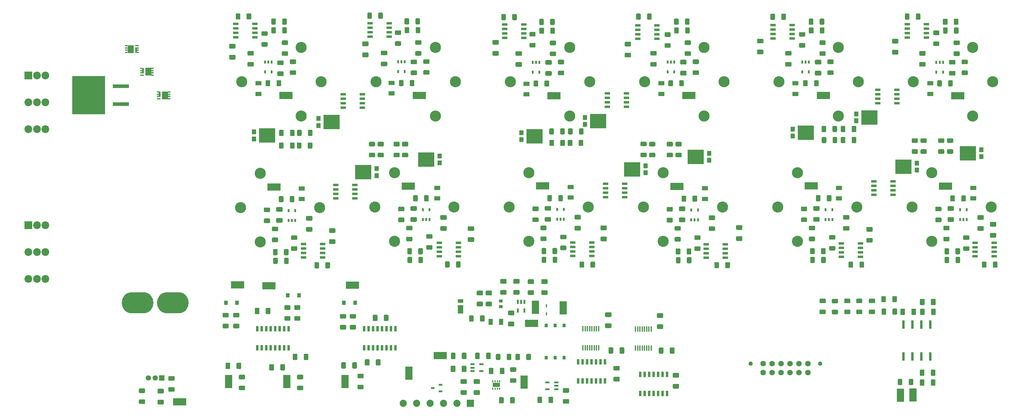
<source format=gts>
%TF.GenerationSoftware,KiCad,Pcbnew,(5.1.7)-1*%
%TF.CreationDate,2021-03-15T08:37:38+01:00*%
%TF.ProjectId,SuperCap Small,53757065-7243-4617-9020-536d616c6c2e,rev?*%
%TF.SameCoordinates,Original*%
%TF.FileFunction,Soldermask,Top*%
%TF.FilePolarity,Negative*%
%FSLAX46Y46*%
G04 Gerber Fmt 4.6, Leading zero omitted, Abs format (unit mm)*
G04 Created by KiCad (PCBNEW (5.1.7)-1) date 2021-03-15 08:37:38*
%MOMM*%
%LPD*%
G01*
G04 APERTURE LIST*
%ADD10C,3.150000*%
%ADD11R,1.528000X0.650000*%
%ADD12R,4.650000X4.150000*%
%ADD13R,1.150000X1.450000*%
%ADD14R,0.600000X0.900000*%
%ADD15R,3.800000X2.030000*%
%ADD16R,0.960000X1.120000*%
%ADD17R,0.650000X1.525000*%
%ADD18R,0.435000X1.528000*%
%ADD19C,2.025000*%
%ADD20R,2.025000X2.025000*%
%ADD21R,0.700000X2.350000*%
%ADD22R,1.710000X2.290000*%
%ADD23R,0.500000X1.640000*%
%ADD24R,0.800000X0.340000*%
%ADD25R,1.000000X0.340000*%
%ADD26R,0.500000X0.340000*%
%ADD27R,1.638000X0.650000*%
%ADD28R,1.500000X1.050000*%
%ADD29R,1.500000X2.400000*%
%ADD30O,9.000000X6.000000*%
%ADD31R,1.500000X1.500000*%
%ADD32C,1.500000*%
%ADD33C,0.800000*%
%ADD34R,1.000000X0.900000*%
%ADD35R,1.050000X0.600000*%
%ADD36R,2.000000X1.200000*%
%ADD37R,0.410000X0.510000*%
%ADD38R,1.200000X0.600000*%
%ADD39R,2.030000X3.800000*%
%ADD40C,2.200000*%
%ADD41R,2.200000X2.200000*%
%ADD42R,0.460000X0.840000*%
%ADD43R,0.600000X1.200000*%
%ADD44C,1.605000*%
%ADD45C,1.230000*%
%ADD46R,4.600000X1.100000*%
%ADD47R,9.400000X10.800000*%
%ADD48R,1.120000X1.220000*%
%ADD49R,1.150000X1.800000*%
%ADD50R,1.800000X1.150000*%
G04 APERTURE END LIST*
D10*
%TO.C,C28*%
X276246000Y-125222000D03*
X259396000Y-134972000D03*
X259396000Y-115472000D03*
X253746000Y-125222000D03*
%TD*%
%TO.C,C34*%
X390546000Y-125222000D03*
X373696000Y-134972000D03*
X373696000Y-115472000D03*
X368046000Y-125222000D03*
%TD*%
D11*
%TO.C,IC10*%
X176228000Y-77100000D03*
X176228000Y-75830000D03*
X176228000Y-74560000D03*
X176228000Y-73290000D03*
X181650000Y-73290000D03*
X181650000Y-74560000D03*
X181650000Y-75830000D03*
X181650000Y-77100000D03*
%TD*%
D10*
%TO.C,C25*%
X177906000Y-89662000D03*
X194756000Y-79912000D03*
X194756000Y-99412000D03*
X200406000Y-89662000D03*
%TD*%
%TO.C,C33*%
X330306000Y-89662000D03*
X347156000Y-79912000D03*
X347156000Y-99412000D03*
X352806000Y-89662000D03*
%TD*%
D12*
%TO.C,D1*%
X212400000Y-115335000D03*
D13*
X216150000Y-116320000D03*
X216150000Y-114350000D03*
%TD*%
D10*
%TO.C,C32*%
X352446000Y-125222000D03*
X335596000Y-134972000D03*
X335596000Y-115472000D03*
X329946000Y-125222000D03*
%TD*%
%TO.C,C12*%
G36*
G01*
X241687500Y-166849998D02*
X241687500Y-168150002D01*
G75*
G02*
X241437502Y-168400000I-249998J0D01*
G01*
X240612498Y-168400000D01*
G75*
G02*
X240362500Y-168150002I0J249998D01*
G01*
X240362500Y-166849998D01*
G75*
G02*
X240612498Y-166600000I249998J0D01*
G01*
X241437502Y-166600000D01*
G75*
G02*
X241687500Y-166849998I0J-249998D01*
G01*
G37*
G36*
G01*
X238562500Y-166849998D02*
X238562500Y-168150002D01*
G75*
G02*
X238312502Y-168400000I-249998J0D01*
G01*
X237487498Y-168400000D01*
G75*
G02*
X237237500Y-168150002I0J249998D01*
G01*
X237237500Y-166849998D01*
G75*
G02*
X237487498Y-166600000I249998J0D01*
G01*
X238312502Y-166600000D01*
G75*
G02*
X238562500Y-166849998I0J-249998D01*
G01*
G37*
%TD*%
%TO.C,C5*%
G36*
G01*
X269249998Y-179762500D02*
X270550002Y-179762500D01*
G75*
G02*
X270800000Y-180012498I0J-249998D01*
G01*
X270800000Y-180837502D01*
G75*
G02*
X270550002Y-181087500I-249998J0D01*
G01*
X269249998Y-181087500D01*
G75*
G02*
X269000000Y-180837502I0J249998D01*
G01*
X269000000Y-180012498D01*
G75*
G02*
X269249998Y-179762500I249998J0D01*
G01*
G37*
G36*
G01*
X269249998Y-176637500D02*
X270550002Y-176637500D01*
G75*
G02*
X270800000Y-176887498I0J-249998D01*
G01*
X270800000Y-177712502D01*
G75*
G02*
X270550002Y-177962500I-249998J0D01*
G01*
X269249998Y-177962500D01*
G75*
G02*
X269000000Y-177712502I0J249998D01*
G01*
X269000000Y-176887498D01*
G75*
G02*
X269249998Y-176637500I249998J0D01*
G01*
G37*
%TD*%
%TO.C,C76*%
G36*
G01*
X285112500Y-166625002D02*
X285112500Y-165324998D01*
G75*
G02*
X285362498Y-165075000I249998J0D01*
G01*
X286187502Y-165075000D01*
G75*
G02*
X286437500Y-165324998I0J-249998D01*
G01*
X286437500Y-166625002D01*
G75*
G02*
X286187502Y-166875000I-249998J0D01*
G01*
X285362498Y-166875000D01*
G75*
G02*
X285112500Y-166625002I0J249998D01*
G01*
G37*
G36*
G01*
X281987500Y-166625002D02*
X281987500Y-165324998D01*
G75*
G02*
X282237498Y-165075000I249998J0D01*
G01*
X283062502Y-165075000D01*
G75*
G02*
X283312500Y-165324998I0J-249998D01*
G01*
X283312500Y-166625002D01*
G75*
G02*
X283062502Y-166875000I-249998J0D01*
G01*
X282237498Y-166875000D01*
G75*
G02*
X281987500Y-166625002I0J249998D01*
G01*
G37*
%TD*%
%TO.C,R92*%
G36*
G01*
X223800001Y-126450000D02*
X222549999Y-126450000D01*
G75*
G02*
X222300000Y-126200001I0J249999D01*
G01*
X222300000Y-125399999D01*
G75*
G02*
X222549999Y-125150000I249999J0D01*
G01*
X223800001Y-125150000D01*
G75*
G02*
X224050000Y-125399999I0J-249999D01*
G01*
X224050000Y-126200001D01*
G75*
G02*
X223800001Y-126450000I-249999J0D01*
G01*
G37*
G36*
G01*
X223800001Y-129550000D02*
X222549999Y-129550000D01*
G75*
G02*
X222300000Y-129300001I0J249999D01*
G01*
X222300000Y-128499999D01*
G75*
G02*
X222549999Y-128250000I249999J0D01*
G01*
X223800001Y-128250000D01*
G75*
G02*
X224050000Y-128499999I0J-249999D01*
G01*
X224050000Y-129300001D01*
G75*
G02*
X223800001Y-129550000I-249999J0D01*
G01*
G37*
%TD*%
D14*
%TO.C,IC33*%
X267375000Y-125950000D03*
X269275000Y-125950000D03*
X269275000Y-128750000D03*
X268325000Y-128750000D03*
X267375000Y-128750000D03*
%TD*%
%TO.C,R121*%
G36*
G01*
X267725000Y-123350001D02*
X267725000Y-122099999D01*
G75*
G02*
X267974999Y-121850000I249999J0D01*
G01*
X268775001Y-121850000D01*
G75*
G02*
X269025000Y-122099999I0J-249999D01*
G01*
X269025000Y-123350001D01*
G75*
G02*
X268775001Y-123600000I-249999J0D01*
G01*
X267974999Y-123600000D01*
G75*
G02*
X267725000Y-123350001I0J249999D01*
G01*
G37*
G36*
G01*
X264625000Y-123350001D02*
X264625000Y-122099999D01*
G75*
G02*
X264874999Y-121850000I249999J0D01*
G01*
X265675001Y-121850000D01*
G75*
G02*
X265925000Y-122099999I0J-249999D01*
G01*
X265925000Y-123350001D01*
G75*
G02*
X265675001Y-123600000I-249999J0D01*
G01*
X264874999Y-123600000D01*
G75*
G02*
X264625000Y-123350001I0J249999D01*
G01*
G37*
%TD*%
%TO.C,R119*%
G36*
G01*
X262899999Y-133625000D02*
X264150001Y-133625000D01*
G75*
G02*
X264400000Y-133874999I0J-249999D01*
G01*
X264400000Y-134675001D01*
G75*
G02*
X264150001Y-134925000I-249999J0D01*
G01*
X262899999Y-134925000D01*
G75*
G02*
X262650000Y-134675001I0J249999D01*
G01*
X262650000Y-133874999D01*
G75*
G02*
X262899999Y-133625000I249999J0D01*
G01*
G37*
G36*
G01*
X262899999Y-130525000D02*
X264150001Y-130525000D01*
G75*
G02*
X264400000Y-130774999I0J-249999D01*
G01*
X264400000Y-131575001D01*
G75*
G02*
X264150001Y-131825000I-249999J0D01*
G01*
X262899999Y-131825000D01*
G75*
G02*
X262650000Y-131575001I0J249999D01*
G01*
X262650000Y-130774999D01*
G75*
G02*
X262899999Y-130525000I249999J0D01*
G01*
G37*
%TD*%
%TO.C,C71*%
G36*
G01*
X265425002Y-126287500D02*
X264124998Y-126287500D01*
G75*
G02*
X263875000Y-126037502I0J249998D01*
G01*
X263875000Y-125212498D01*
G75*
G02*
X264124998Y-124962500I249998J0D01*
G01*
X265425002Y-124962500D01*
G75*
G02*
X265675000Y-125212498I0J-249998D01*
G01*
X265675000Y-126037502D01*
G75*
G02*
X265425002Y-126287500I-249998J0D01*
G01*
G37*
G36*
G01*
X265425002Y-129412500D02*
X264124998Y-129412500D01*
G75*
G02*
X263875000Y-129162502I0J249998D01*
G01*
X263875000Y-128337498D01*
G75*
G02*
X264124998Y-128087500I249998J0D01*
G01*
X265425002Y-128087500D01*
G75*
G02*
X265675000Y-128337498I0J-249998D01*
G01*
X265675000Y-129162502D01*
G75*
G02*
X265425002Y-129412500I-249998J0D01*
G01*
G37*
%TD*%
%TO.C,R120*%
G36*
G01*
X261875001Y-126400000D02*
X260624999Y-126400000D01*
G75*
G02*
X260375000Y-126150001I0J249999D01*
G01*
X260375000Y-125349999D01*
G75*
G02*
X260624999Y-125100000I249999J0D01*
G01*
X261875001Y-125100000D01*
G75*
G02*
X262125000Y-125349999I0J-249999D01*
G01*
X262125000Y-126150001D01*
G75*
G02*
X261875001Y-126400000I-249999J0D01*
G01*
G37*
G36*
G01*
X261875001Y-129500000D02*
X260624999Y-129500000D01*
G75*
G02*
X260375000Y-129250001I0J249999D01*
G01*
X260375000Y-128449999D01*
G75*
G02*
X260624999Y-128200000I249999J0D01*
G01*
X261875001Y-128200000D01*
G75*
G02*
X262125000Y-128449999I0J-249999D01*
G01*
X262125000Y-129250001D01*
G75*
G02*
X261875001Y-129500000I-249999J0D01*
G01*
G37*
%TD*%
D15*
%TO.C,TP21*%
X263250000Y-119250000D03*
%TD*%
%TO.C,C70*%
G36*
G01*
X273875002Y-128812500D02*
X272574998Y-128812500D01*
G75*
G02*
X272325000Y-128562502I0J249998D01*
G01*
X272325000Y-127737498D01*
G75*
G02*
X272574998Y-127487500I249998J0D01*
G01*
X273875002Y-127487500D01*
G75*
G02*
X274125000Y-127737498I0J-249998D01*
G01*
X274125000Y-128562502D01*
G75*
G02*
X273875002Y-128812500I-249998J0D01*
G01*
G37*
G36*
G01*
X273875002Y-131937500D02*
X272574998Y-131937500D01*
G75*
G02*
X272325000Y-131687502I0J249998D01*
G01*
X272325000Y-130862498D01*
G75*
G02*
X272574998Y-130612500I249998J0D01*
G01*
X273875002Y-130612500D01*
G75*
G02*
X274125000Y-130862498I0J-249998D01*
G01*
X274125000Y-131687502D01*
G75*
G02*
X273875002Y-131937500I-249998J0D01*
G01*
G37*
%TD*%
%TO.C,C69*%
G36*
G01*
X281250002Y-131837500D02*
X279949998Y-131837500D01*
G75*
G02*
X279700000Y-131587502I0J249998D01*
G01*
X279700000Y-130762498D01*
G75*
G02*
X279949998Y-130512500I249998J0D01*
G01*
X281250002Y-130512500D01*
G75*
G02*
X281500000Y-130762498I0J-249998D01*
G01*
X281500000Y-131587502D01*
G75*
G02*
X281250002Y-131837500I-249998J0D01*
G01*
G37*
G36*
G01*
X281250002Y-134962500D02*
X279949998Y-134962500D01*
G75*
G02*
X279700000Y-134712502I0J249998D01*
G01*
X279700000Y-133887498D01*
G75*
G02*
X279949998Y-133637500I249998J0D01*
G01*
X281250002Y-133637500D01*
G75*
G02*
X281500000Y-133887498I0J-249998D01*
G01*
X281500000Y-134712502D01*
G75*
G02*
X281250002Y-134962500I-249998J0D01*
G01*
G37*
%TD*%
%TO.C,R115*%
G36*
G01*
X273750000Y-142225001D02*
X273750000Y-140974999D01*
G75*
G02*
X273999999Y-140725000I249999J0D01*
G01*
X274800001Y-140725000D01*
G75*
G02*
X275050000Y-140974999I0J-249999D01*
G01*
X275050000Y-142225001D01*
G75*
G02*
X274800001Y-142475000I-249999J0D01*
G01*
X273999999Y-142475000D01*
G75*
G02*
X273750000Y-142225001I0J249999D01*
G01*
G37*
G36*
G01*
X276850000Y-142225001D02*
X276850000Y-140974999D01*
G75*
G02*
X277099999Y-140725000I249999J0D01*
G01*
X277900001Y-140725000D01*
G75*
G02*
X278150000Y-140974999I0J-249999D01*
G01*
X278150000Y-142225001D01*
G75*
G02*
X277900001Y-142475000I-249999J0D01*
G01*
X277099999Y-142475000D01*
G75*
G02*
X276850000Y-142225001I0J249999D01*
G01*
G37*
%TD*%
%TO.C,R118*%
G36*
G01*
X266075000Y-138375001D02*
X266075000Y-137124999D01*
G75*
G02*
X266324999Y-136875000I249999J0D01*
G01*
X267125001Y-136875000D01*
G75*
G02*
X267375000Y-137124999I0J-249999D01*
G01*
X267375000Y-138375001D01*
G75*
G02*
X267125001Y-138625000I-249999J0D01*
G01*
X266324999Y-138625000D01*
G75*
G02*
X266075000Y-138375001I0J249999D01*
G01*
G37*
G36*
G01*
X262975000Y-138375001D02*
X262975000Y-137124999D01*
G75*
G02*
X263224999Y-136875000I249999J0D01*
G01*
X264025001Y-136875000D01*
G75*
G02*
X264275000Y-137124999I0J-249999D01*
G01*
X264275000Y-138375001D01*
G75*
G02*
X264025001Y-138625000I-249999J0D01*
G01*
X263224999Y-138625000D01*
G75*
G02*
X262975000Y-138375001I0J249999D01*
G01*
G37*
%TD*%
%TO.C,R116*%
G36*
G01*
X264325000Y-139599999D02*
X264325000Y-140850001D01*
G75*
G02*
X264075001Y-141100000I-249999J0D01*
G01*
X263274999Y-141100000D01*
G75*
G02*
X263025000Y-140850001I0J249999D01*
G01*
X263025000Y-139599999D01*
G75*
G02*
X263274999Y-139350000I249999J0D01*
G01*
X264075001Y-139350000D01*
G75*
G02*
X264325000Y-139599999I0J-249999D01*
G01*
G37*
G36*
G01*
X267425000Y-139599999D02*
X267425000Y-140850001D01*
G75*
G02*
X267175001Y-141100000I-249999J0D01*
G01*
X266374999Y-141100000D01*
G75*
G02*
X266125000Y-140850001I0J249999D01*
G01*
X266125000Y-139599999D01*
G75*
G02*
X266374999Y-139350000I249999J0D01*
G01*
X267175001Y-139350000D01*
G75*
G02*
X267425000Y-139599999I0J-249999D01*
G01*
G37*
%TD*%
%TO.C,R117*%
G36*
G01*
X268524999Y-133100000D02*
X269775001Y-133100000D01*
G75*
G02*
X270025000Y-133349999I0J-249999D01*
G01*
X270025000Y-134150001D01*
G75*
G02*
X269775001Y-134400000I-249999J0D01*
G01*
X268524999Y-134400000D01*
G75*
G02*
X268275000Y-134150001I0J249999D01*
G01*
X268275000Y-133349999D01*
G75*
G02*
X268524999Y-133100000I249999J0D01*
G01*
G37*
G36*
G01*
X268524999Y-136200000D02*
X269775001Y-136200000D01*
G75*
G02*
X270025000Y-136449999I0J-249999D01*
G01*
X270025000Y-137250001D01*
G75*
G02*
X269775001Y-137500000I-249999J0D01*
G01*
X268524999Y-137500000D01*
G75*
G02*
X268275000Y-137250001I0J249999D01*
G01*
X268275000Y-136449999D01*
G75*
G02*
X268524999Y-136200000I249999J0D01*
G01*
G37*
%TD*%
D10*
%TO.C,C31*%
X292206000Y-89662000D03*
X309056000Y-79912000D03*
X309056000Y-99412000D03*
X314706000Y-89662000D03*
%TD*%
%TO.C,R63*%
G36*
G01*
X305075001Y-79250000D02*
X303824999Y-79250000D01*
G75*
G02*
X303575000Y-79000001I0J249999D01*
G01*
X303575000Y-78199999D01*
G75*
G02*
X303824999Y-77950000I249999J0D01*
G01*
X305075001Y-77950000D01*
G75*
G02*
X305325000Y-78199999I0J-249999D01*
G01*
X305325000Y-79000001D01*
G75*
G02*
X305075001Y-79250000I-249999J0D01*
G01*
G37*
G36*
G01*
X305075001Y-82350000D02*
X303824999Y-82350000D01*
G75*
G02*
X303575000Y-82100001I0J249999D01*
G01*
X303575000Y-81299999D01*
G75*
G02*
X303824999Y-81050000I249999J0D01*
G01*
X305075001Y-81050000D01*
G75*
G02*
X305325000Y-81299999I0J-249999D01*
G01*
X305325000Y-82100001D01*
G75*
G02*
X305075001Y-82350000I-249999J0D01*
G01*
G37*
%TD*%
%TO.C,R65*%
G36*
G01*
X300250000Y-89499999D02*
X300250000Y-90750001D01*
G75*
G02*
X300000001Y-91000000I-249999J0D01*
G01*
X299199999Y-91000000D01*
G75*
G02*
X298950000Y-90750001I0J249999D01*
G01*
X298950000Y-89499999D01*
G75*
G02*
X299199999Y-89250000I249999J0D01*
G01*
X300000001Y-89250000D01*
G75*
G02*
X300250000Y-89499999I0J-249999D01*
G01*
G37*
G36*
G01*
X303350000Y-89499999D02*
X303350000Y-90750001D01*
G75*
G02*
X303100001Y-91000000I-249999J0D01*
G01*
X302299999Y-91000000D01*
G75*
G02*
X302050000Y-90750001I0J249999D01*
G01*
X302050000Y-89499999D01*
G75*
G02*
X302299999Y-89250000I249999J0D01*
G01*
X303100001Y-89250000D01*
G75*
G02*
X303350000Y-89499999I0J-249999D01*
G01*
G37*
%TD*%
D14*
%TO.C,IC17*%
X300600000Y-86925000D03*
X298700000Y-86925000D03*
X298700000Y-84125000D03*
X299650000Y-84125000D03*
X300600000Y-84125000D03*
%TD*%
%TO.C,C47*%
G36*
G01*
X302549998Y-86587500D02*
X303850002Y-86587500D01*
G75*
G02*
X304100000Y-86837498I0J-249998D01*
G01*
X304100000Y-87662502D01*
G75*
G02*
X303850002Y-87912500I-249998J0D01*
G01*
X302549998Y-87912500D01*
G75*
G02*
X302300000Y-87662502I0J249998D01*
G01*
X302300000Y-86837498D01*
G75*
G02*
X302549998Y-86587500I249998J0D01*
G01*
G37*
G36*
G01*
X302549998Y-83462500D02*
X303850002Y-83462500D01*
G75*
G02*
X304100000Y-83712498I0J-249998D01*
G01*
X304100000Y-84537502D01*
G75*
G02*
X303850002Y-84787500I-249998J0D01*
G01*
X302549998Y-84787500D01*
G75*
G02*
X302300000Y-84537502I0J249998D01*
G01*
X302300000Y-83712498D01*
G75*
G02*
X302549998Y-83462500I249998J0D01*
G01*
G37*
%TD*%
%TO.C,R64*%
G36*
G01*
X306099999Y-86475000D02*
X307350001Y-86475000D01*
G75*
G02*
X307600000Y-86724999I0J-249999D01*
G01*
X307600000Y-87525001D01*
G75*
G02*
X307350001Y-87775000I-249999J0D01*
G01*
X306099999Y-87775000D01*
G75*
G02*
X305850000Y-87525001I0J249999D01*
G01*
X305850000Y-86724999D01*
G75*
G02*
X306099999Y-86475000I249999J0D01*
G01*
G37*
G36*
G01*
X306099999Y-83375000D02*
X307350001Y-83375000D01*
G75*
G02*
X307600000Y-83624999I0J-249999D01*
G01*
X307600000Y-84425001D01*
G75*
G02*
X307350001Y-84675000I-249999J0D01*
G01*
X306099999Y-84675000D01*
G75*
G02*
X305850000Y-84425001I0J249999D01*
G01*
X305850000Y-83624999D01*
G75*
G02*
X306099999Y-83375000I249999J0D01*
G01*
G37*
%TD*%
D15*
%TO.C,TP13*%
X304725000Y-93625000D03*
%TD*%
%TO.C,C45*%
G36*
G01*
X286799998Y-78337500D02*
X288100002Y-78337500D01*
G75*
G02*
X288350000Y-78587498I0J-249998D01*
G01*
X288350000Y-79412502D01*
G75*
G02*
X288100002Y-79662500I-249998J0D01*
G01*
X286799998Y-79662500D01*
G75*
G02*
X286550000Y-79412502I0J249998D01*
G01*
X286550000Y-78587498D01*
G75*
G02*
X286799998Y-78337500I249998J0D01*
G01*
G37*
G36*
G01*
X286799998Y-81462500D02*
X288100002Y-81462500D01*
G75*
G02*
X288350000Y-81712498I0J-249998D01*
G01*
X288350000Y-82537502D01*
G75*
G02*
X288100002Y-82787500I-249998J0D01*
G01*
X286799998Y-82787500D01*
G75*
G02*
X286550000Y-82537502I0J249998D01*
G01*
X286550000Y-81712498D01*
G75*
G02*
X286799998Y-81462500I249998J0D01*
G01*
G37*
%TD*%
%TO.C,C46*%
G36*
G01*
X294099998Y-84062500D02*
X295400002Y-84062500D01*
G75*
G02*
X295650000Y-84312498I0J-249998D01*
G01*
X295650000Y-85137502D01*
G75*
G02*
X295400002Y-85387500I-249998J0D01*
G01*
X294099998Y-85387500D01*
G75*
G02*
X293850000Y-85137502I0J249998D01*
G01*
X293850000Y-84312498D01*
G75*
G02*
X294099998Y-84062500I249998J0D01*
G01*
G37*
G36*
G01*
X294099998Y-80937500D02*
X295400002Y-80937500D01*
G75*
G02*
X295650000Y-81187498I0J-249998D01*
G01*
X295650000Y-82012502D01*
G75*
G02*
X295400002Y-82262500I-249998J0D01*
G01*
X294099998Y-82262500D01*
G75*
G02*
X293850000Y-82012502I0J249998D01*
G01*
X293850000Y-81187498D01*
G75*
G02*
X294099998Y-80937500I249998J0D01*
G01*
G37*
%TD*%
%TO.C,R59*%
G36*
G01*
X294200000Y-70574999D02*
X294200000Y-71825001D01*
G75*
G02*
X293950001Y-72075000I-249999J0D01*
G01*
X293149999Y-72075000D01*
G75*
G02*
X292900000Y-71825001I0J249999D01*
G01*
X292900000Y-70574999D01*
G75*
G02*
X293149999Y-70325000I249999J0D01*
G01*
X293950001Y-70325000D01*
G75*
G02*
X294200000Y-70574999I0J-249999D01*
G01*
G37*
G36*
G01*
X291100000Y-70574999D02*
X291100000Y-71825001D01*
G75*
G02*
X290850001Y-72075000I-249999J0D01*
G01*
X290049999Y-72075000D01*
G75*
G02*
X289800000Y-71825001I0J249999D01*
G01*
X289800000Y-70574999D01*
G75*
G02*
X290049999Y-70325000I249999J0D01*
G01*
X290850001Y-70325000D01*
G75*
G02*
X291100000Y-70574999I0J-249999D01*
G01*
G37*
%TD*%
%TO.C,R62*%
G36*
G01*
X301900000Y-74499999D02*
X301900000Y-75750001D01*
G75*
G02*
X301650001Y-76000000I-249999J0D01*
G01*
X300849999Y-76000000D01*
G75*
G02*
X300600000Y-75750001I0J249999D01*
G01*
X300600000Y-74499999D01*
G75*
G02*
X300849999Y-74250000I249999J0D01*
G01*
X301650001Y-74250000D01*
G75*
G02*
X301900000Y-74499999I0J-249999D01*
G01*
G37*
G36*
G01*
X305000000Y-74499999D02*
X305000000Y-75750001D01*
G75*
G02*
X304750001Y-76000000I-249999J0D01*
G01*
X303949999Y-76000000D01*
G75*
G02*
X303700000Y-75750001I0J249999D01*
G01*
X303700000Y-74499999D01*
G75*
G02*
X303949999Y-74250000I249999J0D01*
G01*
X304750001Y-74250000D01*
G75*
G02*
X305000000Y-74499999I0J-249999D01*
G01*
G37*
%TD*%
%TO.C,R61*%
G36*
G01*
X299375001Y-80050000D02*
X298124999Y-80050000D01*
G75*
G02*
X297875000Y-79800001I0J249999D01*
G01*
X297875000Y-78999999D01*
G75*
G02*
X298124999Y-78750000I249999J0D01*
G01*
X299375001Y-78750000D01*
G75*
G02*
X299625000Y-78999999I0J-249999D01*
G01*
X299625000Y-79800001D01*
G75*
G02*
X299375001Y-80050000I-249999J0D01*
G01*
G37*
G36*
G01*
X299375001Y-76950000D02*
X298124999Y-76950000D01*
G75*
G02*
X297875000Y-76700001I0J249999D01*
G01*
X297875000Y-75899999D01*
G75*
G02*
X298124999Y-75650000I249999J0D01*
G01*
X299375001Y-75650000D01*
G75*
G02*
X299625000Y-75899999I0J-249999D01*
G01*
X299625000Y-76700001D01*
G75*
G02*
X299375001Y-76950000I-249999J0D01*
G01*
G37*
%TD*%
%TO.C,R60*%
G36*
G01*
X303650000Y-73275001D02*
X303650000Y-72024999D01*
G75*
G02*
X303899999Y-71775000I249999J0D01*
G01*
X304700001Y-71775000D01*
G75*
G02*
X304950000Y-72024999I0J-249999D01*
G01*
X304950000Y-73275001D01*
G75*
G02*
X304700001Y-73525000I-249999J0D01*
G01*
X303899999Y-73525000D01*
G75*
G02*
X303650000Y-73275001I0J249999D01*
G01*
G37*
G36*
G01*
X300550000Y-73275001D02*
X300550000Y-72024999D01*
G75*
G02*
X300799999Y-71775000I249999J0D01*
G01*
X301600001Y-71775000D01*
G75*
G02*
X301850000Y-72024999I0J-249999D01*
G01*
X301850000Y-73275001D01*
G75*
G02*
X301600001Y-73525000I-249999J0D01*
G01*
X300799999Y-73525000D01*
G75*
G02*
X300550000Y-73275001I0J249999D01*
G01*
G37*
%TD*%
D10*
%TO.C,C27*%
X216006000Y-89662000D03*
X232856000Y-79912000D03*
X232856000Y-99412000D03*
X238506000Y-89662000D03*
%TD*%
%TO.C,R18*%
G36*
G01*
X266450000Y-103174999D02*
X266450000Y-104425001D01*
G75*
G02*
X266200001Y-104675000I-249999J0D01*
G01*
X265399999Y-104675000D01*
G75*
G02*
X265150000Y-104425001I0J249999D01*
G01*
X265150000Y-103174999D01*
G75*
G02*
X265399999Y-102925000I249999J0D01*
G01*
X266200001Y-102925000D01*
G75*
G02*
X266450000Y-103174999I0J-249999D01*
G01*
G37*
G36*
G01*
X269550000Y-103174999D02*
X269550000Y-104425001D01*
G75*
G02*
X269300001Y-104675000I-249999J0D01*
G01*
X268499999Y-104675000D01*
G75*
G02*
X268250000Y-104425001I0J249999D01*
G01*
X268250000Y-103174999D01*
G75*
G02*
X268499999Y-102925000I249999J0D01*
G01*
X269300001Y-102925000D01*
G75*
G02*
X269550000Y-103174999I0J-249999D01*
G01*
G37*
%TD*%
%TO.C,R19*%
G36*
G01*
X265200000Y-107675001D02*
X265200000Y-106424999D01*
G75*
G02*
X265449999Y-106175000I249999J0D01*
G01*
X266250001Y-106175000D01*
G75*
G02*
X266500000Y-106424999I0J-249999D01*
G01*
X266500000Y-107675001D01*
G75*
G02*
X266250001Y-107925000I-249999J0D01*
G01*
X265449999Y-107925000D01*
G75*
G02*
X265200000Y-107675001I0J249999D01*
G01*
G37*
G36*
G01*
X268300000Y-107675001D02*
X268300000Y-106424999D01*
G75*
G02*
X268549999Y-106175000I249999J0D01*
G01*
X269350001Y-106175000D01*
G75*
G02*
X269600000Y-106424999I0J-249999D01*
G01*
X269600000Y-107675001D01*
G75*
G02*
X269350001Y-107925000I-249999J0D01*
G01*
X268549999Y-107925000D01*
G75*
G02*
X268300000Y-107675001I0J249999D01*
G01*
G37*
%TD*%
%TO.C,R20*%
G36*
G01*
X273500000Y-107675001D02*
X273500000Y-106424999D01*
G75*
G02*
X273749999Y-106175000I249999J0D01*
G01*
X274550001Y-106175000D01*
G75*
G02*
X274800000Y-106424999I0J-249999D01*
G01*
X274800000Y-107675001D01*
G75*
G02*
X274550001Y-107925000I-249999J0D01*
G01*
X273749999Y-107925000D01*
G75*
G02*
X273500000Y-107675001I0J249999D01*
G01*
G37*
G36*
G01*
X270400000Y-107675001D02*
X270400000Y-106424999D01*
G75*
G02*
X270649999Y-106175000I249999J0D01*
G01*
X271450001Y-106175000D01*
G75*
G02*
X271700000Y-106424999I0J-249999D01*
G01*
X271700000Y-107675001D01*
G75*
G02*
X271450001Y-107925000I-249999J0D01*
G01*
X270649999Y-107925000D01*
G75*
G02*
X270400000Y-107675001I0J249999D01*
G01*
G37*
%TD*%
%TO.C,R17*%
G36*
G01*
X274900000Y-103174999D02*
X274900000Y-104425001D01*
G75*
G02*
X274650001Y-104675000I-249999J0D01*
G01*
X273849999Y-104675000D01*
G75*
G02*
X273600000Y-104425001I0J249999D01*
G01*
X273600000Y-103174999D01*
G75*
G02*
X273849999Y-102925000I249999J0D01*
G01*
X274650001Y-102925000D01*
G75*
G02*
X274900000Y-103174999I0J-249999D01*
G01*
G37*
G36*
G01*
X271800000Y-103174999D02*
X271800000Y-104425001D01*
G75*
G02*
X271550001Y-104675000I-249999J0D01*
G01*
X270749999Y-104675000D01*
G75*
G02*
X270500000Y-104425001I0J249999D01*
G01*
X270500000Y-103174999D01*
G75*
G02*
X270749999Y-102925000I249999J0D01*
G01*
X271550001Y-102925000D01*
G75*
G02*
X271800000Y-103174999I0J-249999D01*
G01*
G37*
%TD*%
%TO.C,R6*%
G36*
G01*
X293734999Y-109850000D02*
X294985001Y-109850000D01*
G75*
G02*
X295235000Y-110099999I0J-249999D01*
G01*
X295235000Y-110900001D01*
G75*
G02*
X294985001Y-111150000I-249999J0D01*
G01*
X293734999Y-111150000D01*
G75*
G02*
X293485000Y-110900001I0J249999D01*
G01*
X293485000Y-110099999D01*
G75*
G02*
X293734999Y-109850000I249999J0D01*
G01*
G37*
G36*
G01*
X293734999Y-106750000D02*
X294985001Y-106750000D01*
G75*
G02*
X295235000Y-106999999I0J-249999D01*
G01*
X295235000Y-107800001D01*
G75*
G02*
X294985001Y-108050000I-249999J0D01*
G01*
X293734999Y-108050000D01*
G75*
G02*
X293485000Y-107800001I0J249999D01*
G01*
X293485000Y-106999999D01*
G75*
G02*
X293734999Y-106750000I249999J0D01*
G01*
G37*
%TD*%
%TO.C,R7*%
G36*
G01*
X299985001Y-111150000D02*
X298734999Y-111150000D01*
G75*
G02*
X298485000Y-110900001I0J249999D01*
G01*
X298485000Y-110099999D01*
G75*
G02*
X298734999Y-109850000I249999J0D01*
G01*
X299985001Y-109850000D01*
G75*
G02*
X300235000Y-110099999I0J-249999D01*
G01*
X300235000Y-110900001D01*
G75*
G02*
X299985001Y-111150000I-249999J0D01*
G01*
G37*
G36*
G01*
X299985001Y-108050000D02*
X298734999Y-108050000D01*
G75*
G02*
X298485000Y-107800001I0J249999D01*
G01*
X298485000Y-106999999D01*
G75*
G02*
X298734999Y-106750000I249999J0D01*
G01*
X299985001Y-106750000D01*
G75*
G02*
X300235000Y-106999999I0J-249999D01*
G01*
X300235000Y-107800001D01*
G75*
G02*
X299985001Y-108050000I-249999J0D01*
G01*
G37*
%TD*%
%TO.C,R8*%
G36*
G01*
X301234999Y-106750000D02*
X302485001Y-106750000D01*
G75*
G02*
X302735000Y-106999999I0J-249999D01*
G01*
X302735000Y-107800001D01*
G75*
G02*
X302485001Y-108050000I-249999J0D01*
G01*
X301234999Y-108050000D01*
G75*
G02*
X300985000Y-107800001I0J249999D01*
G01*
X300985000Y-106999999D01*
G75*
G02*
X301234999Y-106750000I249999J0D01*
G01*
G37*
G36*
G01*
X301234999Y-109850000D02*
X302485001Y-109850000D01*
G75*
G02*
X302735000Y-110099999I0J-249999D01*
G01*
X302735000Y-110900001D01*
G75*
G02*
X302485001Y-111150000I-249999J0D01*
G01*
X301234999Y-111150000D01*
G75*
G02*
X300985000Y-110900001I0J249999D01*
G01*
X300985000Y-110099999D01*
G75*
G02*
X301234999Y-109850000I249999J0D01*
G01*
G37*
%TD*%
%TO.C,R5*%
G36*
G01*
X292535001Y-111100000D02*
X291284999Y-111100000D01*
G75*
G02*
X291035000Y-110850001I0J249999D01*
G01*
X291035000Y-110049999D01*
G75*
G02*
X291284999Y-109800000I249999J0D01*
G01*
X292535001Y-109800000D01*
G75*
G02*
X292785000Y-110049999I0J-249999D01*
G01*
X292785000Y-110850001D01*
G75*
G02*
X292535001Y-111100000I-249999J0D01*
G01*
G37*
G36*
G01*
X292535001Y-108000000D02*
X291284999Y-108000000D01*
G75*
G02*
X291035000Y-107750001I0J249999D01*
G01*
X291035000Y-106949999D01*
G75*
G02*
X291284999Y-106700000I249999J0D01*
G01*
X292535001Y-106700000D01*
G75*
G02*
X292785000Y-106949999I0J-249999D01*
G01*
X292785000Y-107750001D01*
G75*
G02*
X292535001Y-108000000I-249999J0D01*
G01*
G37*
%TD*%
%TO.C,R43*%
G36*
G01*
X191824999Y-86454000D02*
X193075001Y-86454000D01*
G75*
G02*
X193325000Y-86703999I0J-249999D01*
G01*
X193325000Y-87504001D01*
G75*
G02*
X193075001Y-87754000I-249999J0D01*
G01*
X191824999Y-87754000D01*
G75*
G02*
X191575000Y-87504001I0J249999D01*
G01*
X191575000Y-86703999D01*
G75*
G02*
X191824999Y-86454000I249999J0D01*
G01*
G37*
G36*
G01*
X191824999Y-83354000D02*
X193075001Y-83354000D01*
G75*
G02*
X193325000Y-83603999I0J-249999D01*
G01*
X193325000Y-84404001D01*
G75*
G02*
X193075001Y-84654000I-249999J0D01*
G01*
X191824999Y-84654000D01*
G75*
G02*
X191575000Y-84404001I0J249999D01*
G01*
X191575000Y-83603999D01*
G75*
G02*
X191824999Y-83354000I249999J0D01*
G01*
G37*
%TD*%
%TO.C,C22*%
G36*
G01*
X157349998Y-176362500D02*
X158650002Y-176362500D01*
G75*
G02*
X158900000Y-176612498I0J-249998D01*
G01*
X158900000Y-177437502D01*
G75*
G02*
X158650002Y-177687500I-249998J0D01*
G01*
X157349998Y-177687500D01*
G75*
G02*
X157100000Y-177437502I0J249998D01*
G01*
X157100000Y-176612498D01*
G75*
G02*
X157349998Y-176362500I249998J0D01*
G01*
G37*
G36*
G01*
X157349998Y-173237500D02*
X158650002Y-173237500D01*
G75*
G02*
X158900000Y-173487498I0J-249998D01*
G01*
X158900000Y-174312502D01*
G75*
G02*
X158650002Y-174562500I-249998J0D01*
G01*
X157349998Y-174562500D01*
G75*
G02*
X157100000Y-174312502I0J249998D01*
G01*
X157100000Y-173487498D01*
G75*
G02*
X157349998Y-173237500I249998J0D01*
G01*
G37*
%TD*%
%TO.C,C24*%
X200046000Y-125422000D03*
X183196000Y-135172000D03*
X183196000Y-115672000D03*
X177546000Y-125422000D03*
%TD*%
D16*
%TO.C,T1*%
X264286000Y-158830000D03*
X266826000Y-158830000D03*
X269366000Y-158830000D03*
X269366000Y-167970000D03*
X266826000Y-167970000D03*
X264286000Y-167970000D03*
%TD*%
D17*
%TO.C,IC34*%
X280960000Y-174624000D03*
X279690000Y-174624000D03*
X278420000Y-174624000D03*
X277150000Y-174624000D03*
X275880000Y-174624000D03*
X274610000Y-174624000D03*
X273340000Y-174624000D03*
X273340000Y-169200000D03*
X274610000Y-169200000D03*
X275880000Y-169200000D03*
X277150000Y-169200000D03*
X278420000Y-169200000D03*
X279690000Y-169200000D03*
X280960000Y-169200000D03*
%TD*%
D18*
%TO.C,IC37*%
X294047000Y-165286000D03*
X293413000Y-165286000D03*
X292777000Y-165286000D03*
X292143000Y-165286000D03*
X291507000Y-165286000D03*
X290873000Y-165286000D03*
X290237000Y-165286000D03*
X289603000Y-165286000D03*
X289603000Y-159864000D03*
X290237000Y-159864000D03*
X290873000Y-159864000D03*
X291507000Y-159864000D03*
X292143000Y-159864000D03*
X292777000Y-159864000D03*
X293413000Y-159864000D03*
X294047000Y-159864000D03*
%TD*%
%TO.C,R34*%
G36*
G01*
X362460000Y-152025001D02*
X362460000Y-150774999D01*
G75*
G02*
X362709999Y-150525000I249999J0D01*
G01*
X363510001Y-150525000D01*
G75*
G02*
X363760000Y-150774999I0J-249999D01*
G01*
X363760000Y-152025001D01*
G75*
G02*
X363510001Y-152275000I-249999J0D01*
G01*
X362709999Y-152275000D01*
G75*
G02*
X362460000Y-152025001I0J249999D01*
G01*
G37*
G36*
G01*
X359360000Y-152025001D02*
X359360000Y-150774999D01*
G75*
G02*
X359609999Y-150525000I249999J0D01*
G01*
X360410001Y-150525000D01*
G75*
G02*
X360660000Y-150774999I0J-249999D01*
G01*
X360660000Y-152025001D01*
G75*
G02*
X360410001Y-152275000I-249999J0D01*
G01*
X359609999Y-152275000D01*
G75*
G02*
X359360000Y-152025001I0J249999D01*
G01*
G37*
%TD*%
%TO.C,R33*%
G36*
G01*
X356084999Y-154350000D02*
X357335001Y-154350000D01*
G75*
G02*
X357585000Y-154599999I0J-249999D01*
G01*
X357585000Y-155400001D01*
G75*
G02*
X357335001Y-155650000I-249999J0D01*
G01*
X356084999Y-155650000D01*
G75*
G02*
X355835000Y-155400001I0J249999D01*
G01*
X355835000Y-154599999D01*
G75*
G02*
X356084999Y-154350000I249999J0D01*
G01*
G37*
G36*
G01*
X356084999Y-151250000D02*
X357335001Y-151250000D01*
G75*
G02*
X357585000Y-151499999I0J-249999D01*
G01*
X357585000Y-152300001D01*
G75*
G02*
X357335001Y-152550000I-249999J0D01*
G01*
X356084999Y-152550000D01*
G75*
G02*
X355835000Y-152300001I0J249999D01*
G01*
X355835000Y-151499999D01*
G75*
G02*
X356084999Y-151250000I249999J0D01*
G01*
G37*
%TD*%
%TO.C,R35*%
G36*
G01*
X362532000Y-155573001D02*
X362532000Y-154322999D01*
G75*
G02*
X362781999Y-154073000I249999J0D01*
G01*
X363582001Y-154073000D01*
G75*
G02*
X363832000Y-154322999I0J-249999D01*
G01*
X363832000Y-155573001D01*
G75*
G02*
X363582001Y-155823000I-249999J0D01*
G01*
X362781999Y-155823000D01*
G75*
G02*
X362532000Y-155573001I0J249999D01*
G01*
G37*
G36*
G01*
X359432000Y-155573001D02*
X359432000Y-154322999D01*
G75*
G02*
X359681999Y-154073000I249999J0D01*
G01*
X360482001Y-154073000D01*
G75*
G02*
X360732000Y-154322999I0J-249999D01*
G01*
X360732000Y-155573001D01*
G75*
G02*
X360482001Y-155823000I-249999J0D01*
G01*
X359681999Y-155823000D01*
G75*
G02*
X359432000Y-155573001I0J249999D01*
G01*
G37*
%TD*%
D19*
%TO.C,J1*%
X223750000Y-181000000D03*
X227560000Y-181000000D03*
X231370000Y-181000000D03*
X235180000Y-181000000D03*
X238990000Y-181000000D03*
D20*
X242800000Y-181000000D03*
%TD*%
%TO.C,C4*%
G36*
G01*
X263137500Y-179349998D02*
X263137500Y-180650002D01*
G75*
G02*
X262887502Y-180900000I-249998J0D01*
G01*
X262062498Y-180900000D01*
G75*
G02*
X261812500Y-180650002I0J249998D01*
G01*
X261812500Y-179349998D01*
G75*
G02*
X262062498Y-179100000I249998J0D01*
G01*
X262887502Y-179100000D01*
G75*
G02*
X263137500Y-179349998I0J-249998D01*
G01*
G37*
G36*
G01*
X266262500Y-179349998D02*
X266262500Y-180650002D01*
G75*
G02*
X266012502Y-180900000I-249998J0D01*
G01*
X265187498Y-180900000D01*
G75*
G02*
X264937500Y-180650002I0J249998D01*
G01*
X264937500Y-179349998D01*
G75*
G02*
X265187498Y-179100000I249998J0D01*
G01*
X266012502Y-179100000D01*
G75*
G02*
X266262500Y-179349998I0J-249998D01*
G01*
G37*
%TD*%
%TO.C,R25*%
G36*
G01*
X251300000Y-167174999D02*
X251300000Y-168425001D01*
G75*
G02*
X251050001Y-168675000I-249999J0D01*
G01*
X250249999Y-168675000D01*
G75*
G02*
X250000000Y-168425001I0J249999D01*
G01*
X250000000Y-167174999D01*
G75*
G02*
X250249999Y-166925000I249999J0D01*
G01*
X251050001Y-166925000D01*
G75*
G02*
X251300000Y-167174999I0J-249999D01*
G01*
G37*
G36*
G01*
X254400000Y-167174999D02*
X254400000Y-168425001D01*
G75*
G02*
X254150001Y-168675000I-249999J0D01*
G01*
X253349999Y-168675000D01*
G75*
G02*
X253100000Y-168425001I0J249999D01*
G01*
X253100000Y-167174999D01*
G75*
G02*
X253349999Y-166925000I249999J0D01*
G01*
X254150001Y-166925000D01*
G75*
G02*
X254400000Y-167174999I0J-249999D01*
G01*
G37*
%TD*%
%TO.C,R32*%
G36*
G01*
X353725001Y-152550000D02*
X352474999Y-152550000D01*
G75*
G02*
X352225000Y-152300001I0J249999D01*
G01*
X352225000Y-151499999D01*
G75*
G02*
X352474999Y-151250000I249999J0D01*
G01*
X353725001Y-151250000D01*
G75*
G02*
X353975000Y-151499999I0J-249999D01*
G01*
X353975000Y-152300001D01*
G75*
G02*
X353725001Y-152550000I-249999J0D01*
G01*
G37*
G36*
G01*
X353725001Y-155650000D02*
X352474999Y-155650000D01*
G75*
G02*
X352225000Y-155400001I0J249999D01*
G01*
X352225000Y-154599999D01*
G75*
G02*
X352474999Y-154350000I249999J0D01*
G01*
X353725001Y-154350000D01*
G75*
G02*
X353975000Y-154599999I0J-249999D01*
G01*
X353975000Y-155400001D01*
G75*
G02*
X353725001Y-155650000I-249999J0D01*
G01*
G37*
%TD*%
%TO.C,C17*%
G36*
G01*
X371666500Y-154339998D02*
X371666500Y-155640002D01*
G75*
G02*
X371416502Y-155890000I-249998J0D01*
G01*
X370591498Y-155890000D01*
G75*
G02*
X370341500Y-155640002I0J249998D01*
G01*
X370341500Y-154339998D01*
G75*
G02*
X370591498Y-154090000I249998J0D01*
G01*
X371416502Y-154090000D01*
G75*
G02*
X371666500Y-154339998I0J-249998D01*
G01*
G37*
G36*
G01*
X374791500Y-154339998D02*
X374791500Y-155640002D01*
G75*
G02*
X374541502Y-155890000I-249998J0D01*
G01*
X373716498Y-155890000D01*
G75*
G02*
X373466500Y-155640002I0J249998D01*
G01*
X373466500Y-154339998D01*
G75*
G02*
X373716498Y-154090000I249998J0D01*
G01*
X374541502Y-154090000D01*
G75*
G02*
X374791500Y-154339998I0J-249998D01*
G01*
G37*
%TD*%
%TO.C,C21*%
G36*
G01*
X373389500Y-175706002D02*
X373389500Y-174405998D01*
G75*
G02*
X373639498Y-174156000I249998J0D01*
G01*
X374464502Y-174156000D01*
G75*
G02*
X374714500Y-174405998I0J-249998D01*
G01*
X374714500Y-175706002D01*
G75*
G02*
X374464502Y-175956000I-249998J0D01*
G01*
X373639498Y-175956000D01*
G75*
G02*
X373389500Y-175706002I0J249998D01*
G01*
G37*
G36*
G01*
X370264500Y-175706002D02*
X370264500Y-174405998D01*
G75*
G02*
X370514498Y-174156000I249998J0D01*
G01*
X371339502Y-174156000D01*
G75*
G02*
X371589500Y-174405998I0J-249998D01*
G01*
X371589500Y-175706002D01*
G75*
G02*
X371339502Y-175956000I-249998J0D01*
G01*
X370514498Y-175956000D01*
G75*
G02*
X370264500Y-175706002I0J249998D01*
G01*
G37*
%TD*%
%TO.C,C18*%
G36*
G01*
X371628000Y-151545998D02*
X371628000Y-152846002D01*
G75*
G02*
X371378002Y-153096000I-249998J0D01*
G01*
X370552998Y-153096000D01*
G75*
G02*
X370303000Y-152846002I0J249998D01*
G01*
X370303000Y-151545998D01*
G75*
G02*
X370552998Y-151296000I249998J0D01*
G01*
X371378002Y-151296000D01*
G75*
G02*
X371628000Y-151545998I0J-249998D01*
G01*
G37*
G36*
G01*
X374753000Y-151545998D02*
X374753000Y-152846002D01*
G75*
G02*
X374503002Y-153096000I-249998J0D01*
G01*
X373677998Y-153096000D01*
G75*
G02*
X373428000Y-152846002I0J249998D01*
G01*
X373428000Y-151545998D01*
G75*
G02*
X373677998Y-151296000I249998J0D01*
G01*
X374503002Y-151296000D01*
G75*
G02*
X374753000Y-151545998I0J-249998D01*
G01*
G37*
%TD*%
%TO.C,C19*%
G36*
G01*
X366078500Y-154339998D02*
X366078500Y-155640002D01*
G75*
G02*
X365828502Y-155890000I-249998J0D01*
G01*
X365003498Y-155890000D01*
G75*
G02*
X364753500Y-155640002I0J249998D01*
G01*
X364753500Y-154339998D01*
G75*
G02*
X365003498Y-154090000I249998J0D01*
G01*
X365828502Y-154090000D01*
G75*
G02*
X366078500Y-154339998I0J-249998D01*
G01*
G37*
G36*
G01*
X369203500Y-154339998D02*
X369203500Y-155640002D01*
G75*
G02*
X368953502Y-155890000I-249998J0D01*
G01*
X368128498Y-155890000D01*
G75*
G02*
X367878500Y-155640002I0J249998D01*
G01*
X367878500Y-154339998D01*
G75*
G02*
X368128498Y-154090000I249998J0D01*
G01*
X368953502Y-154090000D01*
G75*
G02*
X369203500Y-154339998I0J-249998D01*
G01*
G37*
%TD*%
%TO.C,C20*%
G36*
G01*
X373389500Y-172912002D02*
X373389500Y-171611998D01*
G75*
G02*
X373639498Y-171362000I249998J0D01*
G01*
X374464502Y-171362000D01*
G75*
G02*
X374714500Y-171611998I0J-249998D01*
G01*
X374714500Y-172912002D01*
G75*
G02*
X374464502Y-173162000I-249998J0D01*
G01*
X373639498Y-173162000D01*
G75*
G02*
X373389500Y-172912002I0J249998D01*
G01*
G37*
G36*
G01*
X370264500Y-172912002D02*
X370264500Y-171611998D01*
G75*
G02*
X370514498Y-171362000I249998J0D01*
G01*
X371339502Y-171362000D01*
G75*
G02*
X371589500Y-171611998I0J-249998D01*
G01*
X371589500Y-172912002D01*
G75*
G02*
X371339502Y-173162000I-249998J0D01*
G01*
X370514498Y-173162000D01*
G75*
G02*
X370264500Y-172912002I0J249998D01*
G01*
G37*
%TD*%
D21*
%TO.C,IC9*%
X373290000Y-167690000D03*
X370750000Y-167690000D03*
X368210000Y-167690000D03*
X365670000Y-167690000D03*
X365670000Y-158640000D03*
X368210000Y-158640000D03*
X370750000Y-158640000D03*
X373290000Y-158640000D03*
%TD*%
D10*
%TO.C,C30*%
X314346000Y-125222000D03*
X297496000Y-134972000D03*
X297496000Y-115472000D03*
X291846000Y-125222000D03*
%TD*%
D22*
%TO.C,Q1*%
X156135000Y-93550000D03*
D23*
X154640000Y-93225000D03*
D24*
X157390000Y-92575000D03*
X157390000Y-93225000D03*
X157390000Y-93875000D03*
X157390000Y-94525000D03*
D25*
X154390000Y-94525000D03*
D26*
X154140000Y-93875000D03*
X154140000Y-93225000D03*
X154140000Y-92575000D03*
%TD*%
D22*
%TO.C,Q3*%
X146445000Y-80425000D03*
D23*
X147940000Y-80750000D03*
D24*
X145190000Y-81400000D03*
X145190000Y-80750000D03*
X145190000Y-80100000D03*
X145190000Y-79450000D03*
D25*
X148190000Y-79450000D03*
D26*
X148440000Y-80100000D03*
X148440000Y-80750000D03*
X148440000Y-81400000D03*
%TD*%
D22*
%TO.C,Q2*%
X151385000Y-86850000D03*
D23*
X149890000Y-86525000D03*
D24*
X152640000Y-85875000D03*
X152640000Y-86525000D03*
X152640000Y-87175000D03*
X152640000Y-87825000D03*
D25*
X149640000Y-87825000D03*
D26*
X149390000Y-87175000D03*
X149390000Y-86525000D03*
X149390000Y-85875000D03*
%TD*%
%TO.C,C84*%
G36*
G01*
X184737500Y-155400002D02*
X184737500Y-154099998D01*
G75*
G02*
X184987498Y-153850000I249998J0D01*
G01*
X185812502Y-153850000D01*
G75*
G02*
X186062500Y-154099998I0J-249998D01*
G01*
X186062500Y-155400002D01*
G75*
G02*
X185812502Y-155650000I-249998J0D01*
G01*
X184987498Y-155650000D01*
G75*
G02*
X184737500Y-155400002I0J249998D01*
G01*
G37*
G36*
G01*
X181612500Y-155400002D02*
X181612500Y-154099998D01*
G75*
G02*
X181862498Y-153850000I249998J0D01*
G01*
X182687502Y-153850000D01*
G75*
G02*
X182937500Y-154099998I0J-249998D01*
G01*
X182937500Y-155400002D01*
G75*
G02*
X182687502Y-155650000I-249998J0D01*
G01*
X181862498Y-155650000D01*
G75*
G02*
X181612500Y-155400002I0J249998D01*
G01*
G37*
%TD*%
%TO.C,C83*%
G36*
G01*
X218212500Y-157375002D02*
X218212500Y-156074998D01*
G75*
G02*
X218462498Y-155825000I249998J0D01*
G01*
X219287502Y-155825000D01*
G75*
G02*
X219537500Y-156074998I0J-249998D01*
G01*
X219537500Y-157375002D01*
G75*
G02*
X219287502Y-157625000I-249998J0D01*
G01*
X218462498Y-157625000D01*
G75*
G02*
X218212500Y-157375002I0J249998D01*
G01*
G37*
G36*
G01*
X215087500Y-157375002D02*
X215087500Y-156074998D01*
G75*
G02*
X215337498Y-155825000I249998J0D01*
G01*
X216162502Y-155825000D01*
G75*
G02*
X216412500Y-156074998I0J-249998D01*
G01*
X216412500Y-157375002D01*
G75*
G02*
X216162502Y-157625000I-249998J0D01*
G01*
X215337498Y-157625000D01*
G75*
G02*
X215087500Y-157375002I0J249998D01*
G01*
G37*
%TD*%
%TO.C,C81*%
G36*
G01*
X195512500Y-168450002D02*
X195512500Y-167149998D01*
G75*
G02*
X195762498Y-166900000I249998J0D01*
G01*
X196587502Y-166900000D01*
G75*
G02*
X196837500Y-167149998I0J-249998D01*
G01*
X196837500Y-168450002D01*
G75*
G02*
X196587502Y-168700000I-249998J0D01*
G01*
X195762498Y-168700000D01*
G75*
G02*
X195512500Y-168450002I0J249998D01*
G01*
G37*
G36*
G01*
X192387500Y-168450002D02*
X192387500Y-167149998D01*
G75*
G02*
X192637498Y-166900000I249998J0D01*
G01*
X193462502Y-166900000D01*
G75*
G02*
X193712500Y-167149998I0J-249998D01*
G01*
X193712500Y-168450002D01*
G75*
G02*
X193462502Y-168700000I-249998J0D01*
G01*
X192637498Y-168700000D01*
G75*
G02*
X192387500Y-168450002I0J249998D01*
G01*
G37*
%TD*%
%TO.C,C82*%
G36*
G01*
X215962500Y-170000002D02*
X215962500Y-168699998D01*
G75*
G02*
X216212498Y-168450000I249998J0D01*
G01*
X217037502Y-168450000D01*
G75*
G02*
X217287500Y-168699998I0J-249998D01*
G01*
X217287500Y-170000002D01*
G75*
G02*
X217037502Y-170250000I-249998J0D01*
G01*
X216212498Y-170250000D01*
G75*
G02*
X215962500Y-170000002I0J249998D01*
G01*
G37*
G36*
G01*
X212837500Y-170000002D02*
X212837500Y-168699998D01*
G75*
G02*
X213087498Y-168450000I249998J0D01*
G01*
X213912502Y-168450000D01*
G75*
G02*
X214162500Y-168699998I0J-249998D01*
G01*
X214162500Y-170000002D01*
G75*
G02*
X213912502Y-170250000I-249998J0D01*
G01*
X213087498Y-170250000D01*
G75*
G02*
X212837500Y-170000002I0J249998D01*
G01*
G37*
%TD*%
%TO.C,C79*%
G36*
G01*
X187062500Y-170099998D02*
X187062500Y-171400002D01*
G75*
G02*
X186812502Y-171650000I-249998J0D01*
G01*
X185987498Y-171650000D01*
G75*
G02*
X185737500Y-171400002I0J249998D01*
G01*
X185737500Y-170099998D01*
G75*
G02*
X185987498Y-169850000I249998J0D01*
G01*
X186812502Y-169850000D01*
G75*
G02*
X187062500Y-170099998I0J-249998D01*
G01*
G37*
G36*
G01*
X190187500Y-170099998D02*
X190187500Y-171400002D01*
G75*
G02*
X189937502Y-171650000I-249998J0D01*
G01*
X189112498Y-171650000D01*
G75*
G02*
X188862500Y-171400002I0J249998D01*
G01*
X188862500Y-170099998D01*
G75*
G02*
X189112498Y-169850000I249998J0D01*
G01*
X189937502Y-169850000D01*
G75*
G02*
X190187500Y-170099998I0J-249998D01*
G01*
G37*
%TD*%
%TO.C,C78*%
G36*
G01*
X174637500Y-169674998D02*
X174637500Y-170975002D01*
G75*
G02*
X174387502Y-171225000I-249998J0D01*
G01*
X173562498Y-171225000D01*
G75*
G02*
X173312500Y-170975002I0J249998D01*
G01*
X173312500Y-169674998D01*
G75*
G02*
X173562498Y-169425000I249998J0D01*
G01*
X174387502Y-169425000D01*
G75*
G02*
X174637500Y-169674998I0J-249998D01*
G01*
G37*
G36*
G01*
X177762500Y-169674998D02*
X177762500Y-170975002D01*
G75*
G02*
X177512502Y-171225000I-249998J0D01*
G01*
X176687498Y-171225000D01*
G75*
G02*
X176437500Y-170975002I0J249998D01*
G01*
X176437500Y-169674998D01*
G75*
G02*
X176687498Y-169425000I249998J0D01*
G01*
X177512502Y-169425000D01*
G75*
G02*
X177762500Y-169674998I0J-249998D01*
G01*
G37*
%TD*%
%TO.C,C80*%
G36*
G01*
X207475000Y-169549998D02*
X207475000Y-170850002D01*
G75*
G02*
X207225002Y-171100000I-249998J0D01*
G01*
X206399998Y-171100000D01*
G75*
G02*
X206150000Y-170850002I0J249998D01*
G01*
X206150000Y-169549998D01*
G75*
G02*
X206399998Y-169300000I249998J0D01*
G01*
X207225002Y-169300000D01*
G75*
G02*
X207475000Y-169549998I0J-249998D01*
G01*
G37*
G36*
G01*
X210600000Y-169549998D02*
X210600000Y-170850002D01*
G75*
G02*
X210350002Y-171100000I-249998J0D01*
G01*
X209524998Y-171100000D01*
G75*
G02*
X209275000Y-170850002I0J249998D01*
G01*
X209275000Y-169549998D01*
G75*
G02*
X209524998Y-169300000I249998J0D01*
G01*
X210350002Y-169300000D01*
G75*
G02*
X210600000Y-169549998I0J-249998D01*
G01*
G37*
%TD*%
%TO.C,R126*%
G36*
G01*
X210069401Y-156906400D02*
X208819399Y-156906400D01*
G75*
G02*
X208569400Y-156656401I0J249999D01*
G01*
X208569400Y-155856399D01*
G75*
G02*
X208819399Y-155606400I249999J0D01*
G01*
X210069401Y-155606400D01*
G75*
G02*
X210319400Y-155856399I0J-249999D01*
G01*
X210319400Y-156656401D01*
G75*
G02*
X210069401Y-156906400I-249999J0D01*
G01*
G37*
G36*
G01*
X210069401Y-160006400D02*
X208819399Y-160006400D01*
G75*
G02*
X208569400Y-159756401I0J249999D01*
G01*
X208569400Y-158956399D01*
G75*
G02*
X208819399Y-158706400I249999J0D01*
G01*
X210069401Y-158706400D01*
G75*
G02*
X210319400Y-158956399I0J-249999D01*
G01*
X210319400Y-159756401D01*
G75*
G02*
X210069401Y-160006400I-249999J0D01*
G01*
G37*
%TD*%
%TO.C,R125*%
G36*
G01*
X207275401Y-156906400D02*
X206025399Y-156906400D01*
G75*
G02*
X205775400Y-156656401I0J249999D01*
G01*
X205775400Y-155856399D01*
G75*
G02*
X206025399Y-155606400I249999J0D01*
G01*
X207275401Y-155606400D01*
G75*
G02*
X207525400Y-155856399I0J-249999D01*
G01*
X207525400Y-156656401D01*
G75*
G02*
X207275401Y-156906400I-249999J0D01*
G01*
G37*
G36*
G01*
X207275401Y-160006400D02*
X206025399Y-160006400D01*
G75*
G02*
X205775400Y-159756401I0J249999D01*
G01*
X205775400Y-158956399D01*
G75*
G02*
X206025399Y-158706400I249999J0D01*
G01*
X207275401Y-158706400D01*
G75*
G02*
X207525400Y-158956399I0J-249999D01*
G01*
X207525400Y-159756401D01*
G75*
G02*
X207275401Y-160006400I-249999J0D01*
G01*
G37*
%TD*%
%TO.C,R130*%
G36*
G01*
X194289401Y-154430400D02*
X193039399Y-154430400D01*
G75*
G02*
X192789400Y-154180401I0J249999D01*
G01*
X192789400Y-153380399D01*
G75*
G02*
X193039399Y-153130400I249999J0D01*
G01*
X194289401Y-153130400D01*
G75*
G02*
X194539400Y-153380399I0J-249999D01*
G01*
X194539400Y-154180401D01*
G75*
G02*
X194289401Y-154430400I-249999J0D01*
G01*
G37*
G36*
G01*
X194289401Y-157530400D02*
X193039399Y-157530400D01*
G75*
G02*
X192789400Y-157280401I0J249999D01*
G01*
X192789400Y-156480399D01*
G75*
G02*
X193039399Y-156230400I249999J0D01*
G01*
X194289401Y-156230400D01*
G75*
G02*
X194539400Y-156480399I0J-249999D01*
G01*
X194539400Y-157280401D01*
G75*
G02*
X194289401Y-157530400I-249999J0D01*
G01*
G37*
%TD*%
%TO.C,R123*%
G36*
G01*
X195125001Y-174150000D02*
X193874999Y-174150000D01*
G75*
G02*
X193625000Y-173900001I0J249999D01*
G01*
X193625000Y-173099999D01*
G75*
G02*
X193874999Y-172850000I249999J0D01*
G01*
X195125001Y-172850000D01*
G75*
G02*
X195375000Y-173099999I0J-249999D01*
G01*
X195375000Y-173900001D01*
G75*
G02*
X195125001Y-174150000I-249999J0D01*
G01*
G37*
G36*
G01*
X195125001Y-177250000D02*
X193874999Y-177250000D01*
G75*
G02*
X193625000Y-177000001I0J249999D01*
G01*
X193625000Y-176199999D01*
G75*
G02*
X193874999Y-175950000I249999J0D01*
G01*
X195125001Y-175950000D01*
G75*
G02*
X195375000Y-176199999I0J-249999D01*
G01*
X195375000Y-177000001D01*
G75*
G02*
X195125001Y-177250000I-249999J0D01*
G01*
G37*
%TD*%
%TO.C,R124*%
G36*
G01*
X212243401Y-173870000D02*
X210993399Y-173870000D01*
G75*
G02*
X210743400Y-173620001I0J249999D01*
G01*
X210743400Y-172819999D01*
G75*
G02*
X210993399Y-172570000I249999J0D01*
G01*
X212243401Y-172570000D01*
G75*
G02*
X212493400Y-172819999I0J-249999D01*
G01*
X212493400Y-173620001D01*
G75*
G02*
X212243401Y-173870000I-249999J0D01*
G01*
G37*
G36*
G01*
X212243401Y-176970000D02*
X210993399Y-176970000D01*
G75*
G02*
X210743400Y-176720001I0J249999D01*
G01*
X210743400Y-175919999D01*
G75*
G02*
X210993399Y-175670000I249999J0D01*
G01*
X212243401Y-175670000D01*
G75*
G02*
X212493400Y-175919999I0J-249999D01*
G01*
X212493400Y-176720001D01*
G75*
G02*
X212243401Y-176970000I-249999J0D01*
G01*
G37*
%TD*%
%TO.C,R128*%
G36*
G01*
X191495401Y-154430400D02*
X190245399Y-154430400D01*
G75*
G02*
X189995400Y-154180401I0J249999D01*
G01*
X189995400Y-153380399D01*
G75*
G02*
X190245399Y-153130400I249999J0D01*
G01*
X191495401Y-153130400D01*
G75*
G02*
X191745400Y-153380399I0J-249999D01*
G01*
X191745400Y-154180401D01*
G75*
G02*
X191495401Y-154430400I-249999J0D01*
G01*
G37*
G36*
G01*
X191495401Y-157530400D02*
X190245399Y-157530400D01*
G75*
G02*
X189995400Y-157280401I0J249999D01*
G01*
X189995400Y-156480399D01*
G75*
G02*
X190245399Y-156230400I249999J0D01*
G01*
X191495401Y-156230400D01*
G75*
G02*
X191745400Y-156480399I0J-249999D01*
G01*
X191745400Y-157280401D01*
G75*
G02*
X191495401Y-157530400I-249999J0D01*
G01*
G37*
%TD*%
%TO.C,R127*%
G36*
G01*
X173989401Y-156582400D02*
X172739399Y-156582400D01*
G75*
G02*
X172489400Y-156332401I0J249999D01*
G01*
X172489400Y-155532399D01*
G75*
G02*
X172739399Y-155282400I249999J0D01*
G01*
X173989401Y-155282400D01*
G75*
G02*
X174239400Y-155532399I0J-249999D01*
G01*
X174239400Y-156332401D01*
G75*
G02*
X173989401Y-156582400I-249999J0D01*
G01*
G37*
G36*
G01*
X173989401Y-159682400D02*
X172739399Y-159682400D01*
G75*
G02*
X172489400Y-159432401I0J249999D01*
G01*
X172489400Y-158632399D01*
G75*
G02*
X172739399Y-158382400I249999J0D01*
G01*
X173989401Y-158382400D01*
G75*
G02*
X174239400Y-158632399I0J-249999D01*
G01*
X174239400Y-159432401D01*
G75*
G02*
X173989401Y-159682400I-249999J0D01*
G01*
G37*
%TD*%
%TO.C,R122*%
G36*
G01*
X178615001Y-174150000D02*
X177364999Y-174150000D01*
G75*
G02*
X177115000Y-173900001I0J249999D01*
G01*
X177115000Y-173099999D01*
G75*
G02*
X177364999Y-172850000I249999J0D01*
G01*
X178615001Y-172850000D01*
G75*
G02*
X178865000Y-173099999I0J-249999D01*
G01*
X178865000Y-173900001D01*
G75*
G02*
X178615001Y-174150000I-249999J0D01*
G01*
G37*
G36*
G01*
X178615001Y-177250000D02*
X177364999Y-177250000D01*
G75*
G02*
X177115000Y-177000001I0J249999D01*
G01*
X177115000Y-176199999D01*
G75*
G02*
X177364999Y-175950000I249999J0D01*
G01*
X178615001Y-175950000D01*
G75*
G02*
X178865000Y-176199999I0J-249999D01*
G01*
X178865000Y-177000001D01*
G75*
G02*
X178615001Y-177250000I-249999J0D01*
G01*
G37*
%TD*%
%TO.C,R129*%
G36*
G01*
X176985001Y-156582400D02*
X175734999Y-156582400D01*
G75*
G02*
X175485000Y-156332401I0J249999D01*
G01*
X175485000Y-155532399D01*
G75*
G02*
X175734999Y-155282400I249999J0D01*
G01*
X176985001Y-155282400D01*
G75*
G02*
X177235000Y-155532399I0J-249999D01*
G01*
X177235000Y-156332401D01*
G75*
G02*
X176985001Y-156582400I-249999J0D01*
G01*
G37*
G36*
G01*
X176985001Y-159682400D02*
X175734999Y-159682400D01*
G75*
G02*
X175485000Y-159432401I0J249999D01*
G01*
X175485000Y-158632399D01*
G75*
G02*
X175734999Y-158382400I249999J0D01*
G01*
X176985001Y-158382400D01*
G75*
G02*
X177235000Y-158632399I0J-249999D01*
G01*
X177235000Y-159432401D01*
G75*
G02*
X176985001Y-159682400I-249999J0D01*
G01*
G37*
%TD*%
%TO.C,R113*%
G36*
G01*
X185700001Y-126700000D02*
X184449999Y-126700000D01*
G75*
G02*
X184200000Y-126450001I0J249999D01*
G01*
X184200000Y-125649999D01*
G75*
G02*
X184449999Y-125400000I249999J0D01*
G01*
X185700001Y-125400000D01*
G75*
G02*
X185950000Y-125649999I0J-249999D01*
G01*
X185950000Y-126450001D01*
G75*
G02*
X185700001Y-126700000I-249999J0D01*
G01*
G37*
G36*
G01*
X185700001Y-129800000D02*
X184449999Y-129800000D01*
G75*
G02*
X184200000Y-129550001I0J249999D01*
G01*
X184200000Y-128749999D01*
G75*
G02*
X184449999Y-128500000I249999J0D01*
G01*
X185700001Y-128500000D01*
G75*
G02*
X185950000Y-128749999I0J-249999D01*
G01*
X185950000Y-129550001D01*
G75*
G02*
X185700001Y-129800000I-249999J0D01*
G01*
G37*
%TD*%
%TO.C,R106*%
G36*
G01*
X338050001Y-126425000D02*
X336799999Y-126425000D01*
G75*
G02*
X336550000Y-126175001I0J249999D01*
G01*
X336550000Y-125374999D01*
G75*
G02*
X336799999Y-125125000I249999J0D01*
G01*
X338050001Y-125125000D01*
G75*
G02*
X338300000Y-125374999I0J-249999D01*
G01*
X338300000Y-126175001D01*
G75*
G02*
X338050001Y-126425000I-249999J0D01*
G01*
G37*
G36*
G01*
X338050001Y-129525000D02*
X336799999Y-129525000D01*
G75*
G02*
X336550000Y-129275001I0J249999D01*
G01*
X336550000Y-128474999D01*
G75*
G02*
X336799999Y-128225000I249999J0D01*
G01*
X338050001Y-128225000D01*
G75*
G02*
X338300000Y-128474999I0J-249999D01*
G01*
X338300000Y-129275001D01*
G75*
G02*
X338050001Y-129525000I-249999J0D01*
G01*
G37*
%TD*%
%TO.C,R99*%
G36*
G01*
X382374999Y-86500000D02*
X383625001Y-86500000D01*
G75*
G02*
X383875000Y-86749999I0J-249999D01*
G01*
X383875000Y-87550001D01*
G75*
G02*
X383625001Y-87800000I-249999J0D01*
G01*
X382374999Y-87800000D01*
G75*
G02*
X382125000Y-87550001I0J249999D01*
G01*
X382125000Y-86749999D01*
G75*
G02*
X382374999Y-86500000I249999J0D01*
G01*
G37*
G36*
G01*
X382374999Y-83400000D02*
X383625001Y-83400000D01*
G75*
G02*
X383875000Y-83649999I0J-249999D01*
G01*
X383875000Y-84450001D01*
G75*
G02*
X383625001Y-84700000I-249999J0D01*
G01*
X382374999Y-84700000D01*
G75*
G02*
X382125000Y-84450001I0J249999D01*
G01*
X382125000Y-83649999D01*
G75*
G02*
X382374999Y-83400000I249999J0D01*
G01*
G37*
%TD*%
%TO.C,R85*%
G36*
G01*
X299950001Y-126525000D02*
X298699999Y-126525000D01*
G75*
G02*
X298450000Y-126275001I0J249999D01*
G01*
X298450000Y-125474999D01*
G75*
G02*
X298699999Y-125225000I249999J0D01*
G01*
X299950001Y-125225000D01*
G75*
G02*
X300200000Y-125474999I0J-249999D01*
G01*
X300200000Y-126275001D01*
G75*
G02*
X299950001Y-126525000I-249999J0D01*
G01*
G37*
G36*
G01*
X299950001Y-129625000D02*
X298699999Y-129625000D01*
G75*
G02*
X298450000Y-129375001I0J249999D01*
G01*
X298450000Y-128574999D01*
G75*
G02*
X298699999Y-128325000I249999J0D01*
G01*
X299950001Y-128325000D01*
G75*
G02*
X300200000Y-128574999I0J-249999D01*
G01*
X300200000Y-129375001D01*
G75*
G02*
X299950001Y-129625000I-249999J0D01*
G01*
G37*
%TD*%
%TO.C,R78*%
G36*
G01*
X376175001Y-126450000D02*
X374924999Y-126450000D01*
G75*
G02*
X374675000Y-126200001I0J249999D01*
G01*
X374675000Y-125399999D01*
G75*
G02*
X374924999Y-125150000I249999J0D01*
G01*
X376175001Y-125150000D01*
G75*
G02*
X376425000Y-125399999I0J-249999D01*
G01*
X376425000Y-126200001D01*
G75*
G02*
X376175001Y-126450000I-249999J0D01*
G01*
G37*
G36*
G01*
X376175001Y-129550000D02*
X374924999Y-129550000D01*
G75*
G02*
X374675000Y-129300001I0J249999D01*
G01*
X374675000Y-128499999D01*
G75*
G02*
X374924999Y-128250000I249999J0D01*
G01*
X376175001Y-128250000D01*
G75*
G02*
X376425000Y-128499999I0J-249999D01*
G01*
X376425000Y-129300001D01*
G75*
G02*
X376175001Y-129550000I-249999J0D01*
G01*
G37*
%TD*%
%TO.C,R71*%
G36*
G01*
X344324999Y-86475000D02*
X345575001Y-86475000D01*
G75*
G02*
X345825000Y-86724999I0J-249999D01*
G01*
X345825000Y-87525001D01*
G75*
G02*
X345575001Y-87775000I-249999J0D01*
G01*
X344324999Y-87775000D01*
G75*
G02*
X344075000Y-87525001I0J249999D01*
G01*
X344075000Y-86724999D01*
G75*
G02*
X344324999Y-86475000I249999J0D01*
G01*
G37*
G36*
G01*
X344324999Y-83375000D02*
X345575001Y-83375000D01*
G75*
G02*
X345825000Y-83624999I0J-249999D01*
G01*
X345825000Y-84425001D01*
G75*
G02*
X345575001Y-84675000I-249999J0D01*
G01*
X344324999Y-84675000D01*
G75*
G02*
X344075000Y-84425001I0J249999D01*
G01*
X344075000Y-83624999D01*
G75*
G02*
X344324999Y-83375000I249999J0D01*
G01*
G37*
%TD*%
%TO.C,R57*%
G36*
G01*
X267874999Y-86550000D02*
X269125001Y-86550000D01*
G75*
G02*
X269375000Y-86799999I0J-249999D01*
G01*
X269375000Y-87600001D01*
G75*
G02*
X269125001Y-87850000I-249999J0D01*
G01*
X267874999Y-87850000D01*
G75*
G02*
X267625000Y-87600001I0J249999D01*
G01*
X267625000Y-86799999D01*
G75*
G02*
X267874999Y-86550000I249999J0D01*
G01*
G37*
G36*
G01*
X267874999Y-83450000D02*
X269125001Y-83450000D01*
G75*
G02*
X269375000Y-83699999I0J-249999D01*
G01*
X269375000Y-84500001D01*
G75*
G02*
X269125001Y-84750000I-249999J0D01*
G01*
X267874999Y-84750000D01*
G75*
G02*
X267625000Y-84500001I0J249999D01*
G01*
X267625000Y-83699999D01*
G75*
G02*
X267874999Y-83450000I249999J0D01*
G01*
G37*
%TD*%
%TO.C,R50*%
G36*
G01*
X229674999Y-83300000D02*
X230925001Y-83300000D01*
G75*
G02*
X231175000Y-83549999I0J-249999D01*
G01*
X231175000Y-84350001D01*
G75*
G02*
X230925001Y-84600000I-249999J0D01*
G01*
X229674999Y-84600000D01*
G75*
G02*
X229425000Y-84350001I0J249999D01*
G01*
X229425000Y-83549999D01*
G75*
G02*
X229674999Y-83300000I249999J0D01*
G01*
G37*
G36*
G01*
X229674999Y-86400000D02*
X230925001Y-86400000D01*
G75*
G02*
X231175000Y-86649999I0J-249999D01*
G01*
X231175000Y-87450001D01*
G75*
G02*
X230925001Y-87700000I-249999J0D01*
G01*
X229674999Y-87700000D01*
G75*
G02*
X229425000Y-87450001I0J249999D01*
G01*
X229425000Y-86649999D01*
G75*
G02*
X229674999Y-86400000I249999J0D01*
G01*
G37*
%TD*%
D18*
%TO.C,IC36*%
X279170000Y-165222000D03*
X278536000Y-165222000D03*
X277900000Y-165222000D03*
X277266000Y-165222000D03*
X276630000Y-165222000D03*
X275996000Y-165222000D03*
X275360000Y-165222000D03*
X274726000Y-165222000D03*
X274726000Y-159800000D03*
X275360000Y-159800000D03*
X275996000Y-159800000D03*
X276630000Y-159800000D03*
X277266000Y-159800000D03*
X277900000Y-159800000D03*
X278536000Y-159800000D03*
X279170000Y-159800000D03*
%TD*%
%TO.C,C77*%
G36*
G01*
X299362500Y-166650002D02*
X299362500Y-165349998D01*
G75*
G02*
X299612498Y-165100000I249998J0D01*
G01*
X300437502Y-165100000D01*
G75*
G02*
X300687500Y-165349998I0J-249998D01*
G01*
X300687500Y-166650002D01*
G75*
G02*
X300437502Y-166900000I-249998J0D01*
G01*
X299612498Y-166900000D01*
G75*
G02*
X299362500Y-166650002I0J249998D01*
G01*
G37*
G36*
G01*
X296237500Y-166650002D02*
X296237500Y-165349998D01*
G75*
G02*
X296487498Y-165100000I249998J0D01*
G01*
X297312502Y-165100000D01*
G75*
G02*
X297562500Y-165349998I0J-249998D01*
G01*
X297562500Y-166650002D01*
G75*
G02*
X297312502Y-166900000I-249998J0D01*
G01*
X296487498Y-166900000D01*
G75*
G02*
X296237500Y-166650002I0J249998D01*
G01*
G37*
%TD*%
%TO.C,C75*%
G36*
G01*
X295949998Y-158537500D02*
X297250002Y-158537500D01*
G75*
G02*
X297500000Y-158787498I0J-249998D01*
G01*
X297500000Y-159612502D01*
G75*
G02*
X297250002Y-159862500I-249998J0D01*
G01*
X295949998Y-159862500D01*
G75*
G02*
X295700000Y-159612502I0J249998D01*
G01*
X295700000Y-158787498D01*
G75*
G02*
X295949998Y-158537500I249998J0D01*
G01*
G37*
G36*
G01*
X295949998Y-155412500D02*
X297250002Y-155412500D01*
G75*
G02*
X297500000Y-155662498I0J-249998D01*
G01*
X297500000Y-156487502D01*
G75*
G02*
X297250002Y-156737500I-249998J0D01*
G01*
X295949998Y-156737500D01*
G75*
G02*
X295700000Y-156487502I0J249998D01*
G01*
X295700000Y-155662498D01*
G75*
G02*
X295949998Y-155412500I249998J0D01*
G01*
G37*
%TD*%
%TO.C,C74*%
G36*
G01*
X281249998Y-158262500D02*
X282550002Y-158262500D01*
G75*
G02*
X282800000Y-158512498I0J-249998D01*
G01*
X282800000Y-159337502D01*
G75*
G02*
X282550002Y-159587500I-249998J0D01*
G01*
X281249998Y-159587500D01*
G75*
G02*
X281000000Y-159337502I0J249998D01*
G01*
X281000000Y-158512498D01*
G75*
G02*
X281249998Y-158262500I249998J0D01*
G01*
G37*
G36*
G01*
X281249998Y-155137500D02*
X282550002Y-155137500D01*
G75*
G02*
X282800000Y-155387498I0J-249998D01*
G01*
X282800000Y-156212502D01*
G75*
G02*
X282550002Y-156462500I-249998J0D01*
G01*
X281249998Y-156462500D01*
G75*
G02*
X281000000Y-156212502I0J249998D01*
G01*
X281000000Y-155387498D01*
G75*
G02*
X281249998Y-155137500I249998J0D01*
G01*
G37*
%TD*%
%TO.C,R79*%
G36*
G01*
X382025000Y-123425001D02*
X382025000Y-122174999D01*
G75*
G02*
X382274999Y-121925000I249999J0D01*
G01*
X383075001Y-121925000D01*
G75*
G02*
X383325000Y-122174999I0J-249999D01*
G01*
X383325000Y-123425001D01*
G75*
G02*
X383075001Y-123675000I-249999J0D01*
G01*
X382274999Y-123675000D01*
G75*
G02*
X382025000Y-123425001I0J249999D01*
G01*
G37*
G36*
G01*
X378925000Y-123425001D02*
X378925000Y-122174999D01*
G75*
G02*
X379174999Y-121925000I249999J0D01*
G01*
X379975001Y-121925000D01*
G75*
G02*
X380225000Y-122174999I0J-249999D01*
G01*
X380225000Y-123425001D01*
G75*
G02*
X379975001Y-123675000I-249999J0D01*
G01*
X379174999Y-123675000D01*
G75*
G02*
X378925000Y-123425001I0J249999D01*
G01*
G37*
%TD*%
D27*
%TO.C,IC1*%
X209970000Y-118999000D03*
X209970000Y-120269000D03*
X209970000Y-121539000D03*
X209970000Y-122809000D03*
X204558000Y-122809000D03*
X204558000Y-121539000D03*
X204558000Y-120269000D03*
X204558000Y-118999000D03*
%TD*%
D28*
%TO.C,Z1*%
X240000000Y-151900000D03*
D29*
X240000000Y-154275000D03*
%TD*%
D30*
%TO.C,U1*%
X158360000Y-152400000D03*
X148360000Y-152400000D03*
D31*
X155270000Y-173800000D03*
D32*
X151450000Y-173800000D03*
X153360000Y-173800000D03*
G36*
G01*
X154579047Y-151407477D02*
X154579047Y-151407477D01*
G75*
G02*
X154772523Y-151939047I-169047J-362523D01*
G01*
X154772523Y-151939047D01*
G75*
G02*
X154240953Y-152132523I-362523J169047D01*
G01*
X154240953Y-152132523D01*
G75*
G02*
X154047477Y-151600953I169047J362523D01*
G01*
X154047477Y-151600953D01*
G75*
G02*
X154579047Y-151407477I362523J-169047D01*
G01*
G37*
G36*
G01*
X154579047Y-153392523D02*
X154579047Y-153392523D01*
G75*
G02*
X154047477Y-153199047I-169047J362523D01*
G01*
X154047477Y-153199047D01*
G75*
G02*
X154240953Y-152667477I362523J169047D01*
G01*
X154240953Y-152667477D01*
G75*
G02*
X154772523Y-152860953I169047J-362523D01*
G01*
X154772523Y-152860953D01*
G75*
G02*
X154579047Y-153392523I-362523J-169047D01*
G01*
G37*
D33*
X155160000Y-154060000D03*
X155160000Y-150740000D03*
X162310000Y-151770000D03*
X162310000Y-153030000D03*
X161560000Y-154060000D03*
X161560000Y-150740000D03*
X157690000Y-154450000D03*
X159030000Y-154450000D03*
X156360000Y-154450000D03*
X160360000Y-154450000D03*
X157690000Y-150350000D03*
X159030000Y-150350000D03*
X160360000Y-150350000D03*
X156360000Y-150350000D03*
X151560000Y-154060000D03*
X151560000Y-150740000D03*
G36*
G01*
X152479047Y-152667477D02*
X152479047Y-152667477D01*
G75*
G02*
X152672523Y-153199047I-169047J-362523D01*
G01*
X152672523Y-153199047D01*
G75*
G02*
X152140953Y-153392523I-362523J169047D01*
G01*
X152140953Y-153392523D01*
G75*
G02*
X151947477Y-152860953I169047J362523D01*
G01*
X151947477Y-152860953D01*
G75*
G02*
X152479047Y-152667477I362523J-169047D01*
G01*
G37*
G36*
G01*
X152479047Y-152132523D02*
X152479047Y-152132523D01*
G75*
G02*
X151947477Y-151939047I-169047J362523D01*
G01*
X151947477Y-151939047D01*
G75*
G02*
X152140953Y-151407477I362523J169047D01*
G01*
X152140953Y-151407477D01*
G75*
G02*
X152672523Y-151600953I169047J-362523D01*
G01*
X152672523Y-151600953D01*
G75*
G02*
X152479047Y-152132523I-362523J-169047D01*
G01*
G37*
X145160000Y-154060000D03*
X145160000Y-150740000D03*
X144410000Y-151770000D03*
X146360000Y-154450000D03*
X147690000Y-154450000D03*
X149030000Y-154450000D03*
X150360000Y-154450000D03*
X146360000Y-150350000D03*
X147690000Y-150350000D03*
X149030000Y-150350000D03*
X150360000Y-150350000D03*
X144410000Y-153030000D03*
%TD*%
D17*
%TO.C,IC35*%
X298600000Y-178174000D03*
X297330000Y-178174000D03*
X296060000Y-178174000D03*
X294790000Y-178174000D03*
X293520000Y-178174000D03*
X292250000Y-178174000D03*
X290980000Y-178174000D03*
X290980000Y-172750000D03*
X292250000Y-172750000D03*
X293520000Y-172750000D03*
X294790000Y-172750000D03*
X296060000Y-172750000D03*
X297330000Y-172750000D03*
X298600000Y-172750000D03*
%TD*%
D14*
%TO.C,IC31*%
X191200000Y-126250000D03*
X193100000Y-126250000D03*
X193100000Y-129050000D03*
X192150000Y-129050000D03*
X191200000Y-129050000D03*
%TD*%
%TO.C,IC27*%
X376875000Y-86950000D03*
X374975000Y-86950000D03*
X374975000Y-84150000D03*
X375925000Y-84150000D03*
X376875000Y-84150000D03*
%TD*%
%TO.C,IC23*%
X305450000Y-126075000D03*
X307350000Y-126075000D03*
X307350000Y-128875000D03*
X306400000Y-128875000D03*
X305450000Y-128875000D03*
%TD*%
%TO.C,IC19*%
X338825000Y-86925000D03*
X336925000Y-86925000D03*
X336925000Y-84125000D03*
X337875000Y-84125000D03*
X338825000Y-84125000D03*
%TD*%
%TO.C,IC15*%
X262350000Y-87000000D03*
X260450000Y-87000000D03*
X260450000Y-84200000D03*
X261400000Y-84200000D03*
X262350000Y-84200000D03*
%TD*%
%TO.C,IC11*%
X186400000Y-86904000D03*
X184500000Y-86904000D03*
X184500000Y-84104000D03*
X185450000Y-84104000D03*
X186400000Y-84104000D03*
%TD*%
D34*
%TO.C,FB1*%
X251440000Y-151950000D03*
X251440000Y-153550000D03*
%TD*%
D35*
%TO.C,D13*%
X232100000Y-176650000D03*
X234300000Y-175700000D03*
X234300000Y-177600000D03*
%TD*%
D10*
%TO.C,C26*%
X238146000Y-125222000D03*
X221296000Y-134972000D03*
X221296000Y-115472000D03*
X215646000Y-125222000D03*
%TD*%
%TO.C,C29*%
X254106000Y-89662000D03*
X270956000Y-79912000D03*
X270956000Y-99412000D03*
X276606000Y-89662000D03*
%TD*%
%TO.C,C23*%
G36*
G01*
X155575002Y-178162500D02*
X154274998Y-178162500D01*
G75*
G02*
X154025000Y-177912502I0J249998D01*
G01*
X154025000Y-177087498D01*
G75*
G02*
X154274998Y-176837500I249998J0D01*
G01*
X155575002Y-176837500D01*
G75*
G02*
X155825000Y-177087498I0J-249998D01*
G01*
X155825000Y-177912502D01*
G75*
G02*
X155575002Y-178162500I-249998J0D01*
G01*
G37*
G36*
G01*
X155575002Y-181287500D02*
X154274998Y-181287500D01*
G75*
G02*
X154025000Y-181037502I0J249998D01*
G01*
X154025000Y-180212498D01*
G75*
G02*
X154274998Y-179962500I249998J0D01*
G01*
X155575002Y-179962500D01*
G75*
G02*
X155825000Y-180212498I0J-249998D01*
G01*
X155825000Y-181037502D01*
G75*
G02*
X155575002Y-181287500I-249998J0D01*
G01*
G37*
%TD*%
%TO.C,C16*%
G36*
G01*
X254037500Y-180750002D02*
X254037500Y-179449998D01*
G75*
G02*
X254287498Y-179200000I249998J0D01*
G01*
X255112502Y-179200000D01*
G75*
G02*
X255362500Y-179449998I0J-249998D01*
G01*
X255362500Y-180750002D01*
G75*
G02*
X255112502Y-181000000I-249998J0D01*
G01*
X254287498Y-181000000D01*
G75*
G02*
X254037500Y-180750002I0J249998D01*
G01*
G37*
G36*
G01*
X250912500Y-180750002D02*
X250912500Y-179449998D01*
G75*
G02*
X251162498Y-179200000I249998J0D01*
G01*
X251987502Y-179200000D01*
G75*
G02*
X252237500Y-179449998I0J-249998D01*
G01*
X252237500Y-180750002D01*
G75*
G02*
X251987502Y-181000000I-249998J0D01*
G01*
X251162498Y-181000000D01*
G75*
G02*
X250912500Y-180750002I0J249998D01*
G01*
G37*
%TD*%
%TO.C,C15*%
G36*
G01*
X260602002Y-147088500D02*
X259301998Y-147088500D01*
G75*
G02*
X259052000Y-146838502I0J249998D01*
G01*
X259052000Y-146013498D01*
G75*
G02*
X259301998Y-145763500I249998J0D01*
G01*
X260602002Y-145763500D01*
G75*
G02*
X260852000Y-146013498I0J-249998D01*
G01*
X260852000Y-146838502D01*
G75*
G02*
X260602002Y-147088500I-249998J0D01*
G01*
G37*
G36*
G01*
X260602002Y-150213500D02*
X259301998Y-150213500D01*
G75*
G02*
X259052000Y-149963502I0J249998D01*
G01*
X259052000Y-149138498D01*
G75*
G02*
X259301998Y-148888500I249998J0D01*
G01*
X260602002Y-148888500D01*
G75*
G02*
X260852000Y-149138498I0J-249998D01*
G01*
X260852000Y-149963502D01*
G75*
G02*
X260602002Y-150213500I-249998J0D01*
G01*
G37*
%TD*%
D14*
%TO.C,IC29*%
X343550000Y-125975000D03*
X345450000Y-125975000D03*
X345450000Y-128775000D03*
X344500000Y-128775000D03*
X343550000Y-128775000D03*
%TD*%
%TO.C,IC25*%
X229300000Y-126000000D03*
X231200000Y-126000000D03*
X231200000Y-128800000D03*
X230250000Y-128800000D03*
X229300000Y-128800000D03*
%TD*%
%TO.C,IC21*%
X381675000Y-126000000D03*
X383575000Y-126000000D03*
X383575000Y-128800000D03*
X382625000Y-128800000D03*
X381675000Y-128800000D03*
%TD*%
%TO.C,IC13*%
X224150000Y-84050000D03*
X223200000Y-84050000D03*
X222250000Y-84050000D03*
X222250000Y-86850000D03*
X224150000Y-86850000D03*
%TD*%
%TO.C,R114*%
G36*
G01*
X191550000Y-123650001D02*
X191550000Y-122399999D01*
G75*
G02*
X191799999Y-122150000I249999J0D01*
G01*
X192600001Y-122150000D01*
G75*
G02*
X192850000Y-122399999I0J-249999D01*
G01*
X192850000Y-123650001D01*
G75*
G02*
X192600001Y-123900000I-249999J0D01*
G01*
X191799999Y-123900000D01*
G75*
G02*
X191550000Y-123650001I0J249999D01*
G01*
G37*
G36*
G01*
X188450000Y-123650001D02*
X188450000Y-122399999D01*
G75*
G02*
X188699999Y-122150000I249999J0D01*
G01*
X189500001Y-122150000D01*
G75*
G02*
X189750000Y-122399999I0J-249999D01*
G01*
X189750000Y-123650001D01*
G75*
G02*
X189500001Y-123900000I-249999J0D01*
G01*
X188699999Y-123900000D01*
G75*
G02*
X188450000Y-123650001I0J249999D01*
G01*
G37*
%TD*%
%TO.C,R112*%
G36*
G01*
X186724999Y-133925000D02*
X187975001Y-133925000D01*
G75*
G02*
X188225000Y-134174999I0J-249999D01*
G01*
X188225000Y-134975001D01*
G75*
G02*
X187975001Y-135225000I-249999J0D01*
G01*
X186724999Y-135225000D01*
G75*
G02*
X186475000Y-134975001I0J249999D01*
G01*
X186475000Y-134174999D01*
G75*
G02*
X186724999Y-133925000I249999J0D01*
G01*
G37*
G36*
G01*
X186724999Y-130825000D02*
X187975001Y-130825000D01*
G75*
G02*
X188225000Y-131074999I0J-249999D01*
G01*
X188225000Y-131875001D01*
G75*
G02*
X187975001Y-132125000I-249999J0D01*
G01*
X186724999Y-132125000D01*
G75*
G02*
X186475000Y-131875001I0J249999D01*
G01*
X186475000Y-131074999D01*
G75*
G02*
X186724999Y-130825000I249999J0D01*
G01*
G37*
%TD*%
%TO.C,R107*%
G36*
G01*
X343900000Y-123375001D02*
X343900000Y-122124999D01*
G75*
G02*
X344149999Y-121875000I249999J0D01*
G01*
X344950001Y-121875000D01*
G75*
G02*
X345200000Y-122124999I0J-249999D01*
G01*
X345200000Y-123375001D01*
G75*
G02*
X344950001Y-123625000I-249999J0D01*
G01*
X344149999Y-123625000D01*
G75*
G02*
X343900000Y-123375001I0J249999D01*
G01*
G37*
G36*
G01*
X340800000Y-123375001D02*
X340800000Y-122124999D01*
G75*
G02*
X341049999Y-121875000I249999J0D01*
G01*
X341850001Y-121875000D01*
G75*
G02*
X342100000Y-122124999I0J-249999D01*
G01*
X342100000Y-123375001D01*
G75*
G02*
X341850001Y-123625000I-249999J0D01*
G01*
X341049999Y-123625000D01*
G75*
G02*
X340800000Y-123375001I0J249999D01*
G01*
G37*
%TD*%
%TO.C,R105*%
G36*
G01*
X339074999Y-133650000D02*
X340325001Y-133650000D01*
G75*
G02*
X340575000Y-133899999I0J-249999D01*
G01*
X340575000Y-134700001D01*
G75*
G02*
X340325001Y-134950000I-249999J0D01*
G01*
X339074999Y-134950000D01*
G75*
G02*
X338825000Y-134700001I0J249999D01*
G01*
X338825000Y-133899999D01*
G75*
G02*
X339074999Y-133650000I249999J0D01*
G01*
G37*
G36*
G01*
X339074999Y-130550000D02*
X340325001Y-130550000D01*
G75*
G02*
X340575000Y-130799999I0J-249999D01*
G01*
X340575000Y-131600001D01*
G75*
G02*
X340325001Y-131850000I-249999J0D01*
G01*
X339074999Y-131850000D01*
G75*
G02*
X338825000Y-131600001I0J249999D01*
G01*
X338825000Y-130799999D01*
G75*
G02*
X339074999Y-130550000I249999J0D01*
G01*
G37*
%TD*%
%TO.C,R100*%
G36*
G01*
X376525000Y-89524999D02*
X376525000Y-90775001D01*
G75*
G02*
X376275001Y-91025000I-249999J0D01*
G01*
X375474999Y-91025000D01*
G75*
G02*
X375225000Y-90775001I0J249999D01*
G01*
X375225000Y-89524999D01*
G75*
G02*
X375474999Y-89275000I249999J0D01*
G01*
X376275001Y-89275000D01*
G75*
G02*
X376525000Y-89524999I0J-249999D01*
G01*
G37*
G36*
G01*
X379625000Y-89524999D02*
X379625000Y-90775001D01*
G75*
G02*
X379375001Y-91025000I-249999J0D01*
G01*
X378574999Y-91025000D01*
G75*
G02*
X378325000Y-90775001I0J249999D01*
G01*
X378325000Y-89524999D01*
G75*
G02*
X378574999Y-89275000I249999J0D01*
G01*
X379375001Y-89275000D01*
G75*
G02*
X379625000Y-89524999I0J-249999D01*
G01*
G37*
%TD*%
%TO.C,R98*%
G36*
G01*
X381350001Y-79275000D02*
X380099999Y-79275000D01*
G75*
G02*
X379850000Y-79025001I0J249999D01*
G01*
X379850000Y-78224999D01*
G75*
G02*
X380099999Y-77975000I249999J0D01*
G01*
X381350001Y-77975000D01*
G75*
G02*
X381600000Y-78224999I0J-249999D01*
G01*
X381600000Y-79025001D01*
G75*
G02*
X381350001Y-79275000I-249999J0D01*
G01*
G37*
G36*
G01*
X381350001Y-82375000D02*
X380099999Y-82375000D01*
G75*
G02*
X379850000Y-82125001I0J249999D01*
G01*
X379850000Y-81324999D01*
G75*
G02*
X380099999Y-81075000I249999J0D01*
G01*
X381350001Y-81075000D01*
G75*
G02*
X381600000Y-81324999I0J-249999D01*
G01*
X381600000Y-82125001D01*
G75*
G02*
X381350001Y-82375000I-249999J0D01*
G01*
G37*
%TD*%
%TO.C,R93*%
G36*
G01*
X229650000Y-123400001D02*
X229650000Y-122149999D01*
G75*
G02*
X229899999Y-121900000I249999J0D01*
G01*
X230700001Y-121900000D01*
G75*
G02*
X230950000Y-122149999I0J-249999D01*
G01*
X230950000Y-123400001D01*
G75*
G02*
X230700001Y-123650000I-249999J0D01*
G01*
X229899999Y-123650000D01*
G75*
G02*
X229650000Y-123400001I0J249999D01*
G01*
G37*
G36*
G01*
X226550000Y-123400001D02*
X226550000Y-122149999D01*
G75*
G02*
X226799999Y-121900000I249999J0D01*
G01*
X227600001Y-121900000D01*
G75*
G02*
X227850000Y-122149999I0J-249999D01*
G01*
X227850000Y-123400001D01*
G75*
G02*
X227600001Y-123650000I-249999J0D01*
G01*
X226799999Y-123650000D01*
G75*
G02*
X226550000Y-123400001I0J249999D01*
G01*
G37*
%TD*%
%TO.C,R91*%
G36*
G01*
X224824999Y-133675000D02*
X226075001Y-133675000D01*
G75*
G02*
X226325000Y-133924999I0J-249999D01*
G01*
X226325000Y-134725001D01*
G75*
G02*
X226075001Y-134975000I-249999J0D01*
G01*
X224824999Y-134975000D01*
G75*
G02*
X224575000Y-134725001I0J249999D01*
G01*
X224575000Y-133924999D01*
G75*
G02*
X224824999Y-133675000I249999J0D01*
G01*
G37*
G36*
G01*
X224824999Y-130575000D02*
X226075001Y-130575000D01*
G75*
G02*
X226325000Y-130824999I0J-249999D01*
G01*
X226325000Y-131625001D01*
G75*
G02*
X226075001Y-131875000I-249999J0D01*
G01*
X224824999Y-131875000D01*
G75*
G02*
X224575000Y-131625001I0J249999D01*
G01*
X224575000Y-130824999D01*
G75*
G02*
X224824999Y-130575000I249999J0D01*
G01*
G37*
%TD*%
%TO.C,R86*%
G36*
G01*
X305800000Y-123500001D02*
X305800000Y-122249999D01*
G75*
G02*
X306049999Y-122000000I249999J0D01*
G01*
X306850001Y-122000000D01*
G75*
G02*
X307100000Y-122249999I0J-249999D01*
G01*
X307100000Y-123500001D01*
G75*
G02*
X306850001Y-123750000I-249999J0D01*
G01*
X306049999Y-123750000D01*
G75*
G02*
X305800000Y-123500001I0J249999D01*
G01*
G37*
G36*
G01*
X302700000Y-123500001D02*
X302700000Y-122249999D01*
G75*
G02*
X302949999Y-122000000I249999J0D01*
G01*
X303750001Y-122000000D01*
G75*
G02*
X304000000Y-122249999I0J-249999D01*
G01*
X304000000Y-123500001D01*
G75*
G02*
X303750001Y-123750000I-249999J0D01*
G01*
X302949999Y-123750000D01*
G75*
G02*
X302700000Y-123500001I0J249999D01*
G01*
G37*
%TD*%
%TO.C,R84*%
G36*
G01*
X300974999Y-133750000D02*
X302225001Y-133750000D01*
G75*
G02*
X302475000Y-133999999I0J-249999D01*
G01*
X302475000Y-134800001D01*
G75*
G02*
X302225001Y-135050000I-249999J0D01*
G01*
X300974999Y-135050000D01*
G75*
G02*
X300725000Y-134800001I0J249999D01*
G01*
X300725000Y-133999999D01*
G75*
G02*
X300974999Y-133750000I249999J0D01*
G01*
G37*
G36*
G01*
X300974999Y-130650000D02*
X302225001Y-130650000D01*
G75*
G02*
X302475000Y-130899999I0J-249999D01*
G01*
X302475000Y-131700001D01*
G75*
G02*
X302225001Y-131950000I-249999J0D01*
G01*
X300974999Y-131950000D01*
G75*
G02*
X300725000Y-131700001I0J249999D01*
G01*
X300725000Y-130899999D01*
G75*
G02*
X300974999Y-130650000I249999J0D01*
G01*
G37*
%TD*%
%TO.C,R77*%
G36*
G01*
X377199999Y-133675000D02*
X378450001Y-133675000D01*
G75*
G02*
X378700000Y-133924999I0J-249999D01*
G01*
X378700000Y-134725001D01*
G75*
G02*
X378450001Y-134975000I-249999J0D01*
G01*
X377199999Y-134975000D01*
G75*
G02*
X376950000Y-134725001I0J249999D01*
G01*
X376950000Y-133924999D01*
G75*
G02*
X377199999Y-133675000I249999J0D01*
G01*
G37*
G36*
G01*
X377199999Y-130575000D02*
X378450001Y-130575000D01*
G75*
G02*
X378700000Y-130824999I0J-249999D01*
G01*
X378700000Y-131625001D01*
G75*
G02*
X378450001Y-131875000I-249999J0D01*
G01*
X377199999Y-131875000D01*
G75*
G02*
X376950000Y-131625001I0J249999D01*
G01*
X376950000Y-130824999D01*
G75*
G02*
X377199999Y-130575000I249999J0D01*
G01*
G37*
%TD*%
%TO.C,R72*%
G36*
G01*
X338475000Y-89499999D02*
X338475000Y-90750001D01*
G75*
G02*
X338225001Y-91000000I-249999J0D01*
G01*
X337424999Y-91000000D01*
G75*
G02*
X337175000Y-90750001I0J249999D01*
G01*
X337175000Y-89499999D01*
G75*
G02*
X337424999Y-89250000I249999J0D01*
G01*
X338225001Y-89250000D01*
G75*
G02*
X338475000Y-89499999I0J-249999D01*
G01*
G37*
G36*
G01*
X341575000Y-89499999D02*
X341575000Y-90750001D01*
G75*
G02*
X341325001Y-91000000I-249999J0D01*
G01*
X340524999Y-91000000D01*
G75*
G02*
X340275000Y-90750001I0J249999D01*
G01*
X340275000Y-89499999D01*
G75*
G02*
X340524999Y-89250000I249999J0D01*
G01*
X341325001Y-89250000D01*
G75*
G02*
X341575000Y-89499999I0J-249999D01*
G01*
G37*
%TD*%
%TO.C,R70*%
G36*
G01*
X343300001Y-79250000D02*
X342049999Y-79250000D01*
G75*
G02*
X341800000Y-79000001I0J249999D01*
G01*
X341800000Y-78199999D01*
G75*
G02*
X342049999Y-77950000I249999J0D01*
G01*
X343300001Y-77950000D01*
G75*
G02*
X343550000Y-78199999I0J-249999D01*
G01*
X343550000Y-79000001D01*
G75*
G02*
X343300001Y-79250000I-249999J0D01*
G01*
G37*
G36*
G01*
X343300001Y-82350000D02*
X342049999Y-82350000D01*
G75*
G02*
X341800000Y-82100001I0J249999D01*
G01*
X341800000Y-81299999D01*
G75*
G02*
X342049999Y-81050000I249999J0D01*
G01*
X343300001Y-81050000D01*
G75*
G02*
X343550000Y-81299999I0J-249999D01*
G01*
X343550000Y-82100001D01*
G75*
G02*
X343300001Y-82350000I-249999J0D01*
G01*
G37*
%TD*%
%TO.C,R58*%
G36*
G01*
X262000000Y-89574999D02*
X262000000Y-90825001D01*
G75*
G02*
X261750001Y-91075000I-249999J0D01*
G01*
X260949999Y-91075000D01*
G75*
G02*
X260700000Y-90825001I0J249999D01*
G01*
X260700000Y-89574999D01*
G75*
G02*
X260949999Y-89325000I249999J0D01*
G01*
X261750001Y-89325000D01*
G75*
G02*
X262000000Y-89574999I0J-249999D01*
G01*
G37*
G36*
G01*
X265100000Y-89574999D02*
X265100000Y-90825001D01*
G75*
G02*
X264850001Y-91075000I-249999J0D01*
G01*
X264049999Y-91075000D01*
G75*
G02*
X263800000Y-90825001I0J249999D01*
G01*
X263800000Y-89574999D01*
G75*
G02*
X264049999Y-89325000I249999J0D01*
G01*
X264850001Y-89325000D01*
G75*
G02*
X265100000Y-89574999I0J-249999D01*
G01*
G37*
%TD*%
%TO.C,R56*%
G36*
G01*
X266825001Y-79325000D02*
X265574999Y-79325000D01*
G75*
G02*
X265325000Y-79075001I0J249999D01*
G01*
X265325000Y-78274999D01*
G75*
G02*
X265574999Y-78025000I249999J0D01*
G01*
X266825001Y-78025000D01*
G75*
G02*
X267075000Y-78274999I0J-249999D01*
G01*
X267075000Y-79075001D01*
G75*
G02*
X266825001Y-79325000I-249999J0D01*
G01*
G37*
G36*
G01*
X266825001Y-82425000D02*
X265574999Y-82425000D01*
G75*
G02*
X265325000Y-82175001I0J249999D01*
G01*
X265325000Y-81374999D01*
G75*
G02*
X265574999Y-81125000I249999J0D01*
G01*
X266825001Y-81125000D01*
G75*
G02*
X267075000Y-81374999I0J-249999D01*
G01*
X267075000Y-82175001D01*
G75*
G02*
X266825001Y-82425000I-249999J0D01*
G01*
G37*
%TD*%
%TO.C,R51*%
G36*
G01*
X226900000Y-89424999D02*
X226900000Y-90675001D01*
G75*
G02*
X226650001Y-90925000I-249999J0D01*
G01*
X225849999Y-90925000D01*
G75*
G02*
X225600000Y-90675001I0J249999D01*
G01*
X225600000Y-89424999D01*
G75*
G02*
X225849999Y-89175000I249999J0D01*
G01*
X226650001Y-89175000D01*
G75*
G02*
X226900000Y-89424999I0J-249999D01*
G01*
G37*
G36*
G01*
X223800000Y-89424999D02*
X223800000Y-90675001D01*
G75*
G02*
X223550001Y-90925000I-249999J0D01*
G01*
X222749999Y-90925000D01*
G75*
G02*
X222500000Y-90675001I0J249999D01*
G01*
X222500000Y-89424999D01*
G75*
G02*
X222749999Y-89175000I249999J0D01*
G01*
X223550001Y-89175000D01*
G75*
G02*
X223800000Y-89424999I0J-249999D01*
G01*
G37*
%TD*%
%TO.C,R49*%
G36*
G01*
X228625001Y-82300000D02*
X227374999Y-82300000D01*
G75*
G02*
X227125000Y-82050001I0J249999D01*
G01*
X227125000Y-81249999D01*
G75*
G02*
X227374999Y-81000000I249999J0D01*
G01*
X228625001Y-81000000D01*
G75*
G02*
X228875000Y-81249999I0J-249999D01*
G01*
X228875000Y-82050001D01*
G75*
G02*
X228625001Y-82300000I-249999J0D01*
G01*
G37*
G36*
G01*
X228625400Y-79200000D02*
X227374600Y-79200000D01*
G75*
G02*
X227125000Y-78950400I0J249600D01*
G01*
X227125000Y-78149600D01*
G75*
G02*
X227374600Y-77900000I249600J0D01*
G01*
X228625400Y-77900000D01*
G75*
G02*
X228875000Y-78149600I0J-249600D01*
G01*
X228875000Y-78950400D01*
G75*
G02*
X228625400Y-79200000I-249600J0D01*
G01*
G37*
%TD*%
%TO.C,R44*%
G36*
G01*
X186000000Y-89478999D02*
X186000000Y-90729001D01*
G75*
G02*
X185750001Y-90979000I-249999J0D01*
G01*
X184949999Y-90979000D01*
G75*
G02*
X184700000Y-90729001I0J249999D01*
G01*
X184700000Y-89478999D01*
G75*
G02*
X184949999Y-89229000I249999J0D01*
G01*
X185750001Y-89229000D01*
G75*
G02*
X186000000Y-89478999I0J-249999D01*
G01*
G37*
G36*
G01*
X189100000Y-89478999D02*
X189100000Y-90729001D01*
G75*
G02*
X188850001Y-90979000I-249999J0D01*
G01*
X188049999Y-90979000D01*
G75*
G02*
X187800000Y-90729001I0J249999D01*
G01*
X187800000Y-89478999D01*
G75*
G02*
X188049999Y-89229000I249999J0D01*
G01*
X188850001Y-89229000D01*
G75*
G02*
X189100000Y-89478999I0J-249999D01*
G01*
G37*
%TD*%
%TO.C,R42*%
G36*
G01*
X190805001Y-79262000D02*
X189554999Y-79262000D01*
G75*
G02*
X189305000Y-79012001I0J249999D01*
G01*
X189305000Y-78211999D01*
G75*
G02*
X189554999Y-77962000I249999J0D01*
G01*
X190805001Y-77962000D01*
G75*
G02*
X191055000Y-78211999I0J-249999D01*
G01*
X191055000Y-79012001D01*
G75*
G02*
X190805001Y-79262000I-249999J0D01*
G01*
G37*
G36*
G01*
X190805001Y-82362000D02*
X189554999Y-82362000D01*
G75*
G02*
X189305000Y-82112001I0J249999D01*
G01*
X189305000Y-81311999D01*
G75*
G02*
X189554999Y-81062000I249999J0D01*
G01*
X190805001Y-81062000D01*
G75*
G02*
X191055000Y-81311999I0J-249999D01*
G01*
X191055000Y-82112001D01*
G75*
G02*
X190805001Y-82362000I-249999J0D01*
G01*
G37*
%TD*%
%TO.C,R28*%
G36*
G01*
X243700000Y-156274999D02*
X243700000Y-157525001D01*
G75*
G02*
X243450001Y-157775000I-249999J0D01*
G01*
X242649999Y-157775000D01*
G75*
G02*
X242400000Y-157525001I0J249999D01*
G01*
X242400000Y-156274999D01*
G75*
G02*
X242649999Y-156025000I249999J0D01*
G01*
X243450001Y-156025000D01*
G75*
G02*
X243700000Y-156274999I0J-249999D01*
G01*
G37*
G36*
G01*
X246800000Y-156274999D02*
X246800000Y-157525001D01*
G75*
G02*
X246550001Y-157775000I-249999J0D01*
G01*
X245749999Y-157775000D01*
G75*
G02*
X245500000Y-157525001I0J249999D01*
G01*
X245500000Y-156274999D01*
G75*
G02*
X245749999Y-156025000I249999J0D01*
G01*
X246550001Y-156025000D01*
G75*
G02*
X246800000Y-156274999I0J-249999D01*
G01*
G37*
%TD*%
%TO.C,R27*%
G36*
G01*
X258650000Y-168425001D02*
X258650000Y-167174999D01*
G75*
G02*
X258899999Y-166925000I249999J0D01*
G01*
X259700001Y-166925000D01*
G75*
G02*
X259950000Y-167174999I0J-249999D01*
G01*
X259950000Y-168425001D01*
G75*
G02*
X259700001Y-168675000I-249999J0D01*
G01*
X258899999Y-168675000D01*
G75*
G02*
X258650000Y-168425001I0J249999D01*
G01*
G37*
G36*
G01*
X255550000Y-168425001D02*
X255550000Y-167174999D01*
G75*
G02*
X255799999Y-166925000I249999J0D01*
G01*
X256600001Y-166925000D01*
G75*
G02*
X256850000Y-167174999I0J-249999D01*
G01*
X256850000Y-168425001D01*
G75*
G02*
X256600001Y-168675000I-249999J0D01*
G01*
X255799999Y-168675000D01*
G75*
G02*
X255550000Y-168425001I0J249999D01*
G01*
G37*
%TD*%
%TO.C,R26*%
G36*
G01*
X255525001Y-172050000D02*
X254274999Y-172050000D01*
G75*
G02*
X254025000Y-171800001I0J249999D01*
G01*
X254025000Y-170999999D01*
G75*
G02*
X254274999Y-170750000I249999J0D01*
G01*
X255525001Y-170750000D01*
G75*
G02*
X255775000Y-170999999I0J-249999D01*
G01*
X255775000Y-171800001D01*
G75*
G02*
X255525001Y-172050000I-249999J0D01*
G01*
G37*
G36*
G01*
X255525001Y-175150000D02*
X254274999Y-175150000D01*
G75*
G02*
X254025000Y-174900001I0J249999D01*
G01*
X254025000Y-174099999D01*
G75*
G02*
X254274999Y-173850000I249999J0D01*
G01*
X255525001Y-173850000D01*
G75*
G02*
X255775000Y-174099999I0J-249999D01*
G01*
X255775000Y-174900001D01*
G75*
G02*
X255525001Y-175150000I-249999J0D01*
G01*
G37*
%TD*%
D36*
%TO.C,PS2*%
X250125000Y-175750000D03*
D37*
X249150000Y-174700000D03*
X249800000Y-174700000D03*
X250450000Y-174700000D03*
X251100000Y-174700000D03*
X251100000Y-176800000D03*
X250450000Y-176800000D03*
X249800000Y-176800000D03*
X249150000Y-176800000D03*
%TD*%
D27*
%TO.C,IC6*%
X358316000Y-95758000D03*
X358316000Y-94488000D03*
X358316000Y-93218000D03*
X358316000Y-91948000D03*
X363728000Y-91948000D03*
X363728000Y-93218000D03*
X363728000Y-94488000D03*
X363728000Y-95758000D03*
%TD*%
%TO.C,IC5*%
X281608000Y-96774000D03*
X281608000Y-95504000D03*
X281608000Y-94234000D03*
X281608000Y-92964000D03*
X287020000Y-92964000D03*
X287020000Y-94234000D03*
X287020000Y-95504000D03*
X287020000Y-96774000D03*
%TD*%
%TO.C,IC4*%
X206678000Y-97028000D03*
X206678000Y-95758000D03*
X206678000Y-94488000D03*
X206678000Y-93218000D03*
X212090000Y-93218000D03*
X212090000Y-94488000D03*
X212090000Y-95758000D03*
X212090000Y-97028000D03*
%TD*%
%TO.C,IC3*%
X362624000Y-117983000D03*
X362624000Y-119253000D03*
X362624000Y-120523000D03*
X362624000Y-121793000D03*
X357212000Y-121793000D03*
X357212000Y-120523000D03*
X357212000Y-119253000D03*
X357212000Y-117983000D03*
%TD*%
%TO.C,IC2*%
X286512000Y-118618000D03*
X286512000Y-119888000D03*
X286512000Y-121158000D03*
X286512000Y-122428000D03*
X281100000Y-122428000D03*
X281100000Y-121158000D03*
X281100000Y-119888000D03*
X281100000Y-118618000D03*
%TD*%
%TO.C,C72*%
G36*
G01*
X284900002Y-171662500D02*
X283599998Y-171662500D01*
G75*
G02*
X283350000Y-171412502I0J249998D01*
G01*
X283350000Y-170587498D01*
G75*
G02*
X283599998Y-170337500I249998J0D01*
G01*
X284900002Y-170337500D01*
G75*
G02*
X285150000Y-170587498I0J-249998D01*
G01*
X285150000Y-171412502D01*
G75*
G02*
X284900002Y-171662500I-249998J0D01*
G01*
G37*
G36*
G01*
X284900002Y-174787500D02*
X283599998Y-174787500D01*
G75*
G02*
X283350000Y-174537502I0J249998D01*
G01*
X283350000Y-173712498D01*
G75*
G02*
X283599998Y-173462500I249998J0D01*
G01*
X284900002Y-173462500D01*
G75*
G02*
X285150000Y-173712498I0J-249998D01*
G01*
X285150000Y-174537502D01*
G75*
G02*
X284900002Y-174787500I-249998J0D01*
G01*
G37*
%TD*%
%TO.C,C73*%
G36*
G01*
X301725002Y-173662500D02*
X300424998Y-173662500D01*
G75*
G02*
X300175000Y-173412502I0J249998D01*
G01*
X300175000Y-172587498D01*
G75*
G02*
X300424998Y-172337500I249998J0D01*
G01*
X301725002Y-172337500D01*
G75*
G02*
X301975000Y-172587498I0J-249998D01*
G01*
X301975000Y-173412502D01*
G75*
G02*
X301725002Y-173662500I-249998J0D01*
G01*
G37*
G36*
G01*
X301725002Y-176787500D02*
X300424998Y-176787500D01*
G75*
G02*
X300175000Y-176537502I0J249998D01*
G01*
X300175000Y-175712498D01*
G75*
G02*
X300424998Y-175462500I249998J0D01*
G01*
X301725002Y-175462500D01*
G75*
G02*
X301975000Y-175712498I0J-249998D01*
G01*
X301975000Y-176537502D01*
G75*
G02*
X301725002Y-176787500I-249998J0D01*
G01*
G37*
%TD*%
%TO.C,C68*%
G36*
G01*
X189250002Y-126587500D02*
X187949998Y-126587500D01*
G75*
G02*
X187700000Y-126337502I0J249998D01*
G01*
X187700000Y-125512498D01*
G75*
G02*
X187949998Y-125262500I249998J0D01*
G01*
X189250002Y-125262500D01*
G75*
G02*
X189500000Y-125512498I0J-249998D01*
G01*
X189500000Y-126337502D01*
G75*
G02*
X189250002Y-126587500I-249998J0D01*
G01*
G37*
G36*
G01*
X189250002Y-129712500D02*
X187949998Y-129712500D01*
G75*
G02*
X187700000Y-129462502I0J249998D01*
G01*
X187700000Y-128637498D01*
G75*
G02*
X187949998Y-128387500I249998J0D01*
G01*
X189250002Y-128387500D01*
G75*
G02*
X189500000Y-128637498I0J-249998D01*
G01*
X189500000Y-129462502D01*
G75*
G02*
X189250002Y-129712500I-249998J0D01*
G01*
G37*
%TD*%
%TO.C,C65*%
G36*
G01*
X341600002Y-126312500D02*
X340299998Y-126312500D01*
G75*
G02*
X340050000Y-126062502I0J249998D01*
G01*
X340050000Y-125237498D01*
G75*
G02*
X340299998Y-124987500I249998J0D01*
G01*
X341600002Y-124987500D01*
G75*
G02*
X341850000Y-125237498I0J-249998D01*
G01*
X341850000Y-126062502D01*
G75*
G02*
X341600002Y-126312500I-249998J0D01*
G01*
G37*
G36*
G01*
X341600002Y-129437500D02*
X340299998Y-129437500D01*
G75*
G02*
X340050000Y-129187502I0J249998D01*
G01*
X340050000Y-128362498D01*
G75*
G02*
X340299998Y-128112500I249998J0D01*
G01*
X341600002Y-128112500D01*
G75*
G02*
X341850000Y-128362498I0J-249998D01*
G01*
X341850000Y-129187502D01*
G75*
G02*
X341600002Y-129437500I-249998J0D01*
G01*
G37*
%TD*%
%TO.C,C62*%
G36*
G01*
X378824998Y-86612500D02*
X380125002Y-86612500D01*
G75*
G02*
X380375000Y-86862498I0J-249998D01*
G01*
X380375000Y-87687502D01*
G75*
G02*
X380125002Y-87937500I-249998J0D01*
G01*
X378824998Y-87937500D01*
G75*
G02*
X378575000Y-87687502I0J249998D01*
G01*
X378575000Y-86862498D01*
G75*
G02*
X378824998Y-86612500I249998J0D01*
G01*
G37*
G36*
G01*
X378824998Y-83487500D02*
X380125002Y-83487500D01*
G75*
G02*
X380375000Y-83737498I0J-249998D01*
G01*
X380375000Y-84562502D01*
G75*
G02*
X380125002Y-84812500I-249998J0D01*
G01*
X378824998Y-84812500D01*
G75*
G02*
X378575000Y-84562502I0J249998D01*
G01*
X378575000Y-83737498D01*
G75*
G02*
X378824998Y-83487500I249998J0D01*
G01*
G37*
%TD*%
%TO.C,C59*%
G36*
G01*
X227350002Y-126337500D02*
X226049998Y-126337500D01*
G75*
G02*
X225800000Y-126087502I0J249998D01*
G01*
X225800000Y-125262498D01*
G75*
G02*
X226049998Y-125012500I249998J0D01*
G01*
X227350002Y-125012500D01*
G75*
G02*
X227600000Y-125262498I0J-249998D01*
G01*
X227600000Y-126087502D01*
G75*
G02*
X227350002Y-126337500I-249998J0D01*
G01*
G37*
G36*
G01*
X227350002Y-129462500D02*
X226049998Y-129462500D01*
G75*
G02*
X225800000Y-129212502I0J249998D01*
G01*
X225800000Y-128387498D01*
G75*
G02*
X226049998Y-128137500I249998J0D01*
G01*
X227350002Y-128137500D01*
G75*
G02*
X227600000Y-128387498I0J-249998D01*
G01*
X227600000Y-129212502D01*
G75*
G02*
X227350002Y-129462500I-249998J0D01*
G01*
G37*
%TD*%
%TO.C,C56*%
G36*
G01*
X303500002Y-126412500D02*
X302199998Y-126412500D01*
G75*
G02*
X301950000Y-126162502I0J249998D01*
G01*
X301950000Y-125337498D01*
G75*
G02*
X302199998Y-125087500I249998J0D01*
G01*
X303500002Y-125087500D01*
G75*
G02*
X303750000Y-125337498I0J-249998D01*
G01*
X303750000Y-126162502D01*
G75*
G02*
X303500002Y-126412500I-249998J0D01*
G01*
G37*
G36*
G01*
X303500002Y-129537500D02*
X302199998Y-129537500D01*
G75*
G02*
X301950000Y-129287502I0J249998D01*
G01*
X301950000Y-128462498D01*
G75*
G02*
X302199998Y-128212500I249998J0D01*
G01*
X303500002Y-128212500D01*
G75*
G02*
X303750000Y-128462498I0J-249998D01*
G01*
X303750000Y-129287502D01*
G75*
G02*
X303500002Y-129537500I-249998J0D01*
G01*
G37*
%TD*%
%TO.C,C53*%
G36*
G01*
X379725002Y-126337500D02*
X378424998Y-126337500D01*
G75*
G02*
X378175000Y-126087502I0J249998D01*
G01*
X378175000Y-125262498D01*
G75*
G02*
X378424998Y-125012500I249998J0D01*
G01*
X379725002Y-125012500D01*
G75*
G02*
X379975000Y-125262498I0J-249998D01*
G01*
X379975000Y-126087502D01*
G75*
G02*
X379725002Y-126337500I-249998J0D01*
G01*
G37*
G36*
G01*
X379725002Y-129462500D02*
X378424998Y-129462500D01*
G75*
G02*
X378175000Y-129212502I0J249998D01*
G01*
X378175000Y-128387498D01*
G75*
G02*
X378424998Y-128137500I249998J0D01*
G01*
X379725002Y-128137500D01*
G75*
G02*
X379975000Y-128387498I0J-249998D01*
G01*
X379975000Y-129212502D01*
G75*
G02*
X379725002Y-129462500I-249998J0D01*
G01*
G37*
%TD*%
%TO.C,C50*%
G36*
G01*
X340774998Y-86587500D02*
X342075002Y-86587500D01*
G75*
G02*
X342325000Y-86837498I0J-249998D01*
G01*
X342325000Y-87662502D01*
G75*
G02*
X342075002Y-87912500I-249998J0D01*
G01*
X340774998Y-87912500D01*
G75*
G02*
X340525000Y-87662502I0J249998D01*
G01*
X340525000Y-86837498D01*
G75*
G02*
X340774998Y-86587500I249998J0D01*
G01*
G37*
G36*
G01*
X340774998Y-83462500D02*
X342075002Y-83462500D01*
G75*
G02*
X342325000Y-83712498I0J-249998D01*
G01*
X342325000Y-84537502D01*
G75*
G02*
X342075002Y-84787500I-249998J0D01*
G01*
X340774998Y-84787500D01*
G75*
G02*
X340525000Y-84537502I0J249998D01*
G01*
X340525000Y-83712498D01*
G75*
G02*
X340774998Y-83462500I249998J0D01*
G01*
G37*
%TD*%
%TO.C,C44*%
G36*
G01*
X264299998Y-86662500D02*
X265600002Y-86662500D01*
G75*
G02*
X265850000Y-86912498I0J-249998D01*
G01*
X265850000Y-87737502D01*
G75*
G02*
X265600002Y-87987500I-249998J0D01*
G01*
X264299998Y-87987500D01*
G75*
G02*
X264050000Y-87737502I0J249998D01*
G01*
X264050000Y-86912498D01*
G75*
G02*
X264299998Y-86662500I249998J0D01*
G01*
G37*
G36*
G01*
X264299998Y-83537500D02*
X265600002Y-83537500D01*
G75*
G02*
X265850000Y-83787498I0J-249998D01*
G01*
X265850000Y-84612502D01*
G75*
G02*
X265600002Y-84862500I-249998J0D01*
G01*
X264299998Y-84862500D01*
G75*
G02*
X264050000Y-84612502I0J249998D01*
G01*
X264050000Y-83787498D01*
G75*
G02*
X264299998Y-83537500I249998J0D01*
G01*
G37*
%TD*%
%TO.C,C41*%
G36*
G01*
X226099998Y-83387500D02*
X227400002Y-83387500D01*
G75*
G02*
X227650000Y-83637498I0J-249998D01*
G01*
X227650000Y-84462502D01*
G75*
G02*
X227400002Y-84712500I-249998J0D01*
G01*
X226099998Y-84712500D01*
G75*
G02*
X225850000Y-84462502I0J249998D01*
G01*
X225850000Y-83637498D01*
G75*
G02*
X226099998Y-83387500I249998J0D01*
G01*
G37*
G36*
G01*
X226099998Y-86512500D02*
X227400002Y-86512500D01*
G75*
G02*
X227650000Y-86762498I0J-249998D01*
G01*
X227650000Y-87587502D01*
G75*
G02*
X227400002Y-87837500I-249998J0D01*
G01*
X226099998Y-87837500D01*
G75*
G02*
X225850000Y-87587502I0J249998D01*
G01*
X225850000Y-86762498D01*
G75*
G02*
X226099998Y-86512500I249998J0D01*
G01*
G37*
%TD*%
%TO.C,C38*%
G36*
G01*
X188249998Y-86762500D02*
X189550002Y-86762500D01*
G75*
G02*
X189800000Y-87012498I0J-249998D01*
G01*
X189800000Y-87837502D01*
G75*
G02*
X189550002Y-88087500I-249998J0D01*
G01*
X188249998Y-88087500D01*
G75*
G02*
X188000000Y-87837502I0J249998D01*
G01*
X188000000Y-87012498D01*
G75*
G02*
X188249998Y-86762500I249998J0D01*
G01*
G37*
G36*
G01*
X188249998Y-83637500D02*
X189550002Y-83637500D01*
G75*
G02*
X189800000Y-83887498I0J-249998D01*
G01*
X189800000Y-84712502D01*
G75*
G02*
X189550002Y-84962500I-249998J0D01*
G01*
X188249998Y-84962500D01*
G75*
G02*
X188000000Y-84712502I0J249998D01*
G01*
X188000000Y-83887498D01*
G75*
G02*
X188249998Y-83637500I249998J0D01*
G01*
G37*
%TD*%
D10*
%TO.C,C35*%
X368406000Y-89662000D03*
X385256000Y-79912000D03*
X385256000Y-99412000D03*
X390906000Y-89662000D03*
%TD*%
%TO.C,C14*%
G36*
G01*
X251137500Y-172450002D02*
X251137500Y-171149998D01*
G75*
G02*
X251387498Y-170900000I249998J0D01*
G01*
X252212502Y-170900000D01*
G75*
G02*
X252462500Y-171149998I0J-249998D01*
G01*
X252462500Y-172450002D01*
G75*
G02*
X252212502Y-172700000I-249998J0D01*
G01*
X251387498Y-172700000D01*
G75*
G02*
X251137500Y-172450002I0J249998D01*
G01*
G37*
G36*
G01*
X248012500Y-172450002D02*
X248012500Y-171149998D01*
G75*
G02*
X248262498Y-170900000I249998J0D01*
G01*
X249087502Y-170900000D01*
G75*
G02*
X249337500Y-171149998I0J-249998D01*
G01*
X249337500Y-172450002D01*
G75*
G02*
X249087502Y-172700000I-249998J0D01*
G01*
X248262498Y-172700000D01*
G75*
G02*
X248012500Y-172450002I0J249998D01*
G01*
G37*
%TD*%
%TO.C,C13*%
G36*
G01*
X263149998Y-148862500D02*
X264450002Y-148862500D01*
G75*
G02*
X264700000Y-149112498I0J-249998D01*
G01*
X264700000Y-149937502D01*
G75*
G02*
X264450002Y-150187500I-249998J0D01*
G01*
X263149998Y-150187500D01*
G75*
G02*
X262900000Y-149937502I0J249998D01*
G01*
X262900000Y-149112498D01*
G75*
G02*
X263149998Y-148862500I249998J0D01*
G01*
G37*
G36*
G01*
X263149998Y-145737500D02*
X264450002Y-145737500D01*
G75*
G02*
X264700000Y-145987498I0J-249998D01*
G01*
X264700000Y-146812502D01*
G75*
G02*
X264450002Y-147062500I-249998J0D01*
G01*
X263149998Y-147062500D01*
G75*
G02*
X262900000Y-146812502I0J249998D01*
G01*
X262900000Y-145987498D01*
G75*
G02*
X263149998Y-145737500I249998J0D01*
G01*
G37*
%TD*%
%TO.C,C11*%
G36*
G01*
X244823998Y-152113500D02*
X246124002Y-152113500D01*
G75*
G02*
X246374000Y-152363498I0J-249998D01*
G01*
X246374000Y-153188502D01*
G75*
G02*
X246124002Y-153438500I-249998J0D01*
G01*
X244823998Y-153438500D01*
G75*
G02*
X244574000Y-153188502I0J249998D01*
G01*
X244574000Y-152363498D01*
G75*
G02*
X244823998Y-152113500I249998J0D01*
G01*
G37*
G36*
G01*
X244823998Y-148988500D02*
X246124002Y-148988500D01*
G75*
G02*
X246374000Y-149238498I0J-249998D01*
G01*
X246374000Y-150063502D01*
G75*
G02*
X246124002Y-150313500I-249998J0D01*
G01*
X244823998Y-150313500D01*
G75*
G02*
X244574000Y-150063502I0J249998D01*
G01*
X244574000Y-149238498D01*
G75*
G02*
X244823998Y-148988500I249998J0D01*
G01*
G37*
%TD*%
%TO.C,C9*%
G36*
G01*
X247363998Y-152113500D02*
X248664002Y-152113500D01*
G75*
G02*
X248914000Y-152363498I0J-249998D01*
G01*
X248914000Y-153188502D01*
G75*
G02*
X248664002Y-153438500I-249998J0D01*
G01*
X247363998Y-153438500D01*
G75*
G02*
X247114000Y-153188502I0J249998D01*
G01*
X247114000Y-152363498D01*
G75*
G02*
X247363998Y-152113500I249998J0D01*
G01*
G37*
G36*
G01*
X247363998Y-148988500D02*
X248664002Y-148988500D01*
G75*
G02*
X248914000Y-149238498I0J-249998D01*
G01*
X248914000Y-150063502D01*
G75*
G02*
X248664002Y-150313500I-249998J0D01*
G01*
X247363998Y-150313500D01*
G75*
G02*
X247114000Y-150063502I0J249998D01*
G01*
X247114000Y-149238498D01*
G75*
G02*
X247363998Y-148988500I249998J0D01*
G01*
G37*
%TD*%
%TO.C,C8*%
G36*
G01*
X245250002Y-175462500D02*
X243949998Y-175462500D01*
G75*
G02*
X243700000Y-175212502I0J249998D01*
G01*
X243700000Y-174387498D01*
G75*
G02*
X243949998Y-174137500I249998J0D01*
G01*
X245250002Y-174137500D01*
G75*
G02*
X245500000Y-174387498I0J-249998D01*
G01*
X245500000Y-175212502D01*
G75*
G02*
X245250002Y-175462500I-249998J0D01*
G01*
G37*
G36*
G01*
X245250002Y-178587500D02*
X243949998Y-178587500D01*
G75*
G02*
X243700000Y-178337502I0J249998D01*
G01*
X243700000Y-177512498D01*
G75*
G02*
X243949998Y-177262500I249998J0D01*
G01*
X245250002Y-177262500D01*
G75*
G02*
X245500000Y-177512498I0J-249998D01*
G01*
X245500000Y-178337502D01*
G75*
G02*
X245250002Y-178587500I-249998J0D01*
G01*
G37*
%TD*%
%TO.C,C6*%
G36*
G01*
X241550002Y-175437500D02*
X240249998Y-175437500D01*
G75*
G02*
X240000000Y-175187502I0J249998D01*
G01*
X240000000Y-174362498D01*
G75*
G02*
X240249998Y-174112500I249998J0D01*
G01*
X241550002Y-174112500D01*
G75*
G02*
X241800000Y-174362498I0J-249998D01*
G01*
X241800000Y-175187502D01*
G75*
G02*
X241550002Y-175437500I-249998J0D01*
G01*
G37*
G36*
G01*
X241550002Y-178562500D02*
X240249998Y-178562500D01*
G75*
G02*
X240000000Y-178312502I0J249998D01*
G01*
X240000000Y-177487498D01*
G75*
G02*
X240249998Y-177237500I249998J0D01*
G01*
X241550002Y-177237500D01*
G75*
G02*
X241800000Y-177487498I0J-249998D01*
G01*
X241800000Y-178312502D01*
G75*
G02*
X241550002Y-178562500I-249998J0D01*
G01*
G37*
%TD*%
%TO.C,C7*%
G36*
G01*
X255000002Y-155987500D02*
X253699998Y-155987500D01*
G75*
G02*
X253450000Y-155737502I0J249998D01*
G01*
X253450000Y-154912498D01*
G75*
G02*
X253699998Y-154662500I249998J0D01*
G01*
X255000002Y-154662500D01*
G75*
G02*
X255250000Y-154912498I0J-249998D01*
G01*
X255250000Y-155737502D01*
G75*
G02*
X255000002Y-155987500I-249998J0D01*
G01*
G37*
G36*
G01*
X255000002Y-159112500D02*
X253699998Y-159112500D01*
G75*
G02*
X253450000Y-158862502I0J249998D01*
G01*
X253450000Y-158037498D01*
G75*
G02*
X253699998Y-157787500I249998J0D01*
G01*
X255000002Y-157787500D01*
G75*
G02*
X255250000Y-158037498I0J-249998D01*
G01*
X255250000Y-158862502D01*
G75*
G02*
X255000002Y-159112500I-249998J0D01*
G01*
G37*
%TD*%
%TO.C,C2*%
G36*
G01*
X255199998Y-148812500D02*
X256500002Y-148812500D01*
G75*
G02*
X256750000Y-149062498I0J-249998D01*
G01*
X256750000Y-149887502D01*
G75*
G02*
X256500002Y-150137500I-249998J0D01*
G01*
X255199998Y-150137500D01*
G75*
G02*
X254950000Y-149887502I0J249998D01*
G01*
X254950000Y-149062498D01*
G75*
G02*
X255199998Y-148812500I249998J0D01*
G01*
G37*
G36*
G01*
X255199998Y-145687500D02*
X256500002Y-145687500D01*
G75*
G02*
X256750000Y-145937498I0J-249998D01*
G01*
X256750000Y-146762502D01*
G75*
G02*
X256500002Y-147012500I-249998J0D01*
G01*
X255199998Y-147012500D01*
G75*
G02*
X254950000Y-146762502I0J249998D01*
G01*
X254950000Y-145937498D01*
G75*
G02*
X255199998Y-145687500I249998J0D01*
G01*
G37*
%TD*%
%TO.C,C1*%
G36*
G01*
X251499998Y-148812500D02*
X252800002Y-148812500D01*
G75*
G02*
X253050000Y-149062498I0J-249998D01*
G01*
X253050000Y-149887502D01*
G75*
G02*
X252800002Y-150137500I-249998J0D01*
G01*
X251499998Y-150137500D01*
G75*
G02*
X251250000Y-149887502I0J249998D01*
G01*
X251250000Y-149062498D01*
G75*
G02*
X251499998Y-148812500I249998J0D01*
G01*
G37*
G36*
G01*
X251499998Y-145687500D02*
X252800002Y-145687500D01*
G75*
G02*
X253050000Y-145937498I0J-249998D01*
G01*
X253050000Y-146762502D01*
G75*
G02*
X252800002Y-147012500I-249998J0D01*
G01*
X251499998Y-147012500D01*
G75*
G02*
X251250000Y-146762502I0J249998D01*
G01*
X251250000Y-145937498D01*
G75*
G02*
X251499998Y-145687500I249998J0D01*
G01*
G37*
%TD*%
D12*
%TO.C,D8*%
X185106000Y-104933000D03*
D13*
X181356000Y-103948000D03*
X181356000Y-105918000D03*
%TD*%
D12*
%TO.C,D12*%
X337933000Y-104140000D03*
D13*
X334183000Y-103155000D03*
X334183000Y-105125000D03*
%TD*%
D12*
%TO.C,D11*%
X355967000Y-99822000D03*
D13*
X352217000Y-98837000D03*
X352217000Y-100807000D03*
%TD*%
D12*
%TO.C,D10*%
X260971000Y-105156000D03*
D13*
X257221000Y-104171000D03*
X257221000Y-106141000D03*
%TD*%
D12*
%TO.C,D9*%
X279005000Y-100838000D03*
D13*
X275255000Y-99853000D03*
X275255000Y-101823000D03*
%TD*%
D12*
%TO.C,D7*%
X203394000Y-101123000D03*
D13*
X199644000Y-100138000D03*
X199644000Y-102108000D03*
%TD*%
D12*
%TO.C,D6*%
X383935000Y-109982000D03*
D13*
X387685000Y-110967000D03*
X387685000Y-108997000D03*
%TD*%
D12*
%TO.C,D5*%
X365647000Y-113792000D03*
D13*
X369397000Y-114777000D03*
X369397000Y-112807000D03*
%TD*%
D12*
%TO.C,D4*%
X306719000Y-110998000D03*
D13*
X310469000Y-111983000D03*
X310469000Y-110013000D03*
%TD*%
D12*
%TO.C,D3*%
X288685000Y-114554000D03*
D13*
X292435000Y-115539000D03*
X292435000Y-113569000D03*
%TD*%
D12*
%TO.C,D2*%
X230265000Y-111760000D03*
D13*
X234015000Y-112745000D03*
X234015000Y-110775000D03*
%TD*%
%TO.C,C3*%
G36*
G01*
X238537500Y-170549998D02*
X238537500Y-171850002D01*
G75*
G02*
X238287502Y-172100000I-249998J0D01*
G01*
X237462498Y-172100000D01*
G75*
G02*
X237212500Y-171850002I0J249998D01*
G01*
X237212500Y-170549998D01*
G75*
G02*
X237462498Y-170300000I249998J0D01*
G01*
X238287502Y-170300000D01*
G75*
G02*
X238537500Y-170549998I0J-249998D01*
G01*
G37*
G36*
G01*
X241662500Y-170549998D02*
X241662500Y-171850002D01*
G75*
G02*
X241412502Y-172100000I-249998J0D01*
G01*
X240587498Y-172100000D01*
G75*
G02*
X240337500Y-171850002I0J249998D01*
G01*
X240337500Y-170549998D01*
G75*
G02*
X240587498Y-170300000I249998J0D01*
G01*
X241412502Y-170300000D01*
G75*
G02*
X241662500Y-170549998I0J-249998D01*
G01*
G37*
%TD*%
%TO.C,C10*%
G36*
G01*
X244112500Y-168150002D02*
X244112500Y-166849998D01*
G75*
G02*
X244362498Y-166600000I249998J0D01*
G01*
X245187502Y-166600000D01*
G75*
G02*
X245437500Y-166849998I0J-249998D01*
G01*
X245437500Y-168150002D01*
G75*
G02*
X245187502Y-168400000I-249998J0D01*
G01*
X244362498Y-168400000D01*
G75*
G02*
X244112500Y-168150002I0J249998D01*
G01*
G37*
G36*
G01*
X247237500Y-168150002D02*
X247237500Y-166849998D01*
G75*
G02*
X247487498Y-166600000I249998J0D01*
G01*
X248312502Y-166600000D01*
G75*
G02*
X248562500Y-166849998I0J-249998D01*
G01*
X248562500Y-168150002D01*
G75*
G02*
X248312502Y-168400000I-249998J0D01*
G01*
X247487498Y-168400000D01*
G75*
G02*
X247237500Y-168150002I0J249998D01*
G01*
G37*
%TD*%
D38*
%TO.C,IC8*%
X243400000Y-169900000D03*
X243400000Y-170850000D03*
X243400000Y-171800000D03*
X245900000Y-171800000D03*
X245900000Y-169900000D03*
%TD*%
D15*
%TO.C,TP5*%
X234200000Y-167400000D03*
%TD*%
D39*
%TO.C,TP8*%
X364810000Y-178650000D03*
%TD*%
%TO.C,TP24*%
X207200000Y-174770000D03*
%TD*%
%TO.C,TP22*%
X174180000Y-174770000D03*
%TD*%
%TO.C,TP23*%
X190690000Y-174770000D03*
%TD*%
D15*
%TO.C,TP25*%
X209360000Y-147400000D03*
%TD*%
%TO.C,TP27*%
X185600000Y-147600000D03*
%TD*%
%TO.C,TP26*%
X176720000Y-147370000D03*
%TD*%
D39*
%TO.C,TP1*%
X225360000Y-172400000D03*
%TD*%
D15*
%TO.C,TP2*%
X260100000Y-158300000D03*
%TD*%
D39*
%TO.C,TP3*%
X261238000Y-153720000D03*
%TD*%
%TO.C,TP4*%
X269112000Y-153850000D03*
%TD*%
%TO.C,TP6*%
X258000000Y-174960000D03*
%TD*%
%TO.C,TP7*%
X368310000Y-178600000D03*
%TD*%
D15*
%TO.C,TP9*%
X160275000Y-180525000D03*
%TD*%
%TO.C,TP10*%
X190450000Y-93604000D03*
%TD*%
%TO.C,TP11*%
X228274000Y-93544000D03*
%TD*%
%TO.C,TP12*%
X266475000Y-93700000D03*
%TD*%
%TO.C,TP14*%
X342950000Y-93625000D03*
%TD*%
%TO.C,TP15*%
X377550000Y-119300000D03*
%TD*%
%TO.C,TP16*%
X301325000Y-119373000D03*
%TD*%
%TO.C,TP17*%
X225175000Y-119300000D03*
%TD*%
%TO.C,TP18*%
X381000000Y-93650000D03*
%TD*%
%TO.C,TP19*%
X339425000Y-119275000D03*
%TD*%
%TO.C,TP20*%
X187075000Y-119550000D03*
%TD*%
D40*
%TO.C,J4*%
X122240000Y-145640000D03*
X119800000Y-145640000D03*
X117360000Y-145640000D03*
X122240000Y-138020000D03*
X119800000Y-138020000D03*
X117360000Y-138020000D03*
X122240000Y-130400000D03*
X119800000Y-130400000D03*
D41*
X117360000Y-130400000D03*
%TD*%
%TO.C,J3*%
X117360000Y-87900000D03*
D40*
X119800000Y-87900000D03*
X122240000Y-87900000D03*
X117360000Y-95520000D03*
X119800000Y-95520000D03*
X122240000Y-95520000D03*
X117360000Y-103140000D03*
X119800000Y-103140000D03*
X122240000Y-103140000D03*
%TD*%
D42*
%TO.C,D14*%
X264360000Y-153250000D03*
X264360000Y-155550000D03*
%TD*%
%TO.C,R1*%
G36*
G01*
X215485001Y-111150000D02*
X214234999Y-111150000D01*
G75*
G02*
X213985000Y-110900001I0J249999D01*
G01*
X213985000Y-110099999D01*
G75*
G02*
X214234999Y-109850000I249999J0D01*
G01*
X215485001Y-109850000D01*
G75*
G02*
X215735000Y-110099999I0J-249999D01*
G01*
X215735000Y-110900001D01*
G75*
G02*
X215485001Y-111150000I-249999J0D01*
G01*
G37*
G36*
G01*
X215485001Y-108050000D02*
X214234999Y-108050000D01*
G75*
G02*
X213985000Y-107800001I0J249999D01*
G01*
X213985000Y-106999999D01*
G75*
G02*
X214234999Y-106750000I249999J0D01*
G01*
X215485001Y-106750000D01*
G75*
G02*
X215735000Y-106999999I0J-249999D01*
G01*
X215735000Y-107800001D01*
G75*
G02*
X215485001Y-108050000I-249999J0D01*
G01*
G37*
%TD*%
%TO.C,R2*%
G36*
G01*
X216724999Y-109850000D02*
X217975001Y-109850000D01*
G75*
G02*
X218225000Y-110099999I0J-249999D01*
G01*
X218225000Y-110900001D01*
G75*
G02*
X217975001Y-111150000I-249999J0D01*
G01*
X216724999Y-111150000D01*
G75*
G02*
X216475000Y-110900001I0J249999D01*
G01*
X216475000Y-110099999D01*
G75*
G02*
X216724999Y-109850000I249999J0D01*
G01*
G37*
G36*
G01*
X216724999Y-106750000D02*
X217975001Y-106750000D01*
G75*
G02*
X218225000Y-106999999I0J-249999D01*
G01*
X218225000Y-107800001D01*
G75*
G02*
X217975001Y-108050000I-249999J0D01*
G01*
X216724999Y-108050000D01*
G75*
G02*
X216475000Y-107800001I0J249999D01*
G01*
X216475000Y-106999999D01*
G75*
G02*
X216724999Y-106750000I249999J0D01*
G01*
G37*
%TD*%
%TO.C,R3*%
G36*
G01*
X222485001Y-111150000D02*
X221234999Y-111150000D01*
G75*
G02*
X220985000Y-110900001I0J249999D01*
G01*
X220985000Y-110099999D01*
G75*
G02*
X221234999Y-109850000I249999J0D01*
G01*
X222485001Y-109850000D01*
G75*
G02*
X222735000Y-110099999I0J-249999D01*
G01*
X222735000Y-110900001D01*
G75*
G02*
X222485001Y-111150000I-249999J0D01*
G01*
G37*
G36*
G01*
X222485001Y-108050000D02*
X221234999Y-108050000D01*
G75*
G02*
X220985000Y-107800001I0J249999D01*
G01*
X220985000Y-106999999D01*
G75*
G02*
X221234999Y-106750000I249999J0D01*
G01*
X222485001Y-106750000D01*
G75*
G02*
X222735000Y-106999999I0J-249999D01*
G01*
X222735000Y-107800001D01*
G75*
G02*
X222485001Y-108050000I-249999J0D01*
G01*
G37*
%TD*%
%TO.C,R4*%
G36*
G01*
X223624999Y-109850000D02*
X224875001Y-109850000D01*
G75*
G02*
X225125000Y-110099999I0J-249999D01*
G01*
X225125000Y-110900001D01*
G75*
G02*
X224875001Y-111150000I-249999J0D01*
G01*
X223624999Y-111150000D01*
G75*
G02*
X223375000Y-110900001I0J249999D01*
G01*
X223375000Y-110099999D01*
G75*
G02*
X223624999Y-109850000I249999J0D01*
G01*
G37*
G36*
G01*
X223624999Y-106750000D02*
X224875001Y-106750000D01*
G75*
G02*
X225125000Y-106999999I0J-249999D01*
G01*
X225125000Y-107800001D01*
G75*
G02*
X224875001Y-108050000I-249999J0D01*
G01*
X223624999Y-108050000D01*
G75*
G02*
X223375000Y-107800001I0J249999D01*
G01*
X223375000Y-106999999D01*
G75*
G02*
X223624999Y-106750000I249999J0D01*
G01*
G37*
%TD*%
%TO.C,R9*%
G36*
G01*
X369485001Y-107050000D02*
X368234999Y-107050000D01*
G75*
G02*
X367985000Y-106800001I0J249999D01*
G01*
X367985000Y-105999999D01*
G75*
G02*
X368234999Y-105750000I249999J0D01*
G01*
X369485001Y-105750000D01*
G75*
G02*
X369735000Y-105999999I0J-249999D01*
G01*
X369735000Y-106800001D01*
G75*
G02*
X369485001Y-107050000I-249999J0D01*
G01*
G37*
G36*
G01*
X369485001Y-110150000D02*
X368234999Y-110150000D01*
G75*
G02*
X367985000Y-109900001I0J249999D01*
G01*
X367985000Y-109099999D01*
G75*
G02*
X368234999Y-108850000I249999J0D01*
G01*
X369485001Y-108850000D01*
G75*
G02*
X369735000Y-109099999I0J-249999D01*
G01*
X369735000Y-109900001D01*
G75*
G02*
X369485001Y-110150000I-249999J0D01*
G01*
G37*
%TD*%
%TO.C,R10*%
G36*
G01*
X370734999Y-108850000D02*
X371985001Y-108850000D01*
G75*
G02*
X372235000Y-109099999I0J-249999D01*
G01*
X372235000Y-109900001D01*
G75*
G02*
X371985001Y-110150000I-249999J0D01*
G01*
X370734999Y-110150000D01*
G75*
G02*
X370485000Y-109900001I0J249999D01*
G01*
X370485000Y-109099999D01*
G75*
G02*
X370734999Y-108850000I249999J0D01*
G01*
G37*
G36*
G01*
X370734999Y-105750000D02*
X371985001Y-105750000D01*
G75*
G02*
X372235000Y-105999999I0J-249999D01*
G01*
X372235000Y-106800001D01*
G75*
G02*
X371985001Y-107050000I-249999J0D01*
G01*
X370734999Y-107050000D01*
G75*
G02*
X370485000Y-106800001I0J249999D01*
G01*
X370485000Y-105999999D01*
G75*
G02*
X370734999Y-105750000I249999J0D01*
G01*
G37*
%TD*%
%TO.C,R11*%
G36*
G01*
X376985001Y-110150000D02*
X375734999Y-110150000D01*
G75*
G02*
X375485000Y-109900001I0J249999D01*
G01*
X375485000Y-109099999D01*
G75*
G02*
X375734999Y-108850000I249999J0D01*
G01*
X376985001Y-108850000D01*
G75*
G02*
X377235000Y-109099999I0J-249999D01*
G01*
X377235000Y-109900001D01*
G75*
G02*
X376985001Y-110150000I-249999J0D01*
G01*
G37*
G36*
G01*
X376985001Y-107050000D02*
X375734999Y-107050000D01*
G75*
G02*
X375485000Y-106800001I0J249999D01*
G01*
X375485000Y-105999999D01*
G75*
G02*
X375734999Y-105750000I249999J0D01*
G01*
X376985001Y-105750000D01*
G75*
G02*
X377235000Y-105999999I0J-249999D01*
G01*
X377235000Y-106800001D01*
G75*
G02*
X376985001Y-107050000I-249999J0D01*
G01*
G37*
%TD*%
%TO.C,R12*%
G36*
G01*
X378234999Y-108850000D02*
X379485001Y-108850000D01*
G75*
G02*
X379735000Y-109099999I0J-249999D01*
G01*
X379735000Y-109900001D01*
G75*
G02*
X379485001Y-110150000I-249999J0D01*
G01*
X378234999Y-110150000D01*
G75*
G02*
X377985000Y-109900001I0J249999D01*
G01*
X377985000Y-109099999D01*
G75*
G02*
X378234999Y-108850000I249999J0D01*
G01*
G37*
G36*
G01*
X378234999Y-105750000D02*
X379485001Y-105750000D01*
G75*
G02*
X379735000Y-105999999I0J-249999D01*
G01*
X379735000Y-106800001D01*
G75*
G02*
X379485001Y-107050000I-249999J0D01*
G01*
X378234999Y-107050000D01*
G75*
G02*
X377985000Y-106800001I0J249999D01*
G01*
X377985000Y-105999999D01*
G75*
G02*
X378234999Y-105750000I249999J0D01*
G01*
G37*
%TD*%
%TO.C,R13*%
G36*
G01*
X198000000Y-103574999D02*
X198000000Y-104825001D01*
G75*
G02*
X197750001Y-105075000I-249999J0D01*
G01*
X196949999Y-105075000D01*
G75*
G02*
X196700000Y-104825001I0J249999D01*
G01*
X196700000Y-103574999D01*
G75*
G02*
X196949999Y-103325000I249999J0D01*
G01*
X197750001Y-103325000D01*
G75*
G02*
X198000000Y-103574999I0J-249999D01*
G01*
G37*
G36*
G01*
X194900000Y-103574999D02*
X194900000Y-104825001D01*
G75*
G02*
X194650001Y-105075000I-249999J0D01*
G01*
X193849999Y-105075000D01*
G75*
G02*
X193600000Y-104825001I0J249999D01*
G01*
X193600000Y-103574999D01*
G75*
G02*
X193849999Y-103325000I249999J0D01*
G01*
X194650001Y-103325000D01*
G75*
G02*
X194900000Y-103574999I0J-249999D01*
G01*
G37*
%TD*%
%TO.C,R14*%
G36*
G01*
X189800000Y-103574999D02*
X189800000Y-104825001D01*
G75*
G02*
X189550001Y-105075000I-249999J0D01*
G01*
X188749999Y-105075000D01*
G75*
G02*
X188500000Y-104825001I0J249999D01*
G01*
X188500000Y-103574999D01*
G75*
G02*
X188749999Y-103325000I249999J0D01*
G01*
X189550001Y-103325000D01*
G75*
G02*
X189800000Y-103574999I0J-249999D01*
G01*
G37*
G36*
G01*
X192900000Y-103574999D02*
X192900000Y-104825001D01*
G75*
G02*
X192650001Y-105075000I-249999J0D01*
G01*
X191849999Y-105075000D01*
G75*
G02*
X191600000Y-104825001I0J249999D01*
G01*
X191600000Y-103574999D01*
G75*
G02*
X191849999Y-103325000I249999J0D01*
G01*
X192650001Y-103325000D01*
G75*
G02*
X192900000Y-103574999I0J-249999D01*
G01*
G37*
%TD*%
%TO.C,R15*%
G36*
G01*
X188500000Y-108425001D02*
X188500000Y-107174999D01*
G75*
G02*
X188749999Y-106925000I249999J0D01*
G01*
X189550001Y-106925000D01*
G75*
G02*
X189800000Y-107174999I0J-249999D01*
G01*
X189800000Y-108425001D01*
G75*
G02*
X189550001Y-108675000I-249999J0D01*
G01*
X188749999Y-108675000D01*
G75*
G02*
X188500000Y-108425001I0J249999D01*
G01*
G37*
G36*
G01*
X191600000Y-108425001D02*
X191600000Y-107174999D01*
G75*
G02*
X191849999Y-106925000I249999J0D01*
G01*
X192650001Y-106925000D01*
G75*
G02*
X192900000Y-107174999I0J-249999D01*
G01*
X192900000Y-108425001D01*
G75*
G02*
X192650001Y-108675000I-249999J0D01*
G01*
X191849999Y-108675000D01*
G75*
G02*
X191600000Y-108425001I0J249999D01*
G01*
G37*
%TD*%
%TO.C,R16*%
G36*
G01*
X193550000Y-108425001D02*
X193550000Y-107174999D01*
G75*
G02*
X193799999Y-106925000I249999J0D01*
G01*
X194600001Y-106925000D01*
G75*
G02*
X194850000Y-107174999I0J-249999D01*
G01*
X194850000Y-108425001D01*
G75*
G02*
X194600001Y-108675000I-249999J0D01*
G01*
X193799999Y-108675000D01*
G75*
G02*
X193550000Y-108425001I0J249999D01*
G01*
G37*
G36*
G01*
X196650000Y-108425001D02*
X196650000Y-107174999D01*
G75*
G02*
X196899999Y-106925000I249999J0D01*
G01*
X197700001Y-106925000D01*
G75*
G02*
X197950000Y-107174999I0J-249999D01*
G01*
X197950000Y-108425001D01*
G75*
G02*
X197700001Y-108675000I-249999J0D01*
G01*
X196899999Y-108675000D01*
G75*
G02*
X196650000Y-108425001I0J249999D01*
G01*
G37*
%TD*%
%TO.C,R21*%
G36*
G01*
X349150000Y-102474999D02*
X349150000Y-103725001D01*
G75*
G02*
X348900001Y-103975000I-249999J0D01*
G01*
X348099999Y-103975000D01*
G75*
G02*
X347850000Y-103725001I0J249999D01*
G01*
X347850000Y-102474999D01*
G75*
G02*
X348099999Y-102225000I249999J0D01*
G01*
X348900001Y-102225000D01*
G75*
G02*
X349150000Y-102474999I0J-249999D01*
G01*
G37*
G36*
G01*
X352250000Y-102474999D02*
X352250000Y-103725001D01*
G75*
G02*
X352000001Y-103975000I-249999J0D01*
G01*
X351199999Y-103975000D01*
G75*
G02*
X350950000Y-103725001I0J249999D01*
G01*
X350950000Y-102474999D01*
G75*
G02*
X351199999Y-102225000I249999J0D01*
G01*
X352000001Y-102225000D01*
G75*
G02*
X352250000Y-102474999I0J-249999D01*
G01*
G37*
%TD*%
%TO.C,R22*%
G36*
G01*
X346800000Y-102474999D02*
X346800000Y-103725001D01*
G75*
G02*
X346550001Y-103975000I-249999J0D01*
G01*
X345749999Y-103975000D01*
G75*
G02*
X345500000Y-103725001I0J249999D01*
G01*
X345500000Y-102474999D01*
G75*
G02*
X345749999Y-102225000I249999J0D01*
G01*
X346550001Y-102225000D01*
G75*
G02*
X346800000Y-102474999I0J-249999D01*
G01*
G37*
G36*
G01*
X343700000Y-102474999D02*
X343700000Y-103725001D01*
G75*
G02*
X343450001Y-103975000I-249999J0D01*
G01*
X342649999Y-103975000D01*
G75*
G02*
X342400000Y-103725001I0J249999D01*
G01*
X342400000Y-102474999D01*
G75*
G02*
X342649999Y-102225000I249999J0D01*
G01*
X343450001Y-102225000D01*
G75*
G02*
X343700000Y-102474999I0J-249999D01*
G01*
G37*
%TD*%
%TO.C,R23*%
G36*
G01*
X345550000Y-106875001D02*
X345550000Y-105624999D01*
G75*
G02*
X345799999Y-105375000I249999J0D01*
G01*
X346600001Y-105375000D01*
G75*
G02*
X346850000Y-105624999I0J-249999D01*
G01*
X346850000Y-106875001D01*
G75*
G02*
X346600001Y-107125000I-249999J0D01*
G01*
X345799999Y-107125000D01*
G75*
G02*
X345550000Y-106875001I0J249999D01*
G01*
G37*
G36*
G01*
X342450000Y-106875001D02*
X342450000Y-105624999D01*
G75*
G02*
X342699999Y-105375000I249999J0D01*
G01*
X343500001Y-105375000D01*
G75*
G02*
X343750000Y-105624999I0J-249999D01*
G01*
X343750000Y-106875001D01*
G75*
G02*
X343500001Y-107125000I-249999J0D01*
G01*
X342699999Y-107125000D01*
G75*
G02*
X342450000Y-106875001I0J249999D01*
G01*
G37*
%TD*%
%TO.C,R24*%
G36*
G01*
X350950000Y-106875001D02*
X350950000Y-105624999D01*
G75*
G02*
X351199999Y-105375000I249999J0D01*
G01*
X352000001Y-105375000D01*
G75*
G02*
X352250000Y-105624999I0J-249999D01*
G01*
X352250000Y-106875001D01*
G75*
G02*
X352000001Y-107125000I-249999J0D01*
G01*
X351199999Y-107125000D01*
G75*
G02*
X350950000Y-106875001I0J249999D01*
G01*
G37*
G36*
G01*
X347850000Y-106875001D02*
X347850000Y-105624999D01*
G75*
G02*
X348099999Y-105375000I249999J0D01*
G01*
X348900001Y-105375000D01*
G75*
G02*
X349150000Y-105624999I0J-249999D01*
G01*
X349150000Y-106875001D01*
G75*
G02*
X348900001Y-107125000I-249999J0D01*
G01*
X348099999Y-107125000D01*
G75*
G02*
X347850000Y-106875001I0J249999D01*
G01*
G37*
%TD*%
%TO.C,R37*%
G36*
G01*
X148999999Y-176750000D02*
X150250001Y-176750000D01*
G75*
G02*
X150500000Y-176999999I0J-249999D01*
G01*
X150500000Y-177800001D01*
G75*
G02*
X150250001Y-178050000I-249999J0D01*
G01*
X148999999Y-178050000D01*
G75*
G02*
X148750000Y-177800001I0J249999D01*
G01*
X148750000Y-176999999D01*
G75*
G02*
X148999999Y-176750000I249999J0D01*
G01*
G37*
G36*
G01*
X148999999Y-179850000D02*
X150250001Y-179850000D01*
G75*
G02*
X150500000Y-180099999I0J-249999D01*
G01*
X150500000Y-180900001D01*
G75*
G02*
X150250001Y-181150000I-249999J0D01*
G01*
X148999999Y-181150000D01*
G75*
G02*
X148750000Y-180900001I0J249999D01*
G01*
X148750000Y-180099999D01*
G75*
G02*
X148999999Y-179850000I249999J0D01*
G01*
G37*
%TD*%
%TO.C,C36*%
G36*
G01*
X174599998Y-78937500D02*
X175900002Y-78937500D01*
G75*
G02*
X176150000Y-79187498I0J-249998D01*
G01*
X176150000Y-80012502D01*
G75*
G02*
X175900002Y-80262500I-249998J0D01*
G01*
X174599998Y-80262500D01*
G75*
G02*
X174350000Y-80012502I0J249998D01*
G01*
X174350000Y-79187498D01*
G75*
G02*
X174599998Y-78937500I249998J0D01*
G01*
G37*
G36*
G01*
X174599998Y-82062500D02*
X175900002Y-82062500D01*
G75*
G02*
X176150000Y-82312498I0J-249998D01*
G01*
X176150000Y-83137502D01*
G75*
G02*
X175900002Y-83387500I-249998J0D01*
G01*
X174599998Y-83387500D01*
G75*
G02*
X174350000Y-83137502I0J249998D01*
G01*
X174350000Y-82312498D01*
G75*
G02*
X174599998Y-82062500I249998J0D01*
G01*
G37*
%TD*%
%TO.C,C37*%
G36*
G01*
X179799998Y-84066500D02*
X181100002Y-84066500D01*
G75*
G02*
X181350000Y-84316498I0J-249998D01*
G01*
X181350000Y-85141502D01*
G75*
G02*
X181100002Y-85391500I-249998J0D01*
G01*
X179799998Y-85391500D01*
G75*
G02*
X179550000Y-85141502I0J249998D01*
G01*
X179550000Y-84316498D01*
G75*
G02*
X179799998Y-84066500I249998J0D01*
G01*
G37*
G36*
G01*
X179799998Y-80941500D02*
X181100002Y-80941500D01*
G75*
G02*
X181350000Y-81191498I0J-249998D01*
G01*
X181350000Y-82016502D01*
G75*
G02*
X181100002Y-82266500I-249998J0D01*
G01*
X179799998Y-82266500D01*
G75*
G02*
X179550000Y-82016502I0J249998D01*
G01*
X179550000Y-81191498D01*
G75*
G02*
X179799998Y-80941500I249998J0D01*
G01*
G37*
%TD*%
%TO.C,C39*%
G36*
G01*
X212349998Y-81387500D02*
X213650002Y-81387500D01*
G75*
G02*
X213900000Y-81637498I0J-249998D01*
G01*
X213900000Y-82462502D01*
G75*
G02*
X213650002Y-82712500I-249998J0D01*
G01*
X212349998Y-82712500D01*
G75*
G02*
X212100000Y-82462502I0J249998D01*
G01*
X212100000Y-81637498D01*
G75*
G02*
X212349998Y-81387500I249998J0D01*
G01*
G37*
G36*
G01*
X212349998Y-78262500D02*
X213650002Y-78262500D01*
G75*
G02*
X213900000Y-78512498I0J-249998D01*
G01*
X213900000Y-79337502D01*
G75*
G02*
X213650002Y-79587500I-249998J0D01*
G01*
X212349998Y-79587500D01*
G75*
G02*
X212100000Y-79337502I0J249998D01*
G01*
X212100000Y-78512498D01*
G75*
G02*
X212349998Y-78262500I249998J0D01*
G01*
G37*
%TD*%
%TO.C,C40*%
G36*
G01*
X217649998Y-80862500D02*
X218950002Y-80862500D01*
G75*
G02*
X219200000Y-81112498I0J-249998D01*
G01*
X219200000Y-81937502D01*
G75*
G02*
X218950002Y-82187500I-249998J0D01*
G01*
X217649998Y-82187500D01*
G75*
G02*
X217400000Y-81937502I0J249998D01*
G01*
X217400000Y-81112498D01*
G75*
G02*
X217649998Y-80862500I249998J0D01*
G01*
G37*
G36*
G01*
X217649998Y-83987500D02*
X218950002Y-83987500D01*
G75*
G02*
X219200000Y-84237498I0J-249998D01*
G01*
X219200000Y-85062502D01*
G75*
G02*
X218950002Y-85312500I-249998J0D01*
G01*
X217649998Y-85312500D01*
G75*
G02*
X217400000Y-85062502I0J249998D01*
G01*
X217400000Y-84237498D01*
G75*
G02*
X217649998Y-83987500I249998J0D01*
G01*
G37*
%TD*%
%TO.C,C42*%
G36*
G01*
X249299998Y-77837500D02*
X250600002Y-77837500D01*
G75*
G02*
X250850000Y-78087498I0J-249998D01*
G01*
X250850000Y-78912502D01*
G75*
G02*
X250600002Y-79162500I-249998J0D01*
G01*
X249299998Y-79162500D01*
G75*
G02*
X249050000Y-78912502I0J249998D01*
G01*
X249050000Y-78087498D01*
G75*
G02*
X249299998Y-77837500I249998J0D01*
G01*
G37*
G36*
G01*
X249299998Y-80962500D02*
X250600002Y-80962500D01*
G75*
G02*
X250850000Y-81212498I0J-249998D01*
G01*
X250850000Y-82037502D01*
G75*
G02*
X250600002Y-82287500I-249998J0D01*
G01*
X249299998Y-82287500D01*
G75*
G02*
X249050000Y-82037502I0J249998D01*
G01*
X249050000Y-81212498D01*
G75*
G02*
X249299998Y-80962500I249998J0D01*
G01*
G37*
%TD*%
%TO.C,C43*%
G36*
G01*
X255849998Y-81012500D02*
X257150002Y-81012500D01*
G75*
G02*
X257400000Y-81262498I0J-249998D01*
G01*
X257400000Y-82087502D01*
G75*
G02*
X257150002Y-82337500I-249998J0D01*
G01*
X255849998Y-82337500D01*
G75*
G02*
X255600000Y-82087502I0J249998D01*
G01*
X255600000Y-81262498D01*
G75*
G02*
X255849998Y-81012500I249998J0D01*
G01*
G37*
G36*
G01*
X255849998Y-84137500D02*
X257150002Y-84137500D01*
G75*
G02*
X257400000Y-84387498I0J-249998D01*
G01*
X257400000Y-85212502D01*
G75*
G02*
X257150002Y-85462500I-249998J0D01*
G01*
X255849998Y-85462500D01*
G75*
G02*
X255600000Y-85212502I0J249998D01*
G01*
X255600000Y-84387498D01*
G75*
G02*
X255849998Y-84137500I249998J0D01*
G01*
G37*
%TD*%
%TO.C,C48*%
G36*
G01*
X324349998Y-77462500D02*
X325650002Y-77462500D01*
G75*
G02*
X325900000Y-77712498I0J-249998D01*
G01*
X325900000Y-78537502D01*
G75*
G02*
X325650002Y-78787500I-249998J0D01*
G01*
X324349998Y-78787500D01*
G75*
G02*
X324100000Y-78537502I0J249998D01*
G01*
X324100000Y-77712498D01*
G75*
G02*
X324349998Y-77462500I249998J0D01*
G01*
G37*
G36*
G01*
X324349998Y-80587500D02*
X325650002Y-80587500D01*
G75*
G02*
X325900000Y-80837498I0J-249998D01*
G01*
X325900000Y-81662502D01*
G75*
G02*
X325650002Y-81912500I-249998J0D01*
G01*
X324349998Y-81912500D01*
G75*
G02*
X324100000Y-81662502I0J249998D01*
G01*
X324100000Y-80837498D01*
G75*
G02*
X324349998Y-80587500I249998J0D01*
G01*
G37*
%TD*%
%TO.C,C49*%
G36*
G01*
X332324998Y-84062500D02*
X333625002Y-84062500D01*
G75*
G02*
X333875000Y-84312498I0J-249998D01*
G01*
X333875000Y-85137502D01*
G75*
G02*
X333625002Y-85387500I-249998J0D01*
G01*
X332324998Y-85387500D01*
G75*
G02*
X332075000Y-85137502I0J249998D01*
G01*
X332075000Y-84312498D01*
G75*
G02*
X332324998Y-84062500I249998J0D01*
G01*
G37*
G36*
G01*
X332324998Y-80937500D02*
X333625002Y-80937500D01*
G75*
G02*
X333875000Y-81187498I0J-249998D01*
G01*
X333875000Y-82012502D01*
G75*
G02*
X333625002Y-82262500I-249998J0D01*
G01*
X332324998Y-82262500D01*
G75*
G02*
X332075000Y-82012502I0J249998D01*
G01*
X332075000Y-81187498D01*
G75*
G02*
X332324998Y-80937500I249998J0D01*
G01*
G37*
%TD*%
%TO.C,C51*%
G36*
G01*
X391700002Y-133937500D02*
X390399998Y-133937500D01*
G75*
G02*
X390150000Y-133687502I0J249998D01*
G01*
X390150000Y-132862498D01*
G75*
G02*
X390399998Y-132612500I249998J0D01*
G01*
X391700002Y-132612500D01*
G75*
G02*
X391950000Y-132862498I0J-249998D01*
G01*
X391950000Y-133687502D01*
G75*
G02*
X391700002Y-133937500I-249998J0D01*
G01*
G37*
G36*
G01*
X391700002Y-130812500D02*
X390399998Y-130812500D01*
G75*
G02*
X390150000Y-130562502I0J249998D01*
G01*
X390150000Y-129737498D01*
G75*
G02*
X390399998Y-129487500I249998J0D01*
G01*
X391700002Y-129487500D01*
G75*
G02*
X391950000Y-129737498I0J-249998D01*
G01*
X391950000Y-130562502D01*
G75*
G02*
X391700002Y-130812500I-249998J0D01*
G01*
G37*
%TD*%
%TO.C,C52*%
G36*
G01*
X388175002Y-128862500D02*
X386874998Y-128862500D01*
G75*
G02*
X386625000Y-128612502I0J249998D01*
G01*
X386625000Y-127787498D01*
G75*
G02*
X386874998Y-127537500I249998J0D01*
G01*
X388175002Y-127537500D01*
G75*
G02*
X388425000Y-127787498I0J-249998D01*
G01*
X388425000Y-128612502D01*
G75*
G02*
X388175002Y-128862500I-249998J0D01*
G01*
G37*
G36*
G01*
X388175002Y-131987500D02*
X386874998Y-131987500D01*
G75*
G02*
X386625000Y-131737502I0J249998D01*
G01*
X386625000Y-130912498D01*
G75*
G02*
X386874998Y-130662500I249998J0D01*
G01*
X388175002Y-130662500D01*
G75*
G02*
X388425000Y-130912498I0J-249998D01*
G01*
X388425000Y-131737502D01*
G75*
G02*
X388175002Y-131987500I-249998J0D01*
G01*
G37*
%TD*%
%TO.C,C54*%
G36*
G01*
X319700002Y-131737500D02*
X318399998Y-131737500D01*
G75*
G02*
X318150000Y-131487502I0J249998D01*
G01*
X318150000Y-130662498D01*
G75*
G02*
X318399998Y-130412500I249998J0D01*
G01*
X319700002Y-130412500D01*
G75*
G02*
X319950000Y-130662498I0J-249998D01*
G01*
X319950000Y-131487502D01*
G75*
G02*
X319700002Y-131737500I-249998J0D01*
G01*
G37*
G36*
G01*
X319700002Y-134862500D02*
X318399998Y-134862500D01*
G75*
G02*
X318150000Y-134612502I0J249998D01*
G01*
X318150000Y-133787498D01*
G75*
G02*
X318399998Y-133537500I249998J0D01*
G01*
X319700002Y-133537500D01*
G75*
G02*
X319950000Y-133787498I0J-249998D01*
G01*
X319950000Y-134612502D01*
G75*
G02*
X319700002Y-134862500I-249998J0D01*
G01*
G37*
%TD*%
%TO.C,C55*%
G36*
G01*
X311950002Y-132062500D02*
X310649998Y-132062500D01*
G75*
G02*
X310400000Y-131812502I0J249998D01*
G01*
X310400000Y-130987498D01*
G75*
G02*
X310649998Y-130737500I249998J0D01*
G01*
X311950002Y-130737500D01*
G75*
G02*
X312200000Y-130987498I0J-249998D01*
G01*
X312200000Y-131812502D01*
G75*
G02*
X311950002Y-132062500I-249998J0D01*
G01*
G37*
G36*
G01*
X311950002Y-128937500D02*
X310649998Y-128937500D01*
G75*
G02*
X310400000Y-128687502I0J249998D01*
G01*
X310400000Y-127862498D01*
G75*
G02*
X310649998Y-127612500I249998J0D01*
G01*
X311950002Y-127612500D01*
G75*
G02*
X312200000Y-127862498I0J-249998D01*
G01*
X312200000Y-128687502D01*
G75*
G02*
X311950002Y-128937500I-249998J0D01*
G01*
G37*
%TD*%
%TO.C,C57*%
G36*
G01*
X243600002Y-135162500D02*
X242299998Y-135162500D01*
G75*
G02*
X242050000Y-134912502I0J249998D01*
G01*
X242050000Y-134087498D01*
G75*
G02*
X242299998Y-133837500I249998J0D01*
G01*
X243600002Y-133837500D01*
G75*
G02*
X243850000Y-134087498I0J-249998D01*
G01*
X243850000Y-134912502D01*
G75*
G02*
X243600002Y-135162500I-249998J0D01*
G01*
G37*
G36*
G01*
X243600002Y-132037500D02*
X242299998Y-132037500D01*
G75*
G02*
X242050000Y-131787502I0J249998D01*
G01*
X242050000Y-130962498D01*
G75*
G02*
X242299998Y-130712500I249998J0D01*
G01*
X243600002Y-130712500D01*
G75*
G02*
X243850000Y-130962498I0J-249998D01*
G01*
X243850000Y-131787502D01*
G75*
G02*
X243600002Y-132037500I-249998J0D01*
G01*
G37*
%TD*%
%TO.C,C58*%
G36*
G01*
X235800002Y-128862500D02*
X234499998Y-128862500D01*
G75*
G02*
X234250000Y-128612502I0J249998D01*
G01*
X234250000Y-127787498D01*
G75*
G02*
X234499998Y-127537500I249998J0D01*
G01*
X235800002Y-127537500D01*
G75*
G02*
X236050000Y-127787498I0J-249998D01*
G01*
X236050000Y-128612502D01*
G75*
G02*
X235800002Y-128862500I-249998J0D01*
G01*
G37*
G36*
G01*
X235800002Y-131987500D02*
X234499998Y-131987500D01*
G75*
G02*
X234250000Y-131737502I0J249998D01*
G01*
X234250000Y-130912498D01*
G75*
G02*
X234499998Y-130662500I249998J0D01*
G01*
X235800002Y-130662500D01*
G75*
G02*
X236050000Y-130912498I0J-249998D01*
G01*
X236050000Y-131737502D01*
G75*
G02*
X235800002Y-131987500I-249998J0D01*
G01*
G37*
%TD*%
%TO.C,C60*%
G36*
G01*
X362649998Y-80637500D02*
X363950002Y-80637500D01*
G75*
G02*
X364200000Y-80887498I0J-249998D01*
G01*
X364200000Y-81712502D01*
G75*
G02*
X363950002Y-81962500I-249998J0D01*
G01*
X362649998Y-81962500D01*
G75*
G02*
X362400000Y-81712502I0J249998D01*
G01*
X362400000Y-80887498D01*
G75*
G02*
X362649998Y-80637500I249998J0D01*
G01*
G37*
G36*
G01*
X362649998Y-77512500D02*
X363950002Y-77512500D01*
G75*
G02*
X364200000Y-77762498I0J-249998D01*
G01*
X364200000Y-78587502D01*
G75*
G02*
X363950002Y-78837500I-249998J0D01*
G01*
X362649998Y-78837500D01*
G75*
G02*
X362400000Y-78587502I0J249998D01*
G01*
X362400000Y-77762498D01*
G75*
G02*
X362649998Y-77512500I249998J0D01*
G01*
G37*
%TD*%
%TO.C,C61*%
G36*
G01*
X370374998Y-80962500D02*
X371675002Y-80962500D01*
G75*
G02*
X371925000Y-81212498I0J-249998D01*
G01*
X371925000Y-82037502D01*
G75*
G02*
X371675002Y-82287500I-249998J0D01*
G01*
X370374998Y-82287500D01*
G75*
G02*
X370125000Y-82037502I0J249998D01*
G01*
X370125000Y-81212498D01*
G75*
G02*
X370374998Y-80962500I249998J0D01*
G01*
G37*
G36*
G01*
X370374998Y-84087500D02*
X371675002Y-84087500D01*
G75*
G02*
X371925000Y-84337498I0J-249998D01*
G01*
X371925000Y-85162502D01*
G75*
G02*
X371675002Y-85412500I-249998J0D01*
G01*
X370374998Y-85412500D01*
G75*
G02*
X370125000Y-85162502I0J249998D01*
G01*
X370125000Y-84337498D01*
G75*
G02*
X370374998Y-84087500I249998J0D01*
G01*
G37*
%TD*%
%TO.C,C63*%
G36*
G01*
X356650002Y-132237500D02*
X355349998Y-132237500D01*
G75*
G02*
X355100000Y-131987502I0J249998D01*
G01*
X355100000Y-131162498D01*
G75*
G02*
X355349998Y-130912500I249998J0D01*
G01*
X356650002Y-130912500D01*
G75*
G02*
X356900000Y-131162498I0J-249998D01*
G01*
X356900000Y-131987502D01*
G75*
G02*
X356650002Y-132237500I-249998J0D01*
G01*
G37*
G36*
G01*
X356650002Y-135362500D02*
X355349998Y-135362500D01*
G75*
G02*
X355100000Y-135112502I0J249998D01*
G01*
X355100000Y-134287498D01*
G75*
G02*
X355349998Y-134037500I249998J0D01*
G01*
X356650002Y-134037500D01*
G75*
G02*
X356900000Y-134287498I0J-249998D01*
G01*
X356900000Y-135112502D01*
G75*
G02*
X356650002Y-135362500I-249998J0D01*
G01*
G37*
%TD*%
%TO.C,C64*%
G36*
G01*
X350050002Y-131962500D02*
X348749998Y-131962500D01*
G75*
G02*
X348500000Y-131712502I0J249998D01*
G01*
X348500000Y-130887498D01*
G75*
G02*
X348749998Y-130637500I249998J0D01*
G01*
X350050002Y-130637500D01*
G75*
G02*
X350300000Y-130887498I0J-249998D01*
G01*
X350300000Y-131712502D01*
G75*
G02*
X350050002Y-131962500I-249998J0D01*
G01*
G37*
G36*
G01*
X350050002Y-128837500D02*
X348749998Y-128837500D01*
G75*
G02*
X348500000Y-128587502I0J249998D01*
G01*
X348500000Y-127762498D01*
G75*
G02*
X348749998Y-127512500I249998J0D01*
G01*
X350050002Y-127512500D01*
G75*
G02*
X350300000Y-127762498I0J-249998D01*
G01*
X350300000Y-128587502D01*
G75*
G02*
X350050002Y-128837500I-249998J0D01*
G01*
G37*
%TD*%
%TO.C,C66*%
G36*
G01*
X204250002Y-132587500D02*
X202949998Y-132587500D01*
G75*
G02*
X202700000Y-132337502I0J249998D01*
G01*
X202700000Y-131512498D01*
G75*
G02*
X202949998Y-131262500I249998J0D01*
G01*
X204250002Y-131262500D01*
G75*
G02*
X204500000Y-131512498I0J-249998D01*
G01*
X204500000Y-132337502D01*
G75*
G02*
X204250002Y-132587500I-249998J0D01*
G01*
G37*
G36*
G01*
X204250002Y-135712500D02*
X202949998Y-135712500D01*
G75*
G02*
X202700000Y-135462502I0J249998D01*
G01*
X202700000Y-134637498D01*
G75*
G02*
X202949998Y-134387500I249998J0D01*
G01*
X204250002Y-134387500D01*
G75*
G02*
X204500000Y-134637498I0J-249998D01*
G01*
X204500000Y-135462502D01*
G75*
G02*
X204250002Y-135712500I-249998J0D01*
G01*
G37*
%TD*%
%TO.C,C67*%
G36*
G01*
X197700002Y-132237500D02*
X196399998Y-132237500D01*
G75*
G02*
X196150000Y-131987502I0J249998D01*
G01*
X196150000Y-131162498D01*
G75*
G02*
X196399998Y-130912500I249998J0D01*
G01*
X197700002Y-130912500D01*
G75*
G02*
X197950000Y-131162498I0J-249998D01*
G01*
X197950000Y-131987502D01*
G75*
G02*
X197700002Y-132237500I-249998J0D01*
G01*
G37*
G36*
G01*
X197700002Y-129112500D02*
X196399998Y-129112500D01*
G75*
G02*
X196150000Y-128862502I0J249998D01*
G01*
X196150000Y-128037498D01*
G75*
G02*
X196399998Y-127787500I249998J0D01*
G01*
X197700002Y-127787500D01*
G75*
G02*
X197950000Y-128037498I0J-249998D01*
G01*
X197950000Y-128862502D01*
G75*
G02*
X197700002Y-129112500I-249998J0D01*
G01*
G37*
%TD*%
D43*
%TO.C,IC7*%
X258100000Y-152150000D03*
X257150000Y-152150000D03*
X256200000Y-152150000D03*
X256200000Y-154650000D03*
X258100000Y-154650000D03*
%TD*%
D44*
%TO.C,J2*%
X338565000Y-169725000D03*
X336025000Y-169725000D03*
X333485000Y-169725000D03*
X330945000Y-169725000D03*
X328405000Y-169725000D03*
X325865000Y-169725000D03*
X338565000Y-172265000D03*
X336025000Y-172265000D03*
X333485000Y-172265000D03*
X330945000Y-172265000D03*
X328405000Y-172265000D03*
X325865000Y-172265000D03*
D45*
X342025000Y-169725000D03*
X322305000Y-169725000D03*
%TD*%
%TO.C,R36*%
G36*
G01*
X365325000Y-174274999D02*
X365325000Y-175525001D01*
G75*
G02*
X365075001Y-175775000I-249999J0D01*
G01*
X364274999Y-175775000D01*
G75*
G02*
X364025000Y-175525001I0J249999D01*
G01*
X364025000Y-174274999D01*
G75*
G02*
X364274999Y-174025000I249999J0D01*
G01*
X365075001Y-174025000D01*
G75*
G02*
X365325000Y-174274999I0J-249999D01*
G01*
G37*
G36*
G01*
X368425000Y-174274999D02*
X368425000Y-175525001D01*
G75*
G02*
X368175001Y-175775000I-249999J0D01*
G01*
X367374999Y-175775000D01*
G75*
G02*
X367125000Y-175525001I0J249999D01*
G01*
X367125000Y-174274999D01*
G75*
G02*
X367374999Y-174025000I249999J0D01*
G01*
X368175001Y-174025000D01*
G75*
G02*
X368425000Y-174274999I0J-249999D01*
G01*
G37*
%TD*%
%TO.C,R38*%
G36*
G01*
X177500000Y-70524999D02*
X177500000Y-71775001D01*
G75*
G02*
X177250001Y-72025000I-249999J0D01*
G01*
X176449999Y-72025000D01*
G75*
G02*
X176200000Y-71775001I0J249999D01*
G01*
X176200000Y-70524999D01*
G75*
G02*
X176449999Y-70275000I249999J0D01*
G01*
X177250001Y-70275000D01*
G75*
G02*
X177500000Y-70524999I0J-249999D01*
G01*
G37*
G36*
G01*
X180600000Y-70524999D02*
X180600000Y-71775001D01*
G75*
G02*
X180350001Y-72025000I-249999J0D01*
G01*
X179549999Y-72025000D01*
G75*
G02*
X179300000Y-71775001I0J249999D01*
G01*
X179300000Y-70524999D01*
G75*
G02*
X179549999Y-70275000I249999J0D01*
G01*
X180350001Y-70275000D01*
G75*
G02*
X180600000Y-70524999I0J-249999D01*
G01*
G37*
%TD*%
%TO.C,R39*%
G36*
G01*
X186300000Y-73229001D02*
X186300000Y-71978999D01*
G75*
G02*
X186549999Y-71729000I249999J0D01*
G01*
X187350001Y-71729000D01*
G75*
G02*
X187600000Y-71978999I0J-249999D01*
G01*
X187600000Y-73229001D01*
G75*
G02*
X187350001Y-73479000I-249999J0D01*
G01*
X186549999Y-73479000D01*
G75*
G02*
X186300000Y-73229001I0J249999D01*
G01*
G37*
G36*
G01*
X189400000Y-73229001D02*
X189400000Y-71978999D01*
G75*
G02*
X189649999Y-71729000I249999J0D01*
G01*
X190450001Y-71729000D01*
G75*
G02*
X190700000Y-71978999I0J-249999D01*
G01*
X190700000Y-73229001D01*
G75*
G02*
X190450001Y-73479000I-249999J0D01*
G01*
X189649999Y-73479000D01*
G75*
G02*
X189400000Y-73229001I0J249999D01*
G01*
G37*
%TD*%
%TO.C,R40*%
G36*
G01*
X185025001Y-76650000D02*
X183774999Y-76650000D01*
G75*
G02*
X183525000Y-76400001I0J249999D01*
G01*
X183525000Y-75599999D01*
G75*
G02*
X183774999Y-75350000I249999J0D01*
G01*
X185025001Y-75350000D01*
G75*
G02*
X185275000Y-75599999I0J-249999D01*
G01*
X185275000Y-76400001D01*
G75*
G02*
X185025001Y-76650000I-249999J0D01*
G01*
G37*
G36*
G01*
X185025001Y-79750000D02*
X183774999Y-79750000D01*
G75*
G02*
X183525000Y-79500001I0J249999D01*
G01*
X183525000Y-78699999D01*
G75*
G02*
X183774999Y-78450000I249999J0D01*
G01*
X185025001Y-78450000D01*
G75*
G02*
X185275000Y-78699999I0J-249999D01*
G01*
X185275000Y-79500001D01*
G75*
G02*
X185025001Y-79750000I-249999J0D01*
G01*
G37*
%TD*%
%TO.C,R41*%
G36*
G01*
X190700000Y-74478999D02*
X190700000Y-75729001D01*
G75*
G02*
X190450001Y-75979000I-249999J0D01*
G01*
X189649999Y-75979000D01*
G75*
G02*
X189400000Y-75729001I0J249999D01*
G01*
X189400000Y-74478999D01*
G75*
G02*
X189649999Y-74229000I249999J0D01*
G01*
X190450001Y-74229000D01*
G75*
G02*
X190700000Y-74478999I0J-249999D01*
G01*
G37*
G36*
G01*
X187600000Y-74478999D02*
X187600000Y-75729001D01*
G75*
G02*
X187350001Y-75979000I-249999J0D01*
G01*
X186549999Y-75979000D01*
G75*
G02*
X186300000Y-75729001I0J249999D01*
G01*
X186300000Y-74478999D01*
G75*
G02*
X186549999Y-74229000I249999J0D01*
G01*
X187350001Y-74229000D01*
G75*
G02*
X187600000Y-74478999I0J-249999D01*
G01*
G37*
%TD*%
%TO.C,R45*%
G36*
G01*
X217950000Y-70324999D02*
X217950000Y-71575001D01*
G75*
G02*
X217700001Y-71825000I-249999J0D01*
G01*
X216899999Y-71825000D01*
G75*
G02*
X216650000Y-71575001I0J249999D01*
G01*
X216650000Y-70324999D01*
G75*
G02*
X216899999Y-70075000I249999J0D01*
G01*
X217700001Y-70075000D01*
G75*
G02*
X217950000Y-70324999I0J-249999D01*
G01*
G37*
G36*
G01*
X214850000Y-70324999D02*
X214850000Y-71575001D01*
G75*
G02*
X214600001Y-71825000I-249999J0D01*
G01*
X213799999Y-71825000D01*
G75*
G02*
X213550000Y-71575001I0J249999D01*
G01*
X213550000Y-70324999D01*
G75*
G02*
X213799999Y-70075000I249999J0D01*
G01*
X214600001Y-70075000D01*
G75*
G02*
X214850000Y-70324999I0J-249999D01*
G01*
G37*
%TD*%
%TO.C,R46*%
G36*
G01*
X224100000Y-73175001D02*
X224100000Y-71924999D01*
G75*
G02*
X224349999Y-71675000I249999J0D01*
G01*
X225150001Y-71675000D01*
G75*
G02*
X225400000Y-71924999I0J-249999D01*
G01*
X225400000Y-73175001D01*
G75*
G02*
X225150001Y-73425000I-249999J0D01*
G01*
X224349999Y-73425000D01*
G75*
G02*
X224100000Y-73175001I0J249999D01*
G01*
G37*
G36*
G01*
X227200000Y-73175001D02*
X227200000Y-71924999D01*
G75*
G02*
X227449999Y-71675000I249999J0D01*
G01*
X228250001Y-71675000D01*
G75*
G02*
X228500000Y-71924999I0J-249999D01*
G01*
X228500000Y-73175001D01*
G75*
G02*
X228250001Y-73425000I-249999J0D01*
G01*
X227449999Y-73425000D01*
G75*
G02*
X227200000Y-73175001I0J249999D01*
G01*
G37*
%TD*%
%TO.C,R47*%
G36*
G01*
X222875001Y-76400000D02*
X221624999Y-76400000D01*
G75*
G02*
X221375000Y-76150001I0J249999D01*
G01*
X221375000Y-75349999D01*
G75*
G02*
X221624999Y-75100000I249999J0D01*
G01*
X222875001Y-75100000D01*
G75*
G02*
X223125000Y-75349999I0J-249999D01*
G01*
X223125000Y-76150001D01*
G75*
G02*
X222875001Y-76400000I-249999J0D01*
G01*
G37*
G36*
G01*
X222875001Y-79500000D02*
X221624999Y-79500000D01*
G75*
G02*
X221375000Y-79250001I0J249999D01*
G01*
X221375000Y-78449999D01*
G75*
G02*
X221624999Y-78200000I249999J0D01*
G01*
X222875001Y-78200000D01*
G75*
G02*
X223125000Y-78449999I0J-249999D01*
G01*
X223125000Y-79250001D01*
G75*
G02*
X222875001Y-79500000I-249999J0D01*
G01*
G37*
%TD*%
%TO.C,R48*%
G36*
G01*
X225450000Y-74424999D02*
X225450000Y-75675001D01*
G75*
G02*
X225200001Y-75925000I-249999J0D01*
G01*
X224399999Y-75925000D01*
G75*
G02*
X224150000Y-75675001I0J249999D01*
G01*
X224150000Y-74424999D01*
G75*
G02*
X224399999Y-74175000I249999J0D01*
G01*
X225200001Y-74175000D01*
G75*
G02*
X225450000Y-74424999I0J-249999D01*
G01*
G37*
G36*
G01*
X228550000Y-74424999D02*
X228550000Y-75675001D01*
G75*
G02*
X228300001Y-75925000I-249999J0D01*
G01*
X227499999Y-75925000D01*
G75*
G02*
X227250000Y-75675001I0J249999D01*
G01*
X227250000Y-74424999D01*
G75*
G02*
X227499999Y-74175000I249999J0D01*
G01*
X228300001Y-74175000D01*
G75*
G02*
X228550000Y-74424999I0J-249999D01*
G01*
G37*
%TD*%
%TO.C,R52*%
G36*
G01*
X252850000Y-70724999D02*
X252850000Y-71975001D01*
G75*
G02*
X252600001Y-72225000I-249999J0D01*
G01*
X251799999Y-72225000D01*
G75*
G02*
X251550000Y-71975001I0J249999D01*
G01*
X251550000Y-70724999D01*
G75*
G02*
X251799999Y-70475000I249999J0D01*
G01*
X252600001Y-70475000D01*
G75*
G02*
X252850000Y-70724999I0J-249999D01*
G01*
G37*
G36*
G01*
X255950000Y-70724999D02*
X255950000Y-71975001D01*
G75*
G02*
X255700001Y-72225000I-249999J0D01*
G01*
X254899999Y-72225000D01*
G75*
G02*
X254650000Y-71975001I0J249999D01*
G01*
X254650000Y-70724999D01*
G75*
G02*
X254899999Y-70475000I249999J0D01*
G01*
X255700001Y-70475000D01*
G75*
G02*
X255950000Y-70724999I0J-249999D01*
G01*
G37*
%TD*%
%TO.C,R53*%
G36*
G01*
X262300000Y-73350001D02*
X262300000Y-72099999D01*
G75*
G02*
X262549999Y-71850000I249999J0D01*
G01*
X263350001Y-71850000D01*
G75*
G02*
X263600000Y-72099999I0J-249999D01*
G01*
X263600000Y-73350001D01*
G75*
G02*
X263350001Y-73600000I-249999J0D01*
G01*
X262549999Y-73600000D01*
G75*
G02*
X262300000Y-73350001I0J249999D01*
G01*
G37*
G36*
G01*
X265400000Y-73350001D02*
X265400000Y-72099999D01*
G75*
G02*
X265649999Y-71850000I249999J0D01*
G01*
X266450001Y-71850000D01*
G75*
G02*
X266700000Y-72099999I0J-249999D01*
G01*
X266700000Y-73350001D01*
G75*
G02*
X266450001Y-73600000I-249999J0D01*
G01*
X265649999Y-73600000D01*
G75*
G02*
X265400000Y-73350001I0J249999D01*
G01*
G37*
%TD*%
%TO.C,R54*%
G36*
G01*
X261025001Y-76850000D02*
X259774999Y-76850000D01*
G75*
G02*
X259525000Y-76600001I0J249999D01*
G01*
X259525000Y-75799999D01*
G75*
G02*
X259774999Y-75550000I249999J0D01*
G01*
X261025001Y-75550000D01*
G75*
G02*
X261275000Y-75799999I0J-249999D01*
G01*
X261275000Y-76600001D01*
G75*
G02*
X261025001Y-76850000I-249999J0D01*
G01*
G37*
G36*
G01*
X261025001Y-79950000D02*
X259774999Y-79950000D01*
G75*
G02*
X259525000Y-79700001I0J249999D01*
G01*
X259525000Y-78899999D01*
G75*
G02*
X259774999Y-78650000I249999J0D01*
G01*
X261025001Y-78650000D01*
G75*
G02*
X261275000Y-78899999I0J-249999D01*
G01*
X261275000Y-79700001D01*
G75*
G02*
X261025001Y-79950000I-249999J0D01*
G01*
G37*
%TD*%
%TO.C,R55*%
G36*
G01*
X266750000Y-74574999D02*
X266750000Y-75825001D01*
G75*
G02*
X266500001Y-76075000I-249999J0D01*
G01*
X265699999Y-76075000D01*
G75*
G02*
X265450000Y-75825001I0J249999D01*
G01*
X265450000Y-74574999D01*
G75*
G02*
X265699999Y-74325000I249999J0D01*
G01*
X266500001Y-74325000D01*
G75*
G02*
X266750000Y-74574999I0J-249999D01*
G01*
G37*
G36*
G01*
X263650000Y-74574999D02*
X263650000Y-75825001D01*
G75*
G02*
X263400001Y-76075000I-249999J0D01*
G01*
X262599999Y-76075000D01*
G75*
G02*
X262350000Y-75825001I0J249999D01*
G01*
X262350000Y-74574999D01*
G75*
G02*
X262599999Y-74325000I249999J0D01*
G01*
X263400001Y-74325000D01*
G75*
G02*
X263650000Y-74574999I0J-249999D01*
G01*
G37*
%TD*%
%TO.C,R66*%
G36*
G01*
X332300000Y-70624999D02*
X332300000Y-71875001D01*
G75*
G02*
X332050001Y-72125000I-249999J0D01*
G01*
X331249999Y-72125000D01*
G75*
G02*
X331000000Y-71875001I0J249999D01*
G01*
X331000000Y-70624999D01*
G75*
G02*
X331249999Y-70375000I249999J0D01*
G01*
X332050001Y-70375000D01*
G75*
G02*
X332300000Y-70624999I0J-249999D01*
G01*
G37*
G36*
G01*
X329200000Y-70624999D02*
X329200000Y-71875001D01*
G75*
G02*
X328950001Y-72125000I-249999J0D01*
G01*
X328149999Y-72125000D01*
G75*
G02*
X327900000Y-71875001I0J249999D01*
G01*
X327900000Y-70624999D01*
G75*
G02*
X328149999Y-70375000I249999J0D01*
G01*
X328950001Y-70375000D01*
G75*
G02*
X329200000Y-70624999I0J-249999D01*
G01*
G37*
%TD*%
%TO.C,R67*%
G36*
G01*
X338775000Y-73275001D02*
X338775000Y-72024999D01*
G75*
G02*
X339024999Y-71775000I249999J0D01*
G01*
X339825001Y-71775000D01*
G75*
G02*
X340075000Y-72024999I0J-249999D01*
G01*
X340075000Y-73275001D01*
G75*
G02*
X339825001Y-73525000I-249999J0D01*
G01*
X339024999Y-73525000D01*
G75*
G02*
X338775000Y-73275001I0J249999D01*
G01*
G37*
G36*
G01*
X341875000Y-73275001D02*
X341875000Y-72024999D01*
G75*
G02*
X342124999Y-71775000I249999J0D01*
G01*
X342925001Y-71775000D01*
G75*
G02*
X343175000Y-72024999I0J-249999D01*
G01*
X343175000Y-73275001D01*
G75*
G02*
X342925001Y-73525000I-249999J0D01*
G01*
X342124999Y-73525000D01*
G75*
G02*
X341875000Y-73275001I0J249999D01*
G01*
G37*
%TD*%
%TO.C,R68*%
G36*
G01*
X337525001Y-76900000D02*
X336274999Y-76900000D01*
G75*
G02*
X336025000Y-76650001I0J249999D01*
G01*
X336025000Y-75849999D01*
G75*
G02*
X336274999Y-75600000I249999J0D01*
G01*
X337525001Y-75600000D01*
G75*
G02*
X337775000Y-75849999I0J-249999D01*
G01*
X337775000Y-76650001D01*
G75*
G02*
X337525001Y-76900000I-249999J0D01*
G01*
G37*
G36*
G01*
X337525001Y-80000000D02*
X336274999Y-80000000D01*
G75*
G02*
X336025000Y-79750001I0J249999D01*
G01*
X336025000Y-78949999D01*
G75*
G02*
X336274999Y-78700000I249999J0D01*
G01*
X337525001Y-78700000D01*
G75*
G02*
X337775000Y-78949999I0J-249999D01*
G01*
X337775000Y-79750001D01*
G75*
G02*
X337525001Y-80000000I-249999J0D01*
G01*
G37*
%TD*%
%TO.C,R69*%
G36*
G01*
X343225000Y-74499999D02*
X343225000Y-75750001D01*
G75*
G02*
X342975001Y-76000000I-249999J0D01*
G01*
X342174999Y-76000000D01*
G75*
G02*
X341925000Y-75750001I0J249999D01*
G01*
X341925000Y-74499999D01*
G75*
G02*
X342174999Y-74250000I249999J0D01*
G01*
X342975001Y-74250000D01*
G75*
G02*
X343225000Y-74499999I0J-249999D01*
G01*
G37*
G36*
G01*
X340125000Y-74499999D02*
X340125000Y-75750001D01*
G75*
G02*
X339875001Y-76000000I-249999J0D01*
G01*
X339074999Y-76000000D01*
G75*
G02*
X338825000Y-75750001I0J249999D01*
G01*
X338825000Y-74499999D01*
G75*
G02*
X339074999Y-74250000I249999J0D01*
G01*
X339875001Y-74250000D01*
G75*
G02*
X340125000Y-74499999I0J-249999D01*
G01*
G37*
%TD*%
%TO.C,R73*%
G36*
G01*
X391000000Y-142225001D02*
X391000000Y-140974999D01*
G75*
G02*
X391249999Y-140725000I249999J0D01*
G01*
X392050001Y-140725000D01*
G75*
G02*
X392300000Y-140974999I0J-249999D01*
G01*
X392300000Y-142225001D01*
G75*
G02*
X392050001Y-142475000I-249999J0D01*
G01*
X391249999Y-142475000D01*
G75*
G02*
X391000000Y-142225001I0J249999D01*
G01*
G37*
G36*
G01*
X387900000Y-142225001D02*
X387900000Y-140974999D01*
G75*
G02*
X388149999Y-140725000I249999J0D01*
G01*
X388950001Y-140725000D01*
G75*
G02*
X389200000Y-140974999I0J-249999D01*
G01*
X389200000Y-142225001D01*
G75*
G02*
X388950001Y-142475000I-249999J0D01*
G01*
X388149999Y-142475000D01*
G75*
G02*
X387900000Y-142225001I0J249999D01*
G01*
G37*
%TD*%
%TO.C,R74*%
G36*
G01*
X381725000Y-139649999D02*
X381725000Y-140900001D01*
G75*
G02*
X381475001Y-141150000I-249999J0D01*
G01*
X380674999Y-141150000D01*
G75*
G02*
X380425000Y-140900001I0J249999D01*
G01*
X380425000Y-139649999D01*
G75*
G02*
X380674999Y-139400000I249999J0D01*
G01*
X381475001Y-139400000D01*
G75*
G02*
X381725000Y-139649999I0J-249999D01*
G01*
G37*
G36*
G01*
X378625000Y-139649999D02*
X378625000Y-140900001D01*
G75*
G02*
X378375001Y-141150000I-249999J0D01*
G01*
X377574999Y-141150000D01*
G75*
G02*
X377325000Y-140900001I0J249999D01*
G01*
X377325000Y-139649999D01*
G75*
G02*
X377574999Y-139400000I249999J0D01*
G01*
X378375001Y-139400000D01*
G75*
G02*
X378625000Y-139649999I0J-249999D01*
G01*
G37*
%TD*%
%TO.C,R75*%
G36*
G01*
X382824999Y-136400000D02*
X384075001Y-136400000D01*
G75*
G02*
X384325000Y-136649999I0J-249999D01*
G01*
X384325000Y-137450001D01*
G75*
G02*
X384075001Y-137700000I-249999J0D01*
G01*
X382824999Y-137700000D01*
G75*
G02*
X382575000Y-137450001I0J249999D01*
G01*
X382575000Y-136649999D01*
G75*
G02*
X382824999Y-136400000I249999J0D01*
G01*
G37*
G36*
G01*
X382824999Y-133300000D02*
X384075001Y-133300000D01*
G75*
G02*
X384325000Y-133549999I0J-249999D01*
G01*
X384325000Y-134350001D01*
G75*
G02*
X384075001Y-134600000I-249999J0D01*
G01*
X382824999Y-134600000D01*
G75*
G02*
X382575000Y-134350001I0J249999D01*
G01*
X382575000Y-133549999D01*
G75*
G02*
X382824999Y-133300000I249999J0D01*
G01*
G37*
%TD*%
%TO.C,R76*%
G36*
G01*
X377275000Y-138425001D02*
X377275000Y-137174999D01*
G75*
G02*
X377524999Y-136925000I249999J0D01*
G01*
X378325001Y-136925000D01*
G75*
G02*
X378575000Y-137174999I0J-249999D01*
G01*
X378575000Y-138425001D01*
G75*
G02*
X378325001Y-138675000I-249999J0D01*
G01*
X377524999Y-138675000D01*
G75*
G02*
X377275000Y-138425001I0J249999D01*
G01*
G37*
G36*
G01*
X380375000Y-138425001D02*
X380375000Y-137174999D01*
G75*
G02*
X380624999Y-136925000I249999J0D01*
G01*
X381425001Y-136925000D01*
G75*
G02*
X381675000Y-137174999I0J-249999D01*
G01*
X381675000Y-138425001D01*
G75*
G02*
X381425001Y-138675000I-249999J0D01*
G01*
X380624999Y-138675000D01*
G75*
G02*
X380375000Y-138425001I0J249999D01*
G01*
G37*
%TD*%
%TO.C,R80*%
G36*
G01*
X312000000Y-142375001D02*
X312000000Y-141124999D01*
G75*
G02*
X312249999Y-140875000I249999J0D01*
G01*
X313050001Y-140875000D01*
G75*
G02*
X313300000Y-141124999I0J-249999D01*
G01*
X313300000Y-142375001D01*
G75*
G02*
X313050001Y-142625000I-249999J0D01*
G01*
X312249999Y-142625000D01*
G75*
G02*
X312000000Y-142375001I0J249999D01*
G01*
G37*
G36*
G01*
X315100000Y-142375001D02*
X315100000Y-141124999D01*
G75*
G02*
X315349999Y-140875000I249999J0D01*
G01*
X316150001Y-140875000D01*
G75*
G02*
X316400000Y-141124999I0J-249999D01*
G01*
X316400000Y-142375001D01*
G75*
G02*
X316150001Y-142625000I-249999J0D01*
G01*
X315349999Y-142625000D01*
G75*
G02*
X315100000Y-142375001I0J249999D01*
G01*
G37*
%TD*%
%TO.C,R81*%
G36*
G01*
X302400000Y-139724999D02*
X302400000Y-140975001D01*
G75*
G02*
X302150001Y-141225000I-249999J0D01*
G01*
X301349999Y-141225000D01*
G75*
G02*
X301100000Y-140975001I0J249999D01*
G01*
X301100000Y-139724999D01*
G75*
G02*
X301349999Y-139475000I249999J0D01*
G01*
X302150001Y-139475000D01*
G75*
G02*
X302400000Y-139724999I0J-249999D01*
G01*
G37*
G36*
G01*
X305500000Y-139724999D02*
X305500000Y-140975001D01*
G75*
G02*
X305250001Y-141225000I-249999J0D01*
G01*
X304449999Y-141225000D01*
G75*
G02*
X304200000Y-140975001I0J249999D01*
G01*
X304200000Y-139724999D01*
G75*
G02*
X304449999Y-139475000I249999J0D01*
G01*
X305250001Y-139475000D01*
G75*
G02*
X305500000Y-139724999I0J-249999D01*
G01*
G37*
%TD*%
%TO.C,R82*%
G36*
G01*
X306574999Y-133300000D02*
X307825001Y-133300000D01*
G75*
G02*
X308075000Y-133549999I0J-249999D01*
G01*
X308075000Y-134350001D01*
G75*
G02*
X307825001Y-134600000I-249999J0D01*
G01*
X306574999Y-134600000D01*
G75*
G02*
X306325000Y-134350001I0J249999D01*
G01*
X306325000Y-133549999D01*
G75*
G02*
X306574999Y-133300000I249999J0D01*
G01*
G37*
G36*
G01*
X306574999Y-136400000D02*
X307825001Y-136400000D01*
G75*
G02*
X308075000Y-136649999I0J-249999D01*
G01*
X308075000Y-137450001D01*
G75*
G02*
X307825001Y-137700000I-249999J0D01*
G01*
X306574999Y-137700000D01*
G75*
G02*
X306325000Y-137450001I0J249999D01*
G01*
X306325000Y-136649999D01*
G75*
G02*
X306574999Y-136400000I249999J0D01*
G01*
G37*
%TD*%
%TO.C,R83*%
G36*
G01*
X304150000Y-138500001D02*
X304150000Y-137249999D01*
G75*
G02*
X304399999Y-137000000I249999J0D01*
G01*
X305200001Y-137000000D01*
G75*
G02*
X305450000Y-137249999I0J-249999D01*
G01*
X305450000Y-138500001D01*
G75*
G02*
X305200001Y-138750000I-249999J0D01*
G01*
X304399999Y-138750000D01*
G75*
G02*
X304150000Y-138500001I0J249999D01*
G01*
G37*
G36*
G01*
X301050000Y-138500001D02*
X301050000Y-137249999D01*
G75*
G02*
X301299999Y-137000000I249999J0D01*
G01*
X302100001Y-137000000D01*
G75*
G02*
X302350000Y-137249999I0J-249999D01*
G01*
X302350000Y-138500001D01*
G75*
G02*
X302100001Y-138750000I-249999J0D01*
G01*
X301299999Y-138750000D01*
G75*
G02*
X301050000Y-138500001I0J249999D01*
G01*
G37*
%TD*%
%TO.C,R87*%
G36*
G01*
X235600000Y-142175001D02*
X235600000Y-140924999D01*
G75*
G02*
X235849999Y-140675000I249999J0D01*
G01*
X236650001Y-140675000D01*
G75*
G02*
X236900000Y-140924999I0J-249999D01*
G01*
X236900000Y-142175001D01*
G75*
G02*
X236650001Y-142425000I-249999J0D01*
G01*
X235849999Y-142425000D01*
G75*
G02*
X235600000Y-142175001I0J249999D01*
G01*
G37*
G36*
G01*
X238700000Y-142175001D02*
X238700000Y-140924999D01*
G75*
G02*
X238949999Y-140675000I249999J0D01*
G01*
X239750001Y-140675000D01*
G75*
G02*
X240000000Y-140924999I0J-249999D01*
G01*
X240000000Y-142175001D01*
G75*
G02*
X239750001Y-142425000I-249999J0D01*
G01*
X238949999Y-142425000D01*
G75*
G02*
X238700000Y-142175001I0J249999D01*
G01*
G37*
%TD*%
%TO.C,R88*%
G36*
G01*
X226250000Y-139649999D02*
X226250000Y-140900001D01*
G75*
G02*
X226000001Y-141150000I-249999J0D01*
G01*
X225199999Y-141150000D01*
G75*
G02*
X224950000Y-140900001I0J249999D01*
G01*
X224950000Y-139649999D01*
G75*
G02*
X225199999Y-139400000I249999J0D01*
G01*
X226000001Y-139400000D01*
G75*
G02*
X226250000Y-139649999I0J-249999D01*
G01*
G37*
G36*
G01*
X229350000Y-139649999D02*
X229350000Y-140900001D01*
G75*
G02*
X229100001Y-141150000I-249999J0D01*
G01*
X228299999Y-141150000D01*
G75*
G02*
X228050000Y-140900001I0J249999D01*
G01*
X228050000Y-139649999D01*
G75*
G02*
X228299999Y-139400000I249999J0D01*
G01*
X229100001Y-139400000D01*
G75*
G02*
X229350000Y-139649999I0J-249999D01*
G01*
G37*
%TD*%
%TO.C,R89*%
G36*
G01*
X230524999Y-132950000D02*
X231775001Y-132950000D01*
G75*
G02*
X232025000Y-133199999I0J-249999D01*
G01*
X232025000Y-134000001D01*
G75*
G02*
X231775001Y-134250000I-249999J0D01*
G01*
X230524999Y-134250000D01*
G75*
G02*
X230275000Y-134000001I0J249999D01*
G01*
X230275000Y-133199999D01*
G75*
G02*
X230524999Y-132950000I249999J0D01*
G01*
G37*
G36*
G01*
X230524999Y-136050000D02*
X231775001Y-136050000D01*
G75*
G02*
X232025000Y-136299999I0J-249999D01*
G01*
X232025000Y-137100001D01*
G75*
G02*
X231775001Y-137350000I-249999J0D01*
G01*
X230524999Y-137350000D01*
G75*
G02*
X230275000Y-137100001I0J249999D01*
G01*
X230275000Y-136299999D01*
G75*
G02*
X230524999Y-136050000I249999J0D01*
G01*
G37*
%TD*%
%TO.C,R90*%
G36*
G01*
X228000000Y-138425001D02*
X228000000Y-137174999D01*
G75*
G02*
X228249999Y-136925000I249999J0D01*
G01*
X229050001Y-136925000D01*
G75*
G02*
X229300000Y-137174999I0J-249999D01*
G01*
X229300000Y-138425001D01*
G75*
G02*
X229050001Y-138675000I-249999J0D01*
G01*
X228249999Y-138675000D01*
G75*
G02*
X228000000Y-138425001I0J249999D01*
G01*
G37*
G36*
G01*
X224900000Y-138425001D02*
X224900000Y-137174999D01*
G75*
G02*
X225149999Y-136925000I249999J0D01*
G01*
X225950001Y-136925000D01*
G75*
G02*
X226200000Y-137174999I0J-249999D01*
G01*
X226200000Y-138425001D01*
G75*
G02*
X225950001Y-138675000I-249999J0D01*
G01*
X225149999Y-138675000D01*
G75*
G02*
X224900000Y-138425001I0J249999D01*
G01*
G37*
%TD*%
%TO.C,R94*%
G36*
G01*
X367350000Y-70574999D02*
X367350000Y-71825001D01*
G75*
G02*
X367100001Y-72075000I-249999J0D01*
G01*
X366299999Y-72075000D01*
G75*
G02*
X366050000Y-71825001I0J249999D01*
G01*
X366050000Y-70574999D01*
G75*
G02*
X366299999Y-70325000I249999J0D01*
G01*
X367100001Y-70325000D01*
G75*
G02*
X367350000Y-70574999I0J-249999D01*
G01*
G37*
G36*
G01*
X370450000Y-70574999D02*
X370450000Y-71825001D01*
G75*
G02*
X370200001Y-72075000I-249999J0D01*
G01*
X369399999Y-72075000D01*
G75*
G02*
X369150000Y-71825001I0J249999D01*
G01*
X369150000Y-70574999D01*
G75*
G02*
X369399999Y-70325000I249999J0D01*
G01*
X370200001Y-70325000D01*
G75*
G02*
X370450000Y-70574999I0J-249999D01*
G01*
G37*
%TD*%
%TO.C,R95*%
G36*
G01*
X376825000Y-73300001D02*
X376825000Y-72049999D01*
G75*
G02*
X377074999Y-71800000I249999J0D01*
G01*
X377875001Y-71800000D01*
G75*
G02*
X378125000Y-72049999I0J-249999D01*
G01*
X378125000Y-73300001D01*
G75*
G02*
X377875001Y-73550000I-249999J0D01*
G01*
X377074999Y-73550000D01*
G75*
G02*
X376825000Y-73300001I0J249999D01*
G01*
G37*
G36*
G01*
X379925000Y-73300001D02*
X379925000Y-72049999D01*
G75*
G02*
X380174999Y-71800000I249999J0D01*
G01*
X380975001Y-71800000D01*
G75*
G02*
X381225000Y-72049999I0J-249999D01*
G01*
X381225000Y-73300001D01*
G75*
G02*
X380975001Y-73550000I-249999J0D01*
G01*
X380174999Y-73550000D01*
G75*
G02*
X379925000Y-73300001I0J249999D01*
G01*
G37*
%TD*%
%TO.C,R96*%
G36*
G01*
X375575001Y-76450000D02*
X374324999Y-76450000D01*
G75*
G02*
X374075000Y-76200001I0J249999D01*
G01*
X374075000Y-75399999D01*
G75*
G02*
X374324999Y-75150000I249999J0D01*
G01*
X375575001Y-75150000D01*
G75*
G02*
X375825000Y-75399999I0J-249999D01*
G01*
X375825000Y-76200001D01*
G75*
G02*
X375575001Y-76450000I-249999J0D01*
G01*
G37*
G36*
G01*
X375575001Y-79550000D02*
X374324999Y-79550000D01*
G75*
G02*
X374075000Y-79300001I0J249999D01*
G01*
X374075000Y-78499999D01*
G75*
G02*
X374324999Y-78250000I249999J0D01*
G01*
X375575001Y-78250000D01*
G75*
G02*
X375825000Y-78499999I0J-249999D01*
G01*
X375825000Y-79300001D01*
G75*
G02*
X375575001Y-79550000I-249999J0D01*
G01*
G37*
%TD*%
%TO.C,R97*%
G36*
G01*
X381275000Y-74524999D02*
X381275000Y-75775001D01*
G75*
G02*
X381025001Y-76025000I-249999J0D01*
G01*
X380224999Y-76025000D01*
G75*
G02*
X379975000Y-75775001I0J249999D01*
G01*
X379975000Y-74524999D01*
G75*
G02*
X380224999Y-74275000I249999J0D01*
G01*
X381025001Y-74275000D01*
G75*
G02*
X381275000Y-74524999I0J-249999D01*
G01*
G37*
G36*
G01*
X378175000Y-74524999D02*
X378175000Y-75775001D01*
G75*
G02*
X377925001Y-76025000I-249999J0D01*
G01*
X377124999Y-76025000D01*
G75*
G02*
X376875000Y-75775001I0J249999D01*
G01*
X376875000Y-74524999D01*
G75*
G02*
X377124999Y-74275000I249999J0D01*
G01*
X377925001Y-74275000D01*
G75*
G02*
X378175000Y-74524999I0J-249999D01*
G01*
G37*
%TD*%
%TO.C,R101*%
G36*
G01*
X353150000Y-142225001D02*
X353150000Y-140974999D01*
G75*
G02*
X353399999Y-140725000I249999J0D01*
G01*
X354200001Y-140725000D01*
G75*
G02*
X354450000Y-140974999I0J-249999D01*
G01*
X354450000Y-142225001D01*
G75*
G02*
X354200001Y-142475000I-249999J0D01*
G01*
X353399999Y-142475000D01*
G75*
G02*
X353150000Y-142225001I0J249999D01*
G01*
G37*
G36*
G01*
X350050000Y-142225001D02*
X350050000Y-140974999D01*
G75*
G02*
X350299999Y-140725000I249999J0D01*
G01*
X351100001Y-140725000D01*
G75*
G02*
X351350000Y-140974999I0J-249999D01*
G01*
X351350000Y-142225001D01*
G75*
G02*
X351100001Y-142475000I-249999J0D01*
G01*
X350299999Y-142475000D01*
G75*
G02*
X350050000Y-142225001I0J249999D01*
G01*
G37*
%TD*%
%TO.C,R102*%
G36*
G01*
X340500000Y-139624999D02*
X340500000Y-140875001D01*
G75*
G02*
X340250001Y-141125000I-249999J0D01*
G01*
X339449999Y-141125000D01*
G75*
G02*
X339200000Y-140875001I0J249999D01*
G01*
X339200000Y-139624999D01*
G75*
G02*
X339449999Y-139375000I249999J0D01*
G01*
X340250001Y-139375000D01*
G75*
G02*
X340500000Y-139624999I0J-249999D01*
G01*
G37*
G36*
G01*
X343600000Y-139624999D02*
X343600000Y-140875001D01*
G75*
G02*
X343350001Y-141125000I-249999J0D01*
G01*
X342549999Y-141125000D01*
G75*
G02*
X342300000Y-140875001I0J249999D01*
G01*
X342300000Y-139624999D01*
G75*
G02*
X342549999Y-139375000I249999J0D01*
G01*
X343350001Y-139375000D01*
G75*
G02*
X343600000Y-139624999I0J-249999D01*
G01*
G37*
%TD*%
%TO.C,R103*%
G36*
G01*
X344824999Y-133200000D02*
X346075001Y-133200000D01*
G75*
G02*
X346325000Y-133449999I0J-249999D01*
G01*
X346325000Y-134250001D01*
G75*
G02*
X346075001Y-134500000I-249999J0D01*
G01*
X344824999Y-134500000D01*
G75*
G02*
X344575000Y-134250001I0J249999D01*
G01*
X344575000Y-133449999D01*
G75*
G02*
X344824999Y-133200000I249999J0D01*
G01*
G37*
G36*
G01*
X344824999Y-136300000D02*
X346075001Y-136300000D01*
G75*
G02*
X346325000Y-136549999I0J-249999D01*
G01*
X346325000Y-137350001D01*
G75*
G02*
X346075001Y-137600000I-249999J0D01*
G01*
X344824999Y-137600000D01*
G75*
G02*
X344575000Y-137350001I0J249999D01*
G01*
X344575000Y-136549999D01*
G75*
G02*
X344824999Y-136300000I249999J0D01*
G01*
G37*
%TD*%
%TO.C,R104*%
G36*
G01*
X339150000Y-138400001D02*
X339150000Y-137149999D01*
G75*
G02*
X339399999Y-136900000I249999J0D01*
G01*
X340200001Y-136900000D01*
G75*
G02*
X340450000Y-137149999I0J-249999D01*
G01*
X340450000Y-138400001D01*
G75*
G02*
X340200001Y-138650000I-249999J0D01*
G01*
X339399999Y-138650000D01*
G75*
G02*
X339150000Y-138400001I0J249999D01*
G01*
G37*
G36*
G01*
X342250000Y-138400001D02*
X342250000Y-137149999D01*
G75*
G02*
X342499999Y-136900000I249999J0D01*
G01*
X343300001Y-136900000D01*
G75*
G02*
X343550000Y-137149999I0J-249999D01*
G01*
X343550000Y-138400001D01*
G75*
G02*
X343300001Y-138650000I-249999J0D01*
G01*
X342499999Y-138650000D01*
G75*
G02*
X342250000Y-138400001I0J249999D01*
G01*
G37*
%TD*%
%TO.C,R108*%
G36*
G01*
X198550000Y-142425001D02*
X198550000Y-141174999D01*
G75*
G02*
X198799999Y-140925000I249999J0D01*
G01*
X199600001Y-140925000D01*
G75*
G02*
X199850000Y-141174999I0J-249999D01*
G01*
X199850000Y-142425001D01*
G75*
G02*
X199600001Y-142675000I-249999J0D01*
G01*
X198799999Y-142675000D01*
G75*
G02*
X198550000Y-142425001I0J249999D01*
G01*
G37*
G36*
G01*
X201650000Y-142425001D02*
X201650000Y-141174999D01*
G75*
G02*
X201899999Y-140925000I249999J0D01*
G01*
X202700001Y-140925000D01*
G75*
G02*
X202950000Y-141174999I0J-249999D01*
G01*
X202950000Y-142425001D01*
G75*
G02*
X202700001Y-142675000I-249999J0D01*
G01*
X201899999Y-142675000D01*
G75*
G02*
X201650000Y-142425001I0J249999D01*
G01*
G37*
%TD*%
%TO.C,R109*%
G36*
G01*
X188150000Y-139899999D02*
X188150000Y-141150001D01*
G75*
G02*
X187900001Y-141400000I-249999J0D01*
G01*
X187099999Y-141400000D01*
G75*
G02*
X186850000Y-141150001I0J249999D01*
G01*
X186850000Y-139899999D01*
G75*
G02*
X187099999Y-139650000I249999J0D01*
G01*
X187900001Y-139650000D01*
G75*
G02*
X188150000Y-139899999I0J-249999D01*
G01*
G37*
G36*
G01*
X191250000Y-139899999D02*
X191250000Y-141150001D01*
G75*
G02*
X191000001Y-141400000I-249999J0D01*
G01*
X190199999Y-141400000D01*
G75*
G02*
X189950000Y-141150001I0J249999D01*
G01*
X189950000Y-139899999D01*
G75*
G02*
X190199999Y-139650000I249999J0D01*
G01*
X191000001Y-139650000D01*
G75*
G02*
X191250000Y-139899999I0J-249999D01*
G01*
G37*
%TD*%
%TO.C,R110*%
G36*
G01*
X192174999Y-133300000D02*
X193425001Y-133300000D01*
G75*
G02*
X193675000Y-133549999I0J-249999D01*
G01*
X193675000Y-134350001D01*
G75*
G02*
X193425001Y-134600000I-249999J0D01*
G01*
X192174999Y-134600000D01*
G75*
G02*
X191925000Y-134350001I0J249999D01*
G01*
X191925000Y-133549999D01*
G75*
G02*
X192174999Y-133300000I249999J0D01*
G01*
G37*
G36*
G01*
X192174999Y-136400000D02*
X193425001Y-136400000D01*
G75*
G02*
X193675000Y-136649999I0J-249999D01*
G01*
X193675000Y-137450001D01*
G75*
G02*
X193425001Y-137700000I-249999J0D01*
G01*
X192174999Y-137700000D01*
G75*
G02*
X191925000Y-137450001I0J249999D01*
G01*
X191925000Y-136649999D01*
G75*
G02*
X192174999Y-136400000I249999J0D01*
G01*
G37*
%TD*%
%TO.C,R111*%
G36*
G01*
X189900000Y-138675001D02*
X189900000Y-137424999D01*
G75*
G02*
X190149999Y-137175000I249999J0D01*
G01*
X190950001Y-137175000D01*
G75*
G02*
X191200000Y-137424999I0J-249999D01*
G01*
X191200000Y-138675001D01*
G75*
G02*
X190950001Y-138925000I-249999J0D01*
G01*
X190149999Y-138925000D01*
G75*
G02*
X189900000Y-138675001I0J249999D01*
G01*
G37*
G36*
G01*
X186800000Y-138675001D02*
X186800000Y-137424999D01*
G75*
G02*
X187049999Y-137175000I249999J0D01*
G01*
X187850001Y-137175000D01*
G75*
G02*
X188100000Y-137424999I0J-249999D01*
G01*
X188100000Y-138675001D01*
G75*
G02*
X187850001Y-138925000I-249999J0D01*
G01*
X187049999Y-138925000D01*
G75*
G02*
X186800000Y-138675001I0J249999D01*
G01*
G37*
%TD*%
D46*
%TO.C,R131*%
X143600000Y-96040000D03*
X143600000Y-90960000D03*
D47*
X134450000Y-93500000D03*
%TD*%
D11*
%TO.C,IC12*%
X219722000Y-76910000D03*
X219722000Y-75640000D03*
X219722000Y-74370000D03*
X219722000Y-73100000D03*
X214300000Y-73100000D03*
X214300000Y-74370000D03*
X214300000Y-75640000D03*
X214300000Y-76910000D03*
%TD*%
%TO.C,IC14*%
X252500000Y-77250000D03*
X252500000Y-75980000D03*
X252500000Y-74710000D03*
X252500000Y-73440000D03*
X257922000Y-73440000D03*
X257922000Y-74710000D03*
X257922000Y-75980000D03*
X257922000Y-77250000D03*
%TD*%
%TO.C,IC16*%
X290250000Y-77510000D03*
X290250000Y-76240000D03*
X290250000Y-74970000D03*
X290250000Y-73700000D03*
X295672000Y-73700000D03*
X295672000Y-74970000D03*
X295672000Y-76240000D03*
X295672000Y-77510000D03*
%TD*%
%TO.C,IC18*%
X328628000Y-77420000D03*
X328628000Y-76150000D03*
X328628000Y-74880000D03*
X328628000Y-73610000D03*
X334050000Y-73610000D03*
X334050000Y-74880000D03*
X334050000Y-76150000D03*
X334050000Y-77420000D03*
%TD*%
%TO.C,IC20*%
X385978000Y-135450000D03*
X385978000Y-136720000D03*
X385978000Y-137990000D03*
X385978000Y-139260000D03*
X391400000Y-139260000D03*
X391400000Y-137990000D03*
X391400000Y-136720000D03*
X391400000Y-135450000D03*
%TD*%
%TO.C,IC22*%
X315050000Y-135840000D03*
X315050000Y-137110000D03*
X315050000Y-138380000D03*
X315050000Y-139650000D03*
X309628000Y-139650000D03*
X309628000Y-138380000D03*
X309628000Y-137110000D03*
X309628000Y-135840000D03*
%TD*%
%TO.C,IC24*%
X233950000Y-135410000D03*
X233950000Y-136680000D03*
X233950000Y-137950000D03*
X233950000Y-139220000D03*
X239372000Y-139220000D03*
X239372000Y-137950000D03*
X239372000Y-136680000D03*
X239372000Y-135410000D03*
%TD*%
%TO.C,IC26*%
X366750000Y-77160000D03*
X366750000Y-75890000D03*
X366750000Y-74620000D03*
X366750000Y-73350000D03*
X372172000Y-73350000D03*
X372172000Y-74620000D03*
X372172000Y-75890000D03*
X372172000Y-77160000D03*
%TD*%
%TO.C,IC28*%
X347978000Y-135590000D03*
X347978000Y-136860000D03*
X347978000Y-138130000D03*
X347978000Y-139400000D03*
X353400000Y-139400000D03*
X353400000Y-138130000D03*
X353400000Y-136860000D03*
X353400000Y-135590000D03*
%TD*%
%TO.C,IC30*%
X195450000Y-135790000D03*
X195450000Y-137060000D03*
X195450000Y-138330000D03*
X195450000Y-139600000D03*
X200872000Y-139600000D03*
X200872000Y-138330000D03*
X200872000Y-137060000D03*
X200872000Y-135790000D03*
%TD*%
%TO.C,IC32*%
X271850000Y-135360000D03*
X271850000Y-136630000D03*
X271850000Y-137900000D03*
X271850000Y-139170000D03*
X277272000Y-139170000D03*
X277272000Y-137900000D03*
X277272000Y-136630000D03*
X277272000Y-135360000D03*
%TD*%
%TO.C,R29*%
G36*
G01*
X342074999Y-151250000D02*
X343325001Y-151250000D01*
G75*
G02*
X343575000Y-151499999I0J-249999D01*
G01*
X343575000Y-152300001D01*
G75*
G02*
X343325001Y-152550000I-249999J0D01*
G01*
X342074999Y-152550000D01*
G75*
G02*
X341825000Y-152300001I0J249999D01*
G01*
X341825000Y-151499999D01*
G75*
G02*
X342074999Y-151250000I249999J0D01*
G01*
G37*
G36*
G01*
X342074999Y-154350000D02*
X343325001Y-154350000D01*
G75*
G02*
X343575000Y-154599999I0J-249999D01*
G01*
X343575000Y-155400001D01*
G75*
G02*
X343325001Y-155650000I-249999J0D01*
G01*
X342074999Y-155650000D01*
G75*
G02*
X341825000Y-155400001I0J249999D01*
G01*
X341825000Y-154599999D01*
G75*
G02*
X342074999Y-154350000I249999J0D01*
G01*
G37*
%TD*%
%TO.C,R30*%
G36*
G01*
X346825001Y-152600000D02*
X345574999Y-152600000D01*
G75*
G02*
X345325000Y-152350001I0J249999D01*
G01*
X345325000Y-151549999D01*
G75*
G02*
X345574999Y-151300000I249999J0D01*
G01*
X346825001Y-151300000D01*
G75*
G02*
X347075000Y-151549999I0J-249999D01*
G01*
X347075000Y-152350001D01*
G75*
G02*
X346825001Y-152600000I-249999J0D01*
G01*
G37*
G36*
G01*
X346825001Y-155700000D02*
X345574999Y-155700000D01*
G75*
G02*
X345325000Y-155450001I0J249999D01*
G01*
X345325000Y-154649999D01*
G75*
G02*
X345574999Y-154400000I249999J0D01*
G01*
X346825001Y-154400000D01*
G75*
G02*
X347075000Y-154649999I0J-249999D01*
G01*
X347075000Y-155450001D01*
G75*
G02*
X346825001Y-155700000I-249999J0D01*
G01*
G37*
%TD*%
%TO.C,R31*%
G36*
G01*
X349074999Y-151250000D02*
X350325001Y-151250000D01*
G75*
G02*
X350575000Y-151499999I0J-249999D01*
G01*
X350575000Y-152300001D01*
G75*
G02*
X350325001Y-152550000I-249999J0D01*
G01*
X349074999Y-152550000D01*
G75*
G02*
X348825000Y-152300001I0J249999D01*
G01*
X348825000Y-151499999D01*
G75*
G02*
X349074999Y-151250000I249999J0D01*
G01*
G37*
G36*
G01*
X349074999Y-154350000D02*
X350325001Y-154350000D01*
G75*
G02*
X350575000Y-154599999I0J-249999D01*
G01*
X350575000Y-155400001D01*
G75*
G02*
X350325001Y-155650000I-249999J0D01*
G01*
X349074999Y-155650000D01*
G75*
G02*
X348825000Y-155400001I0J249999D01*
G01*
X348825000Y-154599999D01*
G75*
G02*
X349074999Y-154350000I249999J0D01*
G01*
G37*
%TD*%
D48*
%TO.C,D15*%
X206900000Y-152400000D03*
X210100000Y-152400000D03*
%TD*%
%TO.C,D16*%
X173400000Y-152450000D03*
X176600000Y-152450000D03*
%TD*%
%TO.C,D17*%
X194150000Y-150300000D03*
X190950000Y-150300000D03*
%TD*%
D17*
%TO.C,IC38*%
X212605000Y-159788000D03*
X213875000Y-159788000D03*
X215145000Y-159788000D03*
X216415000Y-159788000D03*
X217685000Y-159788000D03*
X218955000Y-159788000D03*
X220225000Y-159788000D03*
X221495000Y-159788000D03*
X221495000Y-165212000D03*
X220225000Y-165212000D03*
X218955000Y-165212000D03*
X217685000Y-165212000D03*
X216415000Y-165212000D03*
X215145000Y-165212000D03*
X213875000Y-165212000D03*
X212605000Y-165212000D03*
%TD*%
%TO.C,IC39*%
X182300000Y-165224000D03*
X183570000Y-165224000D03*
X184840000Y-165224000D03*
X186110000Y-165224000D03*
X187380000Y-165224000D03*
X188650000Y-165224000D03*
X189920000Y-165224000D03*
X191190000Y-165224000D03*
X191190000Y-159800000D03*
X189920000Y-159800000D03*
X188650000Y-159800000D03*
X187380000Y-159800000D03*
X186110000Y-159800000D03*
X184840000Y-159800000D03*
X183570000Y-159800000D03*
X182300000Y-159800000D03*
%TD*%
D49*
%TO.C,LED1*%
X248500000Y-157850000D03*
X251500000Y-157850000D03*
%TD*%
D50*
%TO.C,LED2*%
X182650000Y-90150000D03*
X182650000Y-93150000D03*
%TD*%
%TO.C,LED3*%
X220400000Y-90000000D03*
X220400000Y-93000000D03*
%TD*%
%TO.C,LED4*%
X258700000Y-93250000D03*
X258700000Y-90250000D03*
%TD*%
%TO.C,LED5*%
X297000000Y-93150000D03*
X297000000Y-90150000D03*
%TD*%
%TO.C,LED6*%
X334950000Y-90150000D03*
X334950000Y-93150000D03*
%TD*%
%TO.C,LED7*%
X385450000Y-119800000D03*
X385450000Y-122800000D03*
%TD*%
%TO.C,LED8*%
X309300000Y-122950000D03*
X309300000Y-119950000D03*
%TD*%
%TO.C,LED9*%
X233350000Y-119800000D03*
X233350000Y-122800000D03*
%TD*%
%TO.C,LED10*%
X373250000Y-93150000D03*
X373250000Y-90150000D03*
%TD*%
%TO.C,LED11*%
X347350000Y-122800000D03*
X347350000Y-119800000D03*
%TD*%
%TO.C,LED12*%
X194900000Y-120000000D03*
X194900000Y-123000000D03*
%TD*%
D38*
%TO.C,PS1*%
X267150000Y-176950000D03*
X267150000Y-176000000D03*
X267150000Y-175050000D03*
X264650000Y-175050000D03*
X264650000Y-176950000D03*
%TD*%
D50*
%TO.C,LED13*%
X271250000Y-119550000D03*
X271250000Y-122550000D03*
%TD*%
M02*

</source>
